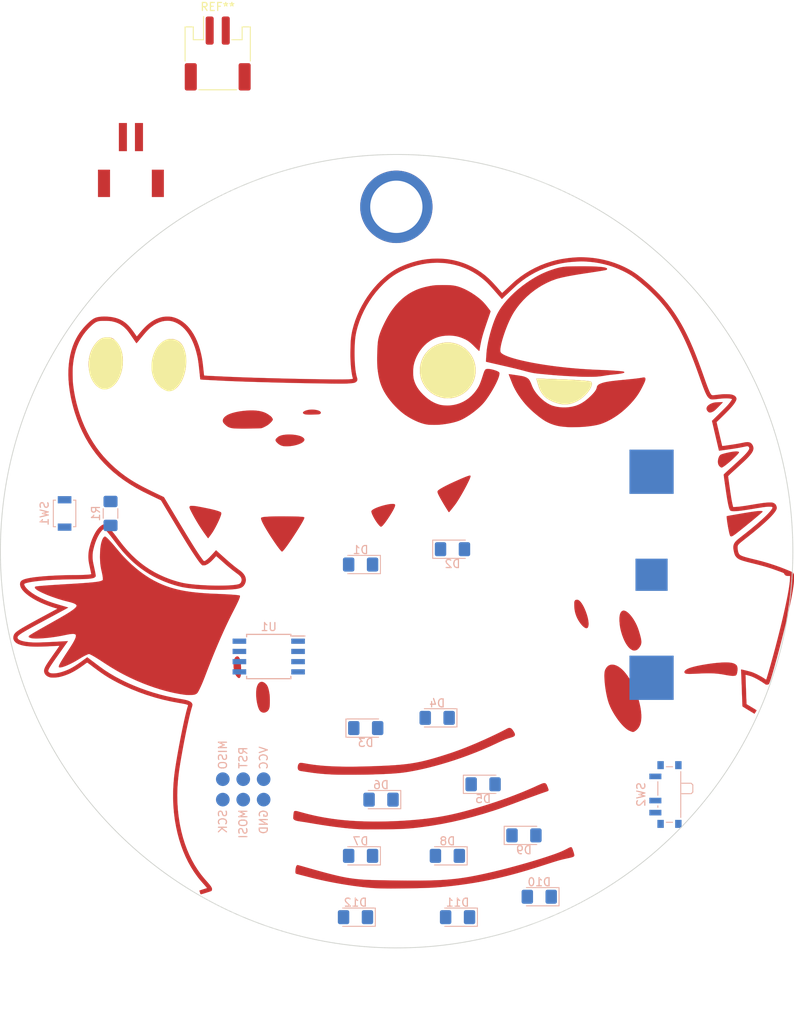
<source format=kicad_pcb>
(kicad_pcb (version 20171130) (host pcbnew 5.1.4-e60b266~84~ubuntu18.04.1)
  (layers (0 Top signal) (31 Bottom signal) (34 B.Paste user) (35 F.Paste user) (36 B.SilkS user) (37 F.SilkS user) (38 B.Mask user) (39 F.Mask user hide) (44 Edge.Cuts user))
  (net 0 "")
  (net 1 +3V0)
  (net 2 GND)
  (net 3 /T2)
  (net 4 /T3)
  (net 5 /T1)
  (net 6 /T0)
  (net 7 /T4)
  (net 8 /RST)
  (net 9 "Net-(R1-Pad1)")
  (net 10 "Net-(SW2-Pad3)")
  (module Connector_JST:JST_PH_S2B-PH-SM4-TB_1x02-1MP_P2.00mm_Horizontal (layer Top) (at 127 36.83)
    (fp_text reference REF** (at 0 -5.8) (layer F.SilkS))
    (fp_text value JST_PH_S2B-PH-SM4-TB_1x02-1MP_P2.00mm_Horizontal)
    (pad MP smd roundrect (at 3.35 2.9) (size 1.5 3.4) (layers Top F.Paste F.Mask) (roundrect_rratio 0.166667))
    (pad MP smd roundrect (at -3.35 2.9) (size 1.5 3.4) (layers Top F.Paste F.Mask) (roundrect_rratio 0.166667))
    (pad 2 smd roundrect (at 1 -2.85) (size 1 3.5) (layers Top F.Paste F.Mask))
    (pad 1 smd roundrect (at -1 -2.85) (size 1 3.5) (layers Top F.Paste F.Mask))
  )
  (module Cody_Coin:JST-S2B-PH-SM4-TB (layer Top) (at 116.205 50.165)
    (fp_text reference J2)
    (fp_text value S2B-PH-SM4-TB)
    (pad 2 smd roundrect (at 1 -2.95) (size 1 3.5) (layers Top F.Paste F.Mask) (roundrect_rratio 0.015))
    (pad 1 smd rect (at -1 -2.95) (size 1 3.5) (layers Top F.Paste F.Mask))
    (pad 3 smd roundrect (at 3.35 2.8) (size 1.5 3.4) (layers Top F.Paste F.Mask) (roundrect_rratio 0.015))
    (pad 4 smd roundrect (at -3.35 2.8) (size 1.5 3.4) (layers Top F.Paste F.Mask) (roundrect_rratio 0.015))
  )
  (module Tiny:S8211R (layer Bottom) (at 180.975 101.6 90)
    (fp_text reference BT1)
    (fp_text value Battery_3V_Coin)
    (pad 2 smd rect (at 0 0 90) (size 4 4) (layers Bottom B.Paste B.Mask) (net 2 GND))
    (pad 1 smd rect (at -12.8 0 90) (size 5.5 5.5) (layers Bottom B.Paste B.Mask) (net 1 +3V0))
    (pad 1 smd rect (at 12.8 0 90) (size 5.5 5.5) (layers Bottom B.Paste B.Mask) (net 1 +3V0))
  )
  (module LED_SMD:LED_1206_3216Metric_Pad1.42x1.75mm_HandSolder (layer Bottom) (at 144.78 100.33 180)
    (fp_text reference D1 (at 0 1.82) (layer B.SilkS) (effects (justify mirror)))
    (fp_text value LED_Small_ALT)
    (pad 2 smd roundrect (at 1.4875 0 180) (size 1.425 1.75) (layers Bottom B.Paste B.Mask) (roundrect_rratio 0.175439) (net 3 /T2))
    (pad 1 smd roundrect (at -1.4875 0 180) (size 1.425 1.75) (layers Bottom B.Paste B.Mask) (roundrect_rratio 0.175439) (net 4 /T3))
  )
  (module LED_SMD:LED_1206_3216Metric_Pad1.42x1.75mm_HandSolder (layer Bottom) (at 156.21 98.425)
    (fp_text reference D2 (at 0 1.82) (layer B.SilkS) (effects (justify mirror)))
    (fp_text value LED_Small_ALT)
    (pad 1 smd roundrect (at -1.4875 0) (size 1.425 1.75) (layers Bottom B.Paste B.Mask) (roundrect_rratio 0.175439) (net 3 /T2))
    (pad 2 smd roundrect (at 1.4875 0) (size 1.425 1.75) (layers Bottom B.Paste B.Mask) (roundrect_rratio 0.175439) (net 4 /T3))
  )
  (module LED_SMD:LED_1206_3216Metric_Pad1.42x1.75mm_HandSolder (layer Bottom) (at 145.415 120.65)
    (fp_text reference D3 (at 0 1.82) (layer B.SilkS) (effects (justify mirror)))
    (fp_text value LED_Small_ALT)
    (pad 2 smd roundrect (at 1.4875 0) (size 1.425 1.75) (layers Bottom B.Paste B.Mask) (roundrect_rratio 0.175439) (net 5 /T1))
    (pad 1 smd roundrect (at -1.4875 0) (size 1.425 1.75) (layers Bottom B.Paste B.Mask) (roundrect_rratio 0.175439) (net 4 /T3))
  )
  (module LED_SMD:LED_1206_3216Metric_Pad1.42x1.75mm_HandSolder (layer Bottom) (at 154.305 119.38 180)
    (fp_text reference D4 (at 0 1.82) (layer B.SilkS) (effects (justify mirror)))
    (fp_text value LED_Small_ALT)
    (pad 1 smd roundrect (at -1.4875 0 180) (size 1.425 1.75) (layers Bottom B.Paste B.Mask) (roundrect_rratio 0.175439) (net 5 /T1))
    (pad 2 smd roundrect (at 1.4875 0 180) (size 1.425 1.75) (layers Bottom B.Paste B.Mask) (roundrect_rratio 0.175439) (net 4 /T3))
  )
  (module LED_SMD:LED_1206_3216Metric_Pad1.42x1.75mm_HandSolder (layer Bottom) (at 160.02 127.635)
    (fp_text reference D5 (at 0 1.82) (layer B.SilkS) (effects (justify mirror)))
    (fp_text value LED_Small_ALT)
    (pad 1 smd roundrect (at -1.4875 0) (size 1.425 1.75) (layers Bottom B.Paste B.Mask) (roundrect_rratio 0.175439) (net 4 /T3))
    (pad 2 smd roundrect (at 1.4875 0) (size 1.425 1.75) (layers Bottom B.Paste B.Mask) (roundrect_rratio 0.175439) (net 6 /T0))
  )
  (module LED_SMD:LED_1206_3216Metric_Pad1.42x1.75mm_HandSolder (layer Bottom) (at 147.32 129.54 180)
    (fp_text reference D6 (at 0 1.82) (layer B.SilkS) (effects (justify mirror)))
    (fp_text value LED_Small_ALT)
    (pad 1 smd roundrect (at -1.4875 0 180) (size 1.425 1.75) (layers Bottom B.Paste B.Mask) (roundrect_rratio 0.175439) (net 6 /T0))
    (pad 2 smd roundrect (at 1.4875 0 180) (size 1.425 1.75) (layers Bottom B.Paste B.Mask) (roundrect_rratio 0.175439) (net 4 /T3))
  )
  (module LED_SMD:LED_1206_3216Metric_Pad1.42x1.75mm_HandSolder (layer Bottom) (at 144.78 136.525 180)
    (fp_text reference D7 (at 0 1.82) (layer B.SilkS) (effects (justify mirror)))
    (fp_text value LED_Small_ALT)
    (pad 2 smd roundrect (at 1.4875 0 180) (size 1.425 1.75) (layers Bottom B.Paste B.Mask) (roundrect_rratio 0.175439) (net 3 /T2))
    (pad 1 smd roundrect (at -1.4875 0 180) (size 1.425 1.75) (layers Bottom B.Paste B.Mask) (roundrect_rratio 0.175439) (net 7 /T4))
  )
  (module LED_SMD:LED_1206_3216Metric_Pad1.42x1.75mm_HandSolder (layer Bottom) (at 155.575 136.525 180)
    (fp_text reference D8 (at 0 1.82) (layer B.SilkS) (effects (justify mirror)))
    (fp_text value LED_Small_ALT)
    (pad 2 smd roundrect (at 1.4875 0 180) (size 1.425 1.75) (layers Bottom B.Paste B.Mask) (roundrect_rratio 0.175439) (net 7 /T4))
    (pad 1 smd roundrect (at -1.4875 0 180) (size 1.425 1.75) (layers Bottom B.Paste B.Mask) (roundrect_rratio 0.175439) (net 3 /T2))
  )
  (module LED_SMD:LED_1206_3216Metric_Pad1.42x1.75mm_HandSolder (layer Bottom) (at 165.1 133.985)
    (fp_text reference D9 (at 0 1.82) (layer B.SilkS) (effects (justify mirror)))
    (fp_text value LED_Small_ALT)
    (pad 1 smd roundrect (at -1.4875 0) (size 1.425 1.75) (layers Bottom B.Paste B.Mask) (roundrect_rratio 0.175439) (net 7 /T4))
    (pad 2 smd roundrect (at 1.4875 0) (size 1.425 1.75) (layers Bottom B.Paste B.Mask) (roundrect_rratio 0.175439) (net 5 /T1))
  )
  (module LED_SMD:LED_1206_3216Metric_Pad1.42x1.75mm_HandSolder (layer Bottom) (at 167.005 141.605 180)
    (fp_text reference D10 (at 0 1.82) (layer B.SilkS) (effects (justify mirror)))
    (fp_text value LED_Small_ALT)
    (pad 1 smd roundrect (at -1.4875 0 180) (size 1.425 1.75) (layers Bottom B.Paste B.Mask) (roundrect_rratio 0.175439) (net 5 /T1))
    (pad 2 smd roundrect (at 1.4875 0 180) (size 1.425 1.75) (layers Bottom B.Paste B.Mask) (roundrect_rratio 0.175439) (net 7 /T4))
  )
  (module LED_SMD:LED_1206_3216Metric_Pad1.42x1.75mm_HandSolder (layer Bottom) (at 156.845 144.145 180)
    (fp_text reference D11 (at 0 1.82) (layer B.SilkS) (effects (justify mirror)))
    (fp_text value LED_Small_ALT)
    (pad 2 smd roundrect (at 1.4875 0 180) (size 1.425 1.75) (layers Bottom B.Paste B.Mask) (roundrect_rratio 0.175439) (net 6 /T0))
    (pad 1 smd roundrect (at -1.4875 0 180) (size 1.425 1.75) (layers Bottom B.Paste B.Mask) (roundrect_rratio 0.175439) (net 7 /T4))
  )
  (module LED_SMD:LED_1206_3216Metric_Pad1.42x1.75mm_HandSolder (layer Bottom) (at 144.145 144.145 180)
    (fp_text reference D12 (at 0 1.82) (layer B.SilkS) (effects (justify mirror)))
    (fp_text value LED_Small_ALT)
    (pad 2 smd roundrect (at 1.4875 0 180) (size 1.425 1.75) (layers Bottom B.Paste B.Mask) (roundrect_rratio 0.175439) (net 7 /T4))
    (pad 1 smd roundrect (at -1.4875 0 180) (size 1.425 1.75) (layers Bottom B.Paste B.Mask) (roundrect_rratio 0.175439) (net 6 /T0))
  )
  (module Tiny:PogoPinSocket_2x03_P2.54mm (layer Bottom) (at 132.715 127 90)
    (fp_text reference JP5 hide)
    (fp_text value PINHD-1X6)
    (pad 6 smd oval (at -2.54 -5.08 90) (size 1.7 1.7) (layers Bottom B.Paste B.Mask) (net 3 /T2))
    (pad 5 smd oval (at 0 -5.08 90) (size 1.7 1.7) (layers Bottom B.Paste B.Mask) (net 5 /T1))
    (pad 4 smd oval (at -2.54 -2.54 90) (size 1.7 1.7) (layers Bottom B.Paste B.Mask) (net 6 /T0))
    (pad 3 smd circle (at 0 -2.54 90) (size 1.7 1.7) (layers Bottom B.Paste B.Mask) (net 8 /RST))
    (pad 2 smd oval (at -2.54 0 90) (size 1.7 1.7) (layers Bottom B.Paste B.Mask) (net 2 GND))
    (pad 1 smd circle (at 0 0 90) (size 1.7 1.7) (layers Bottom B.Paste B.Mask) (net 1 +3V0))
  )
  (module Resistor_SMD:R_1206_3216Metric_Pad1.42x1.75mm_HandSolder (layer Bottom) (at 113.665 93.98 270)
    (fp_text reference R1 (at 0 1.82 90) (layer B.SilkS) (effects (justify mirror)))
    (fp_text value R)
    (pad 1 smd roundrect (at -1.4875 0 270) (size 1.425 1.75) (layers Bottom B.Paste B.Mask) (roundrect_rratio 0.175439) (net 9 "Net-(R1-Pad1)"))
    (pad 2 smd roundrect (at 1.4875 0 270) (size 1.425 1.75) (layers Bottom B.Paste B.Mask) (roundrect_rratio 0.175439) (net 2 GND))
  )
  (module Button_Switch_SMD:SW_SPDT_PCM12 (layer Bottom) (at 182.88 128.905 270)
    (fp_text reference SW2 (at 0 3.2 90) (layer B.SilkS) (effects (justify mirror)))
    (fp_text value SW_Push_SPDT)
    (pad "" np_thru_hole circle (at -1.5 -0.33 270) (size 0.9 0.9) (drill 0.9) (layers *.Cu *.Mask))
    (pad "" np_thru_hole circle (at 1.5 -0.33 270) (size 0.9 0.9) (drill 0.9) (layers *.Cu *.Mask))
    (pad 1 smd rect (at -2.25 1.43 270) (size 0.7 1.5) (layers Bottom B.Paste B.Mask) (net 2 GND))
    (pad 2 smd rect (at 0.75 1.43 270) (size 0.7 1.5) (layers Bottom B.Paste B.Mask) (net 2 GND))
    (pad 3 smd rect (at 2.25 1.43 270) (size 0.7 1.5) (layers Bottom B.Paste B.Mask) (net 10 "Net-(SW2-Pad3)"))
    (pad "" smd rect (at -3.65 -1.43 270) (size 1 0.8) (layers Bottom B.Paste B.Mask))
    (pad "" smd rect (at 3.65 -1.43 270) (size 1 0.8) (layers Bottom B.Paste B.Mask))
    (pad "" smd rect (at 3.65 0.78 270) (size 1 0.8) (layers Bottom B.Paste B.Mask))
    (pad "" smd rect (at -3.65 0.78 270) (size 1 0.8) (layers Bottom B.Paste B.Mask))
  )
  (module Package_SO:SOIJ-8_5.3x5.3mm_P1.27mm (layer Bottom) (at 133.35 111.76 180)
    (fp_text reference U1 (at 0 3.68) (layer B.SilkS) (effects (justify mirror)))
    (fp_text value ATtiny85-20SU)
    (pad 1 smd rect (at -3.65 1.905 180) (size 1.7 0.65) (layers Bottom B.Paste B.Mask) (net 8 /RST))
    (pad 2 smd rect (at -3.65 0.635 180) (size 1.7 0.65) (layers Bottom B.Paste B.Mask) (net 4 /T3))
    (pad 3 smd rect (at -3.65 -0.635 180) (size 1.7 0.65) (layers Bottom B.Paste B.Mask) (net 7 /T4))
    (pad 4 smd rect (at -3.65 -1.905 180) (size 1.7 0.65) (layers Bottom B.Paste B.Mask) (net 2 GND))
    (pad 5 smd rect (at 3.65 -1.905 180) (size 1.7 0.65) (layers Bottom B.Paste B.Mask) (net 6 /T0))
    (pad 6 smd rect (at 3.65 -0.635 180) (size 1.7 0.65) (layers Bottom B.Paste B.Mask) (net 5 /T1))
    (pad 7 smd rect (at 3.65 0.635 180) (size 1.7 0.65) (layers Bottom B.Paste B.Mask) (net 3 /T2))
    (pad 8 smd rect (at 3.65 1.905 180) (size 1.7 0.65) (layers Bottom B.Paste B.Mask) (net 1 +3V0))
  )
  (module Button_Switch_SMD:SW_SPST_B3U-1000P (layer Bottom) (at 107.95 93.98 270)
    (fp_text reference SW1 (at 0 2.5 90) (layer B.SilkS) (effects (justify mirror)))
    (fp_text value SW_Push)
    (pad 1 smd rect (at -1.7 0 270) (size 0.9 1.7) (layers Bottom B.Paste B.Mask) (net 9 "Net-(R1-Pad1)"))
    (pad 2 smd rect (at 1.7 0 270) (size 0.9 1.7) (layers Bottom B.Paste B.Mask) (net 3 /T2))
  )
  (module Tiny:MountingHole_Codi_Coin (layer Top) (at 149.225 55.88)
    (fp_text reference H1)
    (fp_text value MountingHole)
    (pad 1 thru_hole circle (at 0 0) (size 9 9) (drill 6.5) (layers *.Cu *.Mask))
  )
  (module Cody_Coin:Cody_Coin (layer Top) (at 149.225 98.425)
    (fp_text reference U2 hide)
    (fp_text value Codi_Coin hide)
    (fp_poly (pts (xy 23.683788 -36.258567) (xy 24.3958 -36.197965) (xy 25.100913 -36.098189) (xy 25.796626 -35.959873) (xy 26.480436 -35.783653) (xy 27.149843 -35.570164) (xy 27.802342 -35.320041) (xy 28.435433 -35.033919) (xy 28.969221 -34.755797) (xy 29.230655 -34.605049) (xy 29.489974 -34.443721) (xy 29.751739 -34.268493) (xy 30.020512 -34.076049) (xy 30.300854 -33.863071) (xy 30.597327 -33.626241) (xy 30.914492 -33.362243) (xy 31.082761 -33.218586) (xy 31.682675 -32.686272) (xy 32.243697 -32.15423) (xy 32.769087 -31.618823) (xy 33.262105 -31.076412) (xy 33.726012 -30.52336) (xy 34.164068 -29.956029) (xy 34.579534 -29.370782) (xy 34.722827 -29.157083) (xy 34.978782 -28.760211) (xy 35.22798 -28.35423) (xy 35.471521 -27.936741) (xy 35.710507 -27.505346) (xy 35.946037 -27.057646) (xy 36.179211 -26.591242) (xy 36.41113 -26.103735) (xy 36.642894 -25.592726) (xy 36.875603 -25.055816) (xy 37.110358 -24.490608) (xy 37.348257 -23.894701) (xy 37.590403 -23.265696) (xy 37.837895 -22.601196) (xy 38.091833 -21.898802) (xy 38.227451 -21.515916) (xy 38.355657 -21.15353) (xy 38.4719 -20.829343) (xy 38.577071 -20.541219) (xy 38.672056 -20.287023) (xy 38.757745 -20.064617) (xy 38.835027 -19.871867) (xy 38.904789 -19.706635) (xy 38.967922 -19.566786) (xy 39.025312 -19.450183) (xy 39.077849 -19.354691) (xy 39.126422 -19.278173) (xy 39.171919 -19.218493) (xy 39.192776 -19.195356) (xy 39.226083 -19.166161) (xy 39.265434 -19.145651) (xy 39.316638 -19.133546) (xy 39.385503 -19.129567) (xy 39.477837 -19.133434) (xy 39.599449 -19.144868) (xy 39.756147 -19.16359) (xy 39.78275 -19.166973) (xy 40.025487 -19.197017) (xy 40.234951 -19.220468) (xy 40.419598 -19.237872) (xy 40.587883 -19.249773) (xy 40.748261 -19.256718) (xy 40.909186 -19.259251) (xy 41.079115 -19.257918) (xy 41.16458 -19.25611) (xy 41.32722 -19.251342) (xy 41.455199 -19.245551) (xy 41.55619 -19.238038) (xy 41.637864 -19.2281) (xy 41.707894 -19.215038) (xy 41.761834 -19.201552) (xy 41.932997 -19.144186) (xy 42.068102 -19.075221) (xy 42.1726 -18.99137) (xy 42.234218 -18.916663) (xy 42.290286 -18.816063) (xy 42.314728 -18.717374) (xy 42.307514 -18.612207) (xy 42.268615 -18.49217) (xy 42.23244 -18.414249) (xy 42.171734 -18.301667) (xy 42.099848 -18.184396) (xy 42.014966 -18.060404) (xy 41.915275 -17.92766) (xy 41.798958 -17.784132) (xy 41.664202 -17.627789) (xy 41.509192 -17.4566) (xy 41.332112 -17.268532) (xy 41.131149 -17.061555) (xy 40.904487 -16.833638) (xy 40.650311 -16.582747) (xy 40.366807 -16.306853) (xy 40.243446 -16.187747) (xy 39.836309 -15.795434) (xy 40.184137 -14.30879) (xy 40.241215 -14.065126) (xy 40.295548 -13.833732) (xy 40.346363 -13.617874) (xy 40.392884 -13.420821) (xy 40.434335 -13.245839) (xy 40.469942 -13.096196) (xy 40.498929 -12.975159) (xy 40.52052 -12.885996) (xy 40.53394 -12.831973) (xy 40.538358 -12.816107) (xy 40.560014 -12.817649) (xy 40.61896 -12.824649) (xy 40.71059 -12.836489) (xy 40.830301 -12.85255) (xy 40.973487 -12.872212) (xy 41.135543 -12.894857) (xy 41.311864 -12.919865) (xy 41.3385 -12.923674) (xy 41.821342 -12.995546) (xy 42.268701 -13.06801) (xy 42.687422 -13.142255) (xy 43.084352 -13.219468) (xy 43.285834 -13.261488) (xy 43.511265 -13.299093) (xy 43.707146 -13.308323) (xy 43.876175 -13.288224) (xy 44.021053 -13.237844) (xy 44.14448 -13.156228) (xy 44.249157 -13.042425) (xy 44.337783 -12.895479) (xy 44.341023 -12.888918) (xy 44.396248 -12.749383) (xy 44.423788 -12.609439) (xy 44.422579 -12.466527) (xy 44.391553 -12.318089) (xy 44.329645 -12.161567) (xy 44.235788 -11.994402) (xy 44.108917 -11.814038) (xy 43.947964 -11.617914) (xy 43.751865 -11.403474) (xy 43.699058 -11.348592) (xy 43.617312 -11.265194) (xy 43.530909 -11.178821) (xy 43.43727 -11.087069) (xy 43.333818 -10.987532) (xy 43.217974 -10.877808) (xy 43.087162 -10.755491) (xy 42.938803 -10.618179) (xy 42.77032 -10.463467) (xy 42.579134 -10.28895) (xy 42.362669 -10.092225) (xy 42.118345 -9.870887) (xy 41.994667 -9.759037) (xy 41.813858 -9.594705) (xy 41.657009 -9.450303) (xy 41.525472 -9.327125) (xy 41.420595 -9.226467) (xy 41.343731 -9.149625) (xy 41.296228 -9.097894) (xy 41.279465 -9.072823) (xy 41.281005 -9.041018) (xy 41.288352 -8.971533) (xy 41.300904 -8.868531) (xy 41.318058 -8.736179) (xy 41.339211 -8.578641) (xy 41.36376 -8.400081) (xy 41.3911 -8.204664) (xy 41.420631 -7.996555) (xy 41.451747 -7.779918) (xy 41.483847 -7.558919) (xy 41.516326 -7.337722) (xy 41.548582 -7.120491) (xy 41.580013 -6.911392) (xy 41.610014 -6.714589) (xy 41.637982 -6.534247) (xy 41.663315 -6.37453) (xy 41.685409 -6.239603) (xy 41.703662 -6.133631) (xy 41.710555 -6.096) (xy 41.738771 -5.950115) (xy 41.768928 -5.800933) (xy 41.798577 -5.660126) (xy 41.825268 -5.539363) (xy 41.843848 -5.461) (xy 41.899417 -5.23875) (xy 42.1005 -5.245145) (xy 42.307794 -5.256033) (xy 42.547877 -5.276645) (xy 42.822165 -5.307165) (xy 43.13207 -5.347774) (xy 43.479008 -5.398656) (xy 43.86439 -5.459991) (xy 44.185417 -5.513976) (xy 44.531159 -5.572713) (xy 44.838876 -5.623651) (xy 45.112067 -5.667242) (xy 45.354228 -5.703935) (xy 45.568858 -5.734181) (xy 45.759453 -5.75843) (xy 45.929512 -5.777132) (xy 46.082533 -5.790738) (xy 46.222012 -5.799698) (xy 46.351447 -5.804461) (xy 46.45025 -5.805554) (xy 46.580247 -5.804706) (xy 46.676998 -5.80164) (xy 46.749572 -5.795425) (xy 46.807038 -5.785129) (xy 46.858464 -5.769819) (xy 46.881575 -5.761232) (xy 47.024459 -5.694008) (xy 47.132732 -5.61358) (xy 47.213753 -5.512276) (xy 47.274883 -5.38242) (xy 47.291313 -5.334) (xy 47.319208 -5.223725) (xy 47.32704 -5.12354) (xy 47.312817 -5.025104) (xy 47.274544 -4.920075) (xy 47.210228 -4.800114) (xy 47.135862 -4.68356) (xy 47.008764 -4.509327) (xy 46.846391 -4.313616) (xy 46.649523 -4.097134) (xy 46.418938 -3.860589) (xy 46.155417 -3.604687) (xy 45.859739 -3.330136) (xy 45.532683 -3.037644) (xy 45.175029 -2.727917) (xy 44.787556 -2.401663) (xy 44.371044 -2.059588) (xy 43.926271 -1.702402) (xy 43.454019 -1.33081) (xy 43.36258 -1.259671) (xy 43.161728 -1.102483) (xy 42.992704 -0.96739) (xy 42.852821 -0.851972) (xy 42.739395 -0.753809) (xy 42.649742 -0.670481) (xy 42.581175 -0.599565) (xy 42.531011 -0.538643) (xy 42.496565 -0.485293) (xy 42.49032 -0.47331) (xy 42.464146 -0.387308) (xy 42.452252 -0.270654) (xy 42.453719 -0.132209) (xy 42.467634 0.019168) (xy 42.49308 0.174614) (xy 42.529143 0.325271) (xy 42.574906 0.462277) (xy 42.590962 0.50069) (xy 42.62089 0.559519) (xy 42.658141 0.614071) (xy 42.705254 0.665308) (xy 42.764763 0.714194) (xy 42.839208 0.761693) (xy 42.931123 0.808768) (xy 43.043045 0.856382) (xy 43.177513 0.905499) (xy 43.337061 0.957083) (xy 43.524227 1.012096) (xy 43.741548 1.071503) (xy 43.991561 1.136267) (xy 44.276801 1.207351) (xy 44.599807 1.285718) (xy 44.756917 1.323321) (xy 45.499979 1.512835) (xy 46.24445 1.727581) (xy 46.998416 1.97004) (xy 47.769962 2.242695) (xy 47.857834 2.275224) (xy 48.000608 2.329253) (xy 48.1563 2.389804) (xy 48.319863 2.454764) (xy 48.48625 2.522018) (xy 48.650415 2.589454) (xy 48.80731 2.654958) (xy 48.95189 2.716416) (xy 49.079107 2.771714) (xy 49.183915 2.818738) (xy 49.261267 2.855376) (xy 49.306117 2.879513) (xy 49.313502 2.884888) (xy 49.349146 2.928251) (xy 49.390912 2.993844) (xy 49.419335 3.04683) (xy 49.441227 3.093817) (xy 49.456996 3.137168) (xy 49.467848 3.185357) (xy 49.47499 3.246858) (xy 49.479627 3.330147) (xy 49.482966 3.443697) (xy 49.484285 3.503084) (xy 49.48283 3.708656) (xy 49.470254 3.94434) (xy 49.446405 4.210985) (xy 49.411134 4.509441) (xy 49.36429 4.840561) (xy 49.305724 5.205194) (xy 49.235284 5.604191) (xy 49.152822 6.038402) (xy 49.058186 6.508679) (xy 48.951227 7.015872) (xy 48.831795 7.560831) (xy 48.699739 8.144407) (xy 48.555956 8.763) (xy 48.453521 9.1938) (xy 48.344863 9.641918) (xy 48.230932 10.103804) (xy 48.112681 10.57591) (xy 47.99106 11.054688) (xy 47.867021 11.536588) (xy 47.741514 12.018061) (xy 47.615492 12.49556) (xy 47.489906 12.965536) (xy 47.365707 13.424439) (xy 47.243845 13.868721) (xy 47.125274 14.294834) (xy 47.010943 14.699228) (xy 46.901804 15.078355) (xy 46.798808 15.428667) (xy 46.702908 15.746614) (xy 46.615053 16.028648) (xy 46.573944 16.156615) (xy 46.513884 16.33927) (xy 46.463404 16.48546) (xy 46.419778 16.599227) (xy 46.380283 16.684612) (xy 46.342194 16.745655) (xy 46.302786 16.7864) (xy 46.259335 16.810885) (xy 46.209117 16.823154) (xy 46.149406 16.827247) (xy 46.121649 16.8275) (xy 45.980946 16.8275) (xy 45.675848 16.619795) (xy 45.419898 16.451932) (xy 45.158731 16.292631) (xy 44.898833 16.145331) (xy 44.646692 16.013471) (xy 44.408796 15.90049) (xy 44.191632 15.809826) (xy 44.058417 15.762451) (xy 43.963835 15.733184) (xy 43.858392 15.702915) (xy 43.750053 15.673642) (xy 43.646782 15.647359) (xy 43.556543 15.626064) (xy 43.487302 15.611752) (xy 43.447023 15.60642) (xy 43.44039 15.607554) (xy 43.440074 15.629163) (xy 43.441212 15.689326) (xy 43.443674 15.784311) (xy 43.447328 15.910388) (xy 43.452044 16.063826) (xy 43.45769 16.240895) (xy 43.464135 16.437862) (xy 43.471248 16.650998) (xy 43.478897 16.87657) (xy 43.486952 17.110849) (xy 43.495282 17.350103) (xy 43.503754 17.590601) (xy 43.512238 17.828613) (xy 43.520603 18.060407) (xy 43.528718 18.282252) (xy 43.536451 18.490418) (xy 43.543671 18.681173) (xy 43.550247 18.850786) (xy 43.556048 18.995528) (xy 43.560942 19.111665) (xy 43.564799 19.195468) (xy 43.567487 19.243206) (xy 43.568574 19.25316) (xy 43.586774 19.264109) (xy 43.637147 19.294297) (xy 43.715536 19.341232) (xy 43.817782 19.402427) (xy 43.939724 19.475391) (xy 44.077206 19.557637) (xy 44.200855 19.631596) (xy 44.347747 19.719944) (xy 44.482035 19.801664) (xy 44.59964 19.874199) (xy 44.696479 19.934991) (xy 44.768472 19.981483) (xy 44.811536 20.011115) (xy 44.822372 20.021103) (xy 44.795197 20.066694) (xy 44.756267 20.131426) (xy 44.710834 20.206635) (xy 44.664153 20.283658) (xy 44.621477 20.353832) (xy 44.588059 20.408495) (xy 44.569155 20.438982) (xy 44.566841 20.442459) (xy 44.547505 20.43411) (xy 44.496787 20.406243) (xy 44.419281 20.361646) (xy 44.319582 20.303111) (xy 44.202286 20.233428) (xy 44.071988 20.155387) (xy 43.933283 20.071779) (xy 43.790765 19.985393) (xy 43.649031 19.899021) (xy 43.512674 19.815451) (xy 43.386291 19.737476) (xy 43.274476 19.667884) (xy 43.181824 19.609467) (xy 43.11293 19.565015) (xy 43.07239 19.537318) (xy 43.063367 19.529489) (xy 43.061523 19.505338) (xy 43.058317 19.441761) (xy 43.05386 19.341642) (xy 43.048265 19.207861) (xy 43.041644 19.043303) (xy 43.034109 18.850849) (xy 43.025773 18.633381) (xy 43.016746 18.393782) (xy 43.007142 18.134934) (xy 42.997072 17.85972) (xy 42.986648 17.571022) (xy 42.980501 17.399) (xy 42.969799 17.099986) (xy 42.959313 16.810138) (xy 42.949161 16.532614) (xy 42.939467 16.270577) (xy 42.930349 16.027187) (xy 42.921928 15.805605) (xy 42.914326 15.60899) (xy 42.907662 15.440504) (xy 42.902058 15.303307) (xy 42.897633 15.20056) (xy 42.894508 15.135424) (xy 42.893495 15.118292) (xy 42.888305 15.032599) (xy 42.88819 14.980692) (xy 42.894542 14.954185) (xy 42.908755 14.944689) (xy 42.922486 14.943667) (xy 42.957303 14.948877) (xy 43.026673 14.963442) (xy 43.124254 14.985764) (xy 43.243706 15.014244) (xy 43.378689 15.047285) (xy 43.522863 15.083289) (xy 43.669887 15.120657) (xy 43.813422 15.157792) (xy 43.947127 15.193095) (xy 44.064662 15.224969) (xy 44.159686 15.251814) (xy 44.225861 15.272034) (xy 44.22775 15.27266) (xy 44.387059 15.331784) (xy 44.572796 15.410955) (xy 44.776727 15.505911) (xy 44.990622 15.61239) (xy 45.206249 15.726131) (xy 45.415375 15.842873) (xy 45.60977 15.958355) (xy 45.781201 16.068313) (xy 45.832163 16.103243) (xy 45.904384 16.15164) (xy 45.963379 16.187265) (xy 46.001007 16.205405) (xy 46.009822 16.206067) (xy 46.024844 16.17638) (xy 46.050006 16.108522) (xy 46.084531 16.005224) (xy 46.12764 15.869217) (xy 46.178556 15.70323) (xy 46.236501 15.509994) (xy 46.300697 15.29224) (xy 46.370365 15.052697) (xy 46.444727 14.794097) (xy 46.523006 14.519169) (xy 46.604424 14.230644) (xy 46.688201 13.931253) (xy 46.773561 13.623726) (xy 46.859726 13.310793) (xy 46.945916 12.995185) (xy 47.031355 12.679631) (xy 47.115264 12.366864) (xy 47.196865 12.059612) (xy 47.262216 11.811) (xy 47.448926 11.090485) (xy 47.626036 10.393643) (xy 47.793318 9.721555) (xy 47.950544 9.075305) (xy 48.097489 8.455975) (xy 48.233923 7.864648) (xy 48.359621 7.302406) (xy 48.474355 6.770331) (xy 48.577897 6.269506) (xy 48.670022 5.801013) (xy 48.7505 5.365936) (xy 48.819106 4.965357) (xy 48.875612 4.600357) (xy 48.919791 4.27202) (xy 48.951416 3.981429) (xy 48.970259 3.729664) (xy 48.973588 3.656542) (xy 48.985989 3.323167) (xy 48.79762 3.323049) (xy 48.701898 3.320574) (xy 48.612995 3.314095) (xy 48.546301 3.304854) (xy 48.532677 3.301661) (xy 48.413163 3.250319) (xy 48.322404 3.172689) (xy 48.26471 3.072985) (xy 48.251639 3.026828) (xy 48.245596 3.010502) (xy 48.232144 2.99385) (xy 48.207973 2.975474) (xy 48.169769 2.953973) (xy 48.114222 2.927948) (xy 48.038018 2.895998) (xy 47.937846 2.856725) (xy 47.810394 2.808728) (xy 47.652349 2.750609) (xy 47.4604 2.680966) (xy 47.27575 2.614413) (xy 47.003752 2.517762) (xy 46.74575 2.428829) (xy 46.495789 2.345868) (xy 46.247914 2.267131) (xy 45.996169 2.190868) (xy 45.734599 2.115333) (xy 45.45725 2.038778) (xy 45.158165 1.959453) (xy 44.831391 1.875612) (xy 44.470971 1.785507) (xy 44.35064 1.755822) (xy 44.047796 1.680757) (xy 43.782881 1.613713) (xy 43.552489 1.553578) (xy 43.353215 1.499237) (xy 43.18165 1.449576) (xy 43.03439 1.403482) (xy 42.908027 1.35984) (xy 42.799156 1.317536) (xy 42.70437 1.275457) (xy 42.620262 1.232488) (xy 42.543428 1.187516) (xy 42.474635 1.142312) (xy 42.344596 1.032785) (xy 42.228076 0.897049) (xy 42.136299 0.74919) (xy 42.104054 0.677334) (xy 42.079423 0.605612) (xy 42.050166 0.508036) (xy 42.020791 0.400085) (xy 42.005439 0.338667) (xy 41.955041 0.097866) (xy 41.928022 -0.112696) (xy 41.924787 -0.298336) (xy 41.945741 -0.464373) (xy 41.991289 -0.616124) (xy 42.061837 -0.758907) (xy 42.092753 -0.808114) (xy 42.137856 -0.871794) (xy 42.190227 -0.936297) (xy 42.253175 -1.004595) (xy 42.330012 -1.079661) (xy 42.424046 -1.164467) (xy 42.53859 -1.261986) (xy 42.676953 -1.375191) (xy 42.842445 -1.507054) (xy 43.038376 -1.660548) (xy 43.065855 -1.681934) (xy 43.541811 -2.055444) (xy 43.988371 -2.412662) (xy 44.404934 -2.753045) (xy 44.790895 -3.076048) (xy 45.145651 -3.381126) (xy 45.4686 -3.667735) (xy 45.759139 -3.935329) (xy 46.016663 -4.183366) (xy 46.240569 -4.411299) (xy 46.430256 -4.618585) (xy 46.585118 -4.804679) (xy 46.700779 -4.963357) (xy 46.758016 -5.055172) (xy 46.789194 -5.123414) (xy 46.79633 -5.176198) (xy 46.781437 -5.221638) (xy 46.769478 -5.239967) (xy 46.751909 -5.257634) (xy 46.724423 -5.269955) (xy 46.679281 -5.278239) (xy 46.608741 -5.283793) (xy 46.505062 -5.287925) (xy 46.481256 -5.288648) (xy 46.393731 -5.290046) (xy 46.30288 -5.288818) (xy 46.205333 -5.284535) (xy 46.097719 -5.276769) (xy 45.976667 -5.26509) (xy 45.838806 -5.24907) (xy 45.680766 -5.228281) (xy 45.499175 -5.202293) (xy 45.290662 -5.170678) (xy 45.051857 -5.133008) (xy 44.779389 -5.088853) (xy 44.469887 -5.037785) (xy 44.344167 -5.016861) (xy 43.941393 -4.950752) (xy 43.577952 -4.893403) (xy 43.251805 -4.84462) (xy 42.960908 -4.804205) (xy 42.703222 -4.771963) (xy 42.476704 -4.747699) (xy 42.279314 -4.731217) (xy 42.10901 -4.722321) (xy 41.963751 -4.720816) (xy 41.841495 -4.726505) (xy 41.740202 -4.739193) (xy 41.65783 -4.758685) (xy 41.656303 -4.759161) (xy 41.582772 -4.786743) (xy 41.535519 -4.819535) (xy 41.498956 -4.869022) (xy 41.492876 -4.879577) (xy 41.451037 -4.968934) (xy 41.407833 -5.091427) (xy 41.362909 -5.248524) (xy 41.315913 -5.441691) (xy 41.266491 -5.672396) (xy 41.214291 -5.942108) (xy 41.15896 -6.252294) (xy 41.149471 -6.307666) (xy 41.133887 -6.402382) (xy 41.114125 -6.527764) (xy 41.090792 -6.679592) (xy 41.064493 -6.853644) (xy 41.035837 -7.045698) (xy 41.005428 -7.251534) (xy 40.973875 -7.46693) (xy 40.941785 -7.687664) (xy 40.909762 -7.909516) (xy 40.878416 -8.128262) (xy 40.848351 -8.339683) (xy 40.820176 -8.539556) (xy 40.794496 -8.72366) (xy 40.771919 -8.887774) (xy 40.753051 -9.027677) (xy 40.7385 -9.139146) (xy 40.72887 -9.21796) (xy 40.724771 -9.259898) (xy 40.724667 -9.263248) (xy 40.740313 -9.28811) (xy 40.787336 -9.33974) (xy 40.865862 -9.418257) (xy 40.976018 -9.523783) (xy 41.117929 -9.656437) (xy 41.291722 -9.816341) (xy 41.497524 -10.003616) (xy 41.554516 -10.055199) (xy 41.856249 -10.328469) (xy 42.128034 -10.575611) (xy 42.371721 -10.798443) (xy 42.589164 -10.998781) (xy 42.782212 -11.178441) (xy 42.952718 -11.339239) (xy 43.102533 -11.482993) (xy 43.23351 -11.611519) (xy 43.347499 -11.726633) (xy 43.446352 -11.830152) (xy 43.531922 -11.923892) (xy 43.606059 -12.009669) (xy 43.670615 -12.089301) (xy 43.727443 -12.164603) (xy 43.777308 -12.235786) (xy 43.827719 -12.31673) (xy 43.870448 -12.396646) (xy 43.897566 -12.460457) (xy 43.900345 -12.469685) (xy 43.91191 -12.527564) (xy 43.907389 -12.575938) (xy 43.883971 -12.634919) (xy 43.874537 -12.654278) (xy 43.845894 -12.707474) (xy 43.815895 -12.747828) (xy 43.779469 -12.775744) (xy 43.731548 -12.791626) (xy 43.667061 -12.79588) (xy 43.580939 -12.788908) (xy 43.468112 -12.771117) (xy 43.32351 -12.742909) (xy 43.169417 -12.710531) (xy 42.938124 -12.663054) (xy 42.691456 -12.616136) (xy 42.425002 -12.56905) (xy 42.134353 -12.52107) (xy 41.8151 -12.47147) (xy 41.462831 -12.419524) (xy 41.073137 -12.364505) (xy 41.043037 -12.360339) (xy 40.853292 -12.334226) (xy 40.676987 -12.310179) (xy 40.518436 -12.288772) (xy 40.381953 -12.270577) (xy 40.271853 -12.256166) (xy 40.192448 -12.246111) (xy 40.148054 -12.240986) (xy 40.140013 -12.240519) (xy 40.134661 -12.261301) (xy 40.120357 -12.320385) (xy 40.09779 -12.414849) (xy 40.067649 -12.541773) (xy 40.030624 -12.698239) (xy 39.987405 -12.881324) (xy 39.938679 -13.088111) (xy 39.885137 -13.315677) (xy 39.827468 -13.561104) (xy 39.766361 -13.821471) (xy 39.702506 -14.093858) (xy 39.70177 -14.097) (xy 39.267838 -15.949083) (xy 39.599377 -16.27763) (xy 39.697224 -16.37435) (xy 39.818721 -16.494061) (xy 39.957197 -16.630212) (xy 40.105981 -16.776252) (xy 40.258402 -16.92563) (xy 40.407787 -17.071796) (xy 40.483185 -17.145463) (xy 40.687647 -17.346425) (xy 40.864362 -17.52316) (xy 41.017088 -17.679719) (xy 41.149581 -17.820153) (xy 41.265597 -17.948515) (xy 41.368895 -18.068854) (xy 41.463231 -18.185223) (xy 41.539752 -18.284807) (xy 41.61717 -18.39168) (xy 41.68121 -18.487425) (xy 41.728717 -18.566724) (xy 41.756534 -18.624261) (xy 41.761506 -18.654719) (xy 41.760313 -18.656409) (xy 41.72158 -18.675853) (xy 41.648612 -18.695444) (xy 41.549482 -18.713846) (xy 41.432264 -18.729723) (xy 41.30503 -18.741737) (xy 41.211409 -18.747262) (xy 41.001726 -18.750571) (xy 40.766961 -18.743274) (xy 40.503197 -18.725104) (xy 40.206518 -18.695791) (xy 39.878 -18.655723) (xy 39.652274 -18.629448) (xy 39.464362 -18.615168) (xy 39.311485 -18.612868) (xy 39.190866 -18.622532) (xy 39.099724 -18.644142) (xy 39.081908 -18.651113) (xy 39.008641 -18.686875) (xy 38.938742 -18.731021) (xy 38.87112 -18.785736) (xy 38.804681 -18.853205) (xy 38.738336 -18.935611) (xy 38.670992 -19.035138) (xy 38.601558 -19.153972) (xy 38.528941 -19.294297) (xy 38.452052 -19.458296) (xy 38.369797 -19.648154) (xy 38.281086 -19.866056) (xy 38.184827 -20.114185) (xy 38.079927 -20.394726) (xy 37.965297 -20.709863) (xy 37.839843 -21.061781) (xy 37.750733 -21.314833) (xy 37.478369 -22.079933) (xy 37.211763 -22.805307) (xy 36.949922 -23.493025) (xy 36.691854 -24.145152) (xy 36.436564 -24.763755) (xy 36.18306 -25.350902) (xy 35.930348 -25.908659) (xy 35.677436 -26.439094) (xy 35.42333 -26.944273) (xy 35.167037 -27.426263) (xy 34.907563 -27.887132) (xy 34.643916 -28.328946) (xy 34.375102 -28.753773) (xy 34.100128 -29.163678) (xy 33.818001 -29.56073) (xy 33.733293 -29.675666) (xy 33.273239 -30.266296) (xy 32.776969 -30.848429) (xy 32.243273 -31.423321) (xy 31.670936 -31.992223) (xy 31.058749 -32.55639) (xy 30.405917 -33.116728) (xy 30.099903 -33.365849) (xy 29.814566 -33.587453) (xy 29.542969 -33.786106) (xy 29.278172 -33.966377) (xy 29.013239 -34.132832) (xy 28.74123 -34.290039) (xy 28.455208 -34.442567) (xy 28.194 -34.572864) (xy 27.588138 -34.847576) (xy 26.982551 -35.082757) (xy 26.370524 -35.28063) (xy 25.745339 -35.443416) (xy 25.251834 -35.546048) (xy 24.930433 -35.601015) (xy 24.595529 -35.649155) (xy 24.255184 -35.689764) (xy 23.917461 -35.722139) (xy 23.590421 -35.745577) (xy 23.282127 -35.759373) (xy 23.000642 -35.762825) (xy 22.817667 -35.758448) (xy 22.391262 -35.737416) (xy 22.000594 -35.711883) (xy 21.639225 -35.681002) (xy 21.300718 -35.643926) (xy 20.978633 -35.599806) (xy 20.666534 -35.547796) (xy 20.357981 -35.487047) (xy 20.046537 -35.416713) (xy 19.846978 -35.367362) (xy 19.182025 -35.177239) (xy 18.530363 -34.949733) (xy 17.894622 -34.686228) (xy 17.277433 -34.388112) (xy 16.681426 -34.056771) (xy 16.109232 -33.693593) (xy 15.56348 -33.299964) (xy 15.046803 -32.87727) (xy 14.933836 -32.777412) (xy 14.880765 -32.729073) (xy 14.800775 -32.655202) (xy 14.697691 -32.559372) (xy 14.575332 -32.445159) (xy 14.437522 -32.316136) (xy 14.288083 -32.175878) (xy 14.130837 -32.027958) (xy 13.969605 -31.875951) (xy 13.942689 -31.850542) (xy 13.788407 -31.705141) (xy 13.643294 -31.568919) (xy 13.510274 -31.444582) (xy 13.392267 -31.334835) (xy 13.292194 -31.242383) (xy 13.212979 -31.169932) (xy 13.157542 -31.120187) (xy 13.128805 -31.095854) (xy 13.12551 -31.093833) (xy 13.108772 -31.10928) (xy 13.067107 -31.153502) (xy 13.003361 -31.223325) (xy 12.920377 -31.315574) (xy 12.820999 -31.427072) (xy 12.708073 -31.554645) (xy 12.584442 -31.695118) (xy 12.476241 -31.818654) (xy 12.264347 -32.060468) (xy 12.07674 -32.273075) (xy 11.910436 -32.459644) (xy 11.762448 -32.623346) (xy 11.629793 -32.76735) (xy 11.509484 -32.894828) (xy 11.398536 -33.00895) (xy 11.293965 -33.112885) (xy 11.192785 -33.209804) (xy 11.092012 -33.302877) (xy 11.006667 -33.379365) (xy 10.534154 -33.769989) (xy 10.040403 -34.124196) (xy 9.526511 -34.441533) (xy 8.993573 -34.721548) (xy 8.442684 -34.963788) (xy 7.87494 -35.167798) (xy 7.291437 -35.333127) (xy 6.69327 -35.45932) (xy 6.081534 -35.545926) (xy 5.685257 -35.580247) (xy 5.067881 -35.599732) (xy 4.444817 -35.577829) (xy 3.817752 -35.514836) (xy 3.188372 -35.411049) (xy 2.558363 -35.266766) (xy 1.929414 -35.082285) (xy 1.30321 -34.857904) (xy 1.0795 -34.767719) (xy 0.624208 -34.563411) (xy 0.19087 -34.336676) (xy -0.225794 -34.083967) (xy -0.631063 -33.80174) (xy -1.030219 -33.486449) (xy -1.428539 -33.134548) (xy -1.611636 -32.96067) (xy -2.087392 -32.470709) (xy -2.536975 -31.949918) (xy -2.958566 -31.40146) (xy -3.350344 -30.828496) (xy -3.710491 -30.234187) (xy -4.037186 -29.621697) (xy -4.328611 -28.994187) (xy -4.582944 -28.354818) (xy -4.798367 -27.706753) (xy -4.945596 -27.16744) (xy -5.005784 -26.901644) (xy -5.05685 -26.628558) (xy -5.099358 -26.34285) (xy -5.133867 -26.039192) (xy -5.16094 -25.712255) (xy -5.181138 -25.356708) (xy -5.195023 -24.967221) (xy -5.199843 -24.754416) (xy -5.203392 -24.359212) (xy -5.199382 -23.96814) (xy -5.188158 -23.585114) (xy -5.170066 -23.214045) (xy -5.145452 -22.858845) (xy -5.114662 -22.523426) (xy -5.078041 -22.211701) (xy -5.035936 -21.92758) (xy -4.988691 -21.674976) (xy -4.936653 -21.457802) (xy -4.896898 -21.327001) (xy -4.861503 -21.203278) (xy -4.849339 -21.101692) (xy -4.859876 -21.009344) (xy -4.880991 -20.941931) (xy -4.932878 -20.858106) (xy -5.018771 -20.779714) (xy -5.130381 -20.714045) (xy -5.15002 -20.705229) (xy -5.232 -20.679462) (xy -5.353463 -20.655236) (xy -5.51157 -20.632945) (xy -5.703488 -20.612978) (xy -5.926379 -20.595728) (xy -5.958416 -20.593646) (xy -6.083461 -20.587714) (xy -6.248796 -20.583148) (xy -6.452404 -20.579906) (xy -6.692265 -20.577944) (xy -6.966361 -20.577218) (xy -7.272672 -20.577685) (xy -7.60918 -20.579302) (xy -7.973866 -20.582024) (xy -8.364711 -20.585808) (xy -8.779697 -20.59061) (xy -9.216804 -20.596388) (xy -9.674014 -20.603098) (xy -10.149308 -20.610695) (xy -10.640666 -20.619137) (xy -11.146071 -20.62838) (xy -11.663504 -20.63838) (xy -12.190945 -20.649095) (xy -12.726376 -20.660479) (xy -13.267777 -20.672491) (xy -13.813131 -20.685085) (xy -14.360418 -20.69822) (xy -14.907619 -20.711851) (xy -15.452716 -20.725934) (xy -15.99369 -20.740427) (xy -16.528521 -20.755285) (xy -17.055192 -20.770465) (xy -17.571683 -20.785924) (xy -18.075976 -20.801618) (xy -18.566051 -20.817503) (xy -19.03989 -20.833537) (xy -19.495473 -20.849674) (xy -19.930783 -20.865873) (xy -20.3438 -20.882089) (xy -20.732506 -20.898279) (xy -21.094881 -20.914399) (xy -21.314833 -20.924794) (xy -21.756839 -20.946311) (xy -22.158121 -20.966033) (xy -22.520246 -20.98405) (xy -22.84478 -21.00045) (xy -23.13329 -21.015325) (xy -23.387344 -21.028763) (xy -23.608508 -21.040854) (xy -23.798349 -21.051687) (xy -23.958435 -21.061354) (xy -24.090332 -21.069942) (xy -24.195607 -21.077543) (xy -24.275827 -21.084245) (xy -24.332559 -21.090138) (xy -24.36737 -21.095312) (xy -24.381827 -21.099857) (xy -24.382263 -21.100357) (xy -24.388057 -21.1267) (xy -24.397285 -21.1895) (xy -24.409253 -21.283082) (xy -24.423268 -21.40177) (xy -24.438637 -21.539891) (xy -24.454667 -21.691767) (xy -24.455569 -21.700557) (xy -24.490541 -22.038464) (xy -24.522332 -22.3381) (xy -24.551462 -22.603363) (xy -24.578452 -22.838154) (xy -24.603823 -23.046371) (xy -24.628095 -23.231915) (xy -24.651789 -23.398685) (xy -24.675425 -23.55058) (xy -24.699525 -23.6915) (xy -24.724609 -23.825344) (xy -24.751198 -23.956012) (xy -24.765828 -24.024166) (xy -24.892213 -24.54108) (xy -25.039692 -25.031516) (xy -25.207427 -25.494115) (xy -25.39458 -25.927516) (xy -25.600313 -26.330361) (xy -25.823787 -26.701288) (xy -26.064165 -27.038937) (xy -26.320607 -27.341949) (xy -26.592276 -27.608963) (xy -26.878333 -27.83862) (xy -27.177941 -28.029559) (xy -27.262501 -28.075049) (xy -27.523059 -28.197872) (xy -27.769975 -28.28808) (xy -28.013216 -28.348195) (xy -28.26275 -28.38074) (xy -28.500916 -28.388545) (xy -28.840211 -28.365073) (xy -29.176088 -28.299433) (xy -29.508461 -28.19166) (xy -29.837241 -28.04179) (xy -30.16234 -27.849857) (xy -30.483669 -27.615897) (xy -30.51175 -27.593308) (xy -30.613303 -27.509221) (xy -30.710216 -27.424793) (xy -30.805751 -27.336516) (xy -30.903171 -27.240884) (xy -31.00574 -27.134387) (xy -31.116721 -27.013519) (xy -31.239377 -26.874772) (xy -31.376972 -26.714637) (xy -31.532767 -26.529607) (xy -31.710027 -26.316175) (xy -31.789945 -26.219304) (xy -31.925282 -26.055308) (xy -32.036447 -25.921467) (xy -32.125937 -25.815058) (xy -32.196248 -25.733359) (xy -32.249876 -25.673647) (xy -32.289317 -25.6332) (xy -32.317067 -25.609294) (xy -32.335623 -25.599208) (xy -32.347481 -25.600218) (xy -32.352735 -25.605471) (xy -32.533913 -25.870611) (xy -32.693445 -26.103408) (xy -32.833337 -26.306627) (xy -32.955596 -26.483033) (xy -33.062231 -26.635392) (xy -33.155247 -26.766469) (xy -33.236652 -26.879029) (xy -33.308454 -26.975837) (xy -33.372659 -27.05966) (xy -33.431275 -27.133262) (xy -33.486308 -27.199408) (xy -33.539766 -27.260864) (xy -33.593656 -27.320395) (xy -33.611421 -27.339599) (xy -33.867362 -27.59083) (xy -34.134323 -27.803972) (xy -34.416561 -27.981298) (xy -34.718332 -28.125077) (xy -35.043894 -28.237583) (xy -35.397502 -28.321085) (xy -35.477528 -28.335457) (xy -35.578427 -28.348351) (xy -35.710496 -28.358818) (xy -35.865955 -28.366814) (xy -36.03702 -28.372292) (xy -36.215908 -28.375208) (xy -36.394837 -28.375515) (xy -36.566025 -28.373168) (xy -36.721688 -28.368121) (xy -36.854044 -28.36033) (xy -36.955311 -28.349747) (xy -36.987512 -28.344296) (xy -37.133774 -28.308498) (xy -37.269607 -28.260469) (xy -37.401664 -28.196303) (xy -37.536598 -28.112096) (xy -37.681063 -28.003945) (xy -37.841712 -27.867944) (xy -37.921621 -27.796103) (xy -38.303731 -27.421725) (xy -38.650954 -27.027208) (xy -38.963697 -26.611648) (xy -39.242368 -26.174142) (xy -39.487376 -25.713786) (xy -39.699127 -25.229677) (xy -39.87803 -24.720909) (xy -40.024492 -24.18658) (xy -40.138922 -23.625787) (xy -40.221727 -23.037624) (xy -40.260837 -22.612625) (xy -40.268585 -22.468152) (xy -40.27365 -22.289591) (xy -40.276161 -22.085094) (xy -40.276247 -21.862813) (xy -40.274038 -21.630901) (xy -40.269662 -21.397509) (xy -40.26325 -21.17079) (xy -40.254929 -20.958894) (xy -40.24483 -20.769976) (xy -40.233082 -20.612185) (xy -40.228352 -20.563416) (xy -40.12294 -19.754129) (xy -39.976432 -18.941469) (xy -39.788635 -18.124562) (xy -39.559353 -17.302536) (xy -39.373417 -16.721666) (xy -39.106063 -15.987055) (xy -38.804882 -15.268614) (xy -38.471574 -14.569511) (xy -38.107841 -13.892914) (xy -37.715383 -13.241992) (xy -37.295901 -12.619912) (xy -36.862236 -12.043833) (xy -36.443538 -11.542556) (xy -35.990608 -11.047375) (xy -35.5115 -10.566336) (xy -35.014269 -10.107483) (xy -34.506972 -9.67886) (xy -34.44143 -9.626357) (xy -34.187999 -9.427618) (xy -33.93839 -9.238349) (xy -33.689501 -9.056732) (xy -33.438232 -8.88095) (xy -33.181482 -8.709187) (xy -32.916151 -8.539627) (xy -32.639138 -8.370452) (xy -32.347343 -8.199846) (xy -32.037664 -8.025992) (xy -31.707001 -7.847074) (xy -31.352253 -7.661274) (xy -30.97032 -7.466777) (xy -30.558101 -7.261764) (xy -30.112495 -7.044421) (xy -29.67994 -6.836575) (xy -28.91163 -6.469614) (xy -27.432748 -4.002099) (xy -27.129118 -3.495964) (xy -26.845793 -3.024712) (xy -26.581726 -2.586677) (xy -26.335864 -2.18019) (xy -26.107159 -1.803584) (xy -25.89456 -1.455191) (xy -25.697018 -1.133343) (xy -25.513481 -0.836374) (xy -25.3429 -0.562614) (xy -25.184225 -0.310398) (xy -25.036406 -0.078056) (xy -24.898392 0.136079) (xy -24.769134 0.333674) (xy -24.647581 0.516396) (xy -24.532683 0.685915) (xy -24.423391 0.843896) (xy -24.318654 0.992009) (xy -24.217422 1.13192) (xy -24.118645 1.265298) (xy -24.10178 1.287763) (xy -24.037587 1.372171) (xy -23.992202 1.427789) (xy -23.959424 1.459982) (xy -23.933052 1.474117) (xy -23.906885 1.47556) (xy -23.888317 1.472489) (xy -23.813283 1.448608) (xy -23.727395 1.403886) (xy -23.628557 1.336518) (xy -23.514673 1.244699) (xy -23.38365 1.126625) (xy -23.233392 0.980492) (xy -23.061803 0.804495) (xy -22.866788 0.596829) (xy -22.848191 0.576714) (xy -22.432757 0.126844) (xy -22.343144 0.206297) (xy -22.308003 0.237707) (xy -22.245344 0.293986) (xy -22.159061 0.371626) (xy -22.053049 0.467117) (xy -21.931203 0.576951) (xy -21.797416 0.697619) (xy -21.655585 0.825613) (xy -21.60292 0.873158) (xy -21.264214 1.176564) (xy -20.95138 1.45166) (xy -20.661321 1.701007) (xy -20.39094 1.927165) (xy -20.137141 2.132693) (xy -19.896827 2.320151) (xy -19.6669 2.492099) (xy -19.495667 2.615062) (xy -19.268956 2.792439) (xy -19.080526 2.97727) (xy -18.930893 3.168225) (xy -18.820575 3.363972) (xy -18.750091 3.563181) (xy -18.719958 3.764523) (xy -18.730693 3.966667) (xy -18.782816 4.168282) (xy -18.839895 4.299927) (xy -18.898655 4.406751) (xy -18.962893 4.502332) (xy -19.035177 4.587359) (xy -19.118076 4.662518) (xy -19.214157 4.728494) (xy -19.325988 4.785976) (xy -19.456139 4.835649) (xy -19.607176 4.8782) (xy -19.781669 4.914315) (xy -19.982185 4.944682) (xy -20.211293 4.969986) (xy -20.47156 4.990915) (xy -20.765555 5.008155) (xy -21.095846 5.022392) (xy -21.465001 5.034313) (xy -21.600583 5.03798) (xy -22.02157 5.045033) (xy -22.456403 5.045007) (xy -22.900321 5.03823) (xy -23.348563 5.025031) (xy -23.796367 5.005737) (xy -24.238972 4.980677) (xy -24.671616 4.950178) (xy -25.089539 4.914568) (xy -25.48798 4.874176) (xy -25.862176 4.829329) (xy -26.207366 4.780355) (xy -26.51879 4.727583) (xy -26.7335 4.684366) (xy -27.234088 4.561765) (xy -27.752717 4.409652) (xy -28.280811 4.231437) (xy -28.809793 4.030528) (xy -29.331088 3.810332) (xy -29.83612 3.574259) (xy -30.316312 3.325715) (xy -30.691666 3.111317) (xy -31.218254 2.780061) (xy -31.722783 2.429704) (xy -32.208476 2.057279) (xy -32.678552 1.65982) (xy -33.136232 1.234363) (xy -33.584738 0.77794) (xy -34.027289 0.287588) (xy -34.467106 -0.23966) (xy -34.817558 -0.687916) (xy -34.988333 -0.912214) (xy -35.136115 -1.106071) (xy -35.263466 -1.272794) (xy -35.372948 -1.415692) (xy -35.467123 -1.538073) (xy -35.548554 -1.643245) (xy -35.619802 -1.734516) (xy -35.683431 -1.815195) (xy -35.742002 -1.888589) (xy -35.798078 -1.958006) (xy -35.854221 -2.026755) (xy -35.859939 -2.033723) (xy -35.945424 -2.13706) (xy -36.032584 -2.241066) (xy -36.113095 -2.335898) (xy -36.178631 -2.411709) (xy -36.199077 -2.434824) (xy -36.257887 -2.499718) (xy -36.296895 -2.537729) (xy -36.324351 -2.553681) (xy -36.348506 -2.552397) (xy -36.377168 -2.538935) (xy -36.471057 -2.474427) (xy -36.577317 -2.37619) (xy -36.691504 -2.249347) (xy -36.809178 -2.099018) (xy -36.925895 -1.930328) (xy -36.982015 -1.8415) (xy -37.149482 -1.540421) (xy -37.305065 -1.205071) (xy -37.445961 -0.84253) (xy -37.569366 -0.459874) (xy -37.652608 -0.148166) (xy -37.697209 0.040339) (xy -37.731263 0.198606) (xy -37.756127 0.337025) (xy -37.773157 0.465982) (xy -37.783711 0.595865) (xy -37.789145 0.737064) (xy -37.790816 0.899964) (xy -37.790826 0.910167) (xy -37.790441 1.032935) (xy -37.788521 1.139346) (xy -37.784161 1.236011) (xy -37.776451 1.329544) (xy -37.764485 1.426555) (xy -37.747354 1.533659) (xy -37.724152 1.657467) (xy -37.69397 1.804592) (xy -37.6559 1.981646) (xy -37.623364 2.130154) (xy -37.566972 2.389003) (xy -37.520096 2.609727) (xy -37.482159 2.795311) (xy -37.452582 2.948741) (xy -37.430787 3.073004) (xy -37.416197 3.171085) (xy -37.408826 3.2385) (xy -37.397388 3.376084) (xy -37.489402 3.464501) (xy -37.563681 3.525462) (xy -37.644002 3.565481) (xy -37.716801 3.58759) (xy -37.82892 3.612735) (xy -37.959452 3.635128) (xy -38.110953 3.654926) (xy -38.285981 3.672288) (xy -38.487094 3.687374) (xy -38.716849 3.70034) (xy -38.977804 3.711347) (xy -39.272517 3.720552) (xy -39.603544 3.728114) (xy -39.973444 3.734192) (xy -40.110833 3.735976) (xy -40.676391 3.744225) (xy -41.202333 3.754713) (xy -41.69132 3.767519) (xy -42.146014 3.782724) (xy -42.569077 3.800406) (xy -42.96317 3.820645) (xy -42.978916 3.82154) (xy -43.404088 3.848255) (xy -43.810328 3.878667) (xy -44.195256 3.912454) (xy -44.556489 3.949294) (xy -44.891643 3.988865) (xy -45.198337 4.030846) (xy -45.474187 4.074915) (xy -45.716811 4.12075) (xy -45.923827 4.168029) (xy -46.092851 4.21643) (xy -46.201542 4.256779) (xy -46.257441 4.284298) (xy -46.283783 4.311966) (xy -46.291303 4.352911) (xy -46.2915 4.366784) (xy -46.273299 4.464205) (xy -46.219782 4.579628) (xy -46.132575 4.710385) (xy -46.013305 4.853807) (xy -45.958945 4.912084) (xy -45.744063 5.115654) (xy -45.490625 5.319979) (xy -45.202317 5.523019) (xy -44.882825 5.722733) (xy -44.535834 5.917083) (xy -44.165031 6.104027) (xy -43.7741 6.281527) (xy -43.366728 6.447541) (xy -42.946599 6.600029) (xy -42.851916 6.63186) (xy -42.731016 6.671022) (xy -42.577401 6.719377) (xy -42.399058 6.774488) (xy -42.203977 6.833918) (xy -42.000148 6.895233) (xy -41.795559 6.955995) (xy -41.625836 7.005736) (xy -41.449289 7.057247) (xy -41.285798 7.105202) (xy -41.139752 7.148295) (xy -41.015536 7.185221) (xy -40.917538 7.214673) (xy -40.850143 7.235345) (xy -40.817739 7.245933) (xy -40.815508 7.246936) (xy -40.831691 7.258317) (xy -40.881096 7.287316) (xy -40.959585 7.331641) (xy -41.063022 7.388995) (xy -41.187273 7.457085) (xy -41.328199 7.533616) (xy -41.470088 7.610078) (xy -41.99223 7.890519) (xy -42.478416 8.151813) (xy -42.930038 8.394742) (xy -43.34849 8.620088) (xy -43.735163 8.828636) (xy -44.091451 9.021168) (xy -44.418744 9.198467) (xy -44.718437 9.361316) (xy -44.99192 9.510497) (xy -45.240587 9.646795) (xy -45.465829 9.770992) (xy -45.66904 9.883871) (xy -45.851612 9.986215) (xy -46.014936 10.078807) (xy -46.160405 10.162429) (xy -46.289413 10.237866) (xy -46.40335 10.3059) (xy -46.50361 10.367314) (xy -46.591584 10.42289) (xy -46.668666 10.473413) (xy -46.736247 10.519665) (xy -46.79572 10.562428) (xy -46.848478 10.602487) (xy -46.895912 10.640623) (xy -46.939415 10.67762) (xy -46.964421 10.699788) (xy -47.052282 10.786925) (xy -47.106594 10.862901) (xy -47.131595 10.935643) (xy -47.131605 11.012473) (xy -47.097851 11.105649) (xy -47.022895 11.191716) (xy -46.907297 11.270484) (xy -46.751622 11.341758) (xy -46.556431 11.405346) (xy -46.322287 11.461054) (xy -46.049751 11.508689) (xy -45.739387 11.548059) (xy -45.508333 11.569901) (xy -45.365251 11.580017) (xy -45.209741 11.587446) (xy -45.039141 11.592128) (xy -44.85079 11.594001) (xy -44.642027 11.593003) (xy -44.410191 11.589073) (xy -44.15262 11.58215) (xy -43.866653 11.572172) (xy -43.549628 11.559077) (xy -43.198886 11.542805) (xy -42.811763 11.523293) (xy -42.385599 11.500481) (xy -42.301583 11.495856) (xy -42.058944 11.482526) (xy -41.828951 11.470043) (xy -41.615053 11.458587) (xy -41.420703 11.448333) (xy -41.24935 11.439459) (xy -41.104447 11.432144) (xy -40.989444 11.426564) (xy -40.907793 11.422898) (xy -40.862943 11.421322) (xy -40.855148 11.421439) (xy -40.865991 11.439046) (xy -40.899589 11.488411) (xy -40.95406 11.566866) (xy -41.027521 11.671745) (xy -41.118091 11.800379) (xy -41.223887 11.950101) (xy -41.343028 12.118243) (xy -41.47363 12.302138) (xy -41.613813 12.499118) (xy -41.761694 12.706516) (xy -41.774701 12.724741) (xy -42.0032 13.045294) (xy -42.207996 13.333658) (xy -42.390366 13.591821) (xy -42.551589 13.821771) (xy -42.692944 14.025497) (xy -42.815706 14.204986) (xy -42.921156 14.362226) (xy -43.010569 14.499206) (xy -43.085226 14.617913) (xy -43.146402 14.720335) (xy -43.195377 14.808461) (xy -43.233428 14.884279) (xy -43.261834 14.949776) (xy -43.281871 15.006941) (xy -43.294818 15.057761) (xy -43.301489 15.099934) (xy -43.305437 15.158663) (xy -43.296368 15.199964) (xy -43.2676 15.240548) (xy -43.229404 15.280243) (xy -43.153748 15.342304) (xy -43.064649 15.38726) (xy -42.955236 15.416949) (xy -42.818634 15.433211) (xy -42.64797 15.437884) (xy -42.64025 15.437856) (xy -42.359684 15.420552) (xy -42.053486 15.371444) (xy -41.723462 15.290963) (xy -41.37142 15.179543) (xy -41.042166 15.05516) (xy -40.854476 14.975795) (xy -40.669924 14.89032) (xy -40.484367 14.79623) (xy -40.293663 14.691019) (xy -40.093669 14.572181) (xy -39.880243 14.43721) (xy -39.64924 14.283602) (xy -39.396519 14.10885) (xy -39.117937 13.910448) (xy -38.958412 13.794869) (xy -38.451575 13.425813) (xy -37.519079 14.12711) (xy -37.332467 14.266962) (xy -37.14612 14.405694) (xy -36.964616 14.539959) (xy -36.792534 14.666407) (xy -36.634454 14.781689) (xy -36.494956 14.882457) (xy -36.378617 14.965362) (xy -36.290017 15.027056) (xy -36.269083 15.041227) (xy -35.621778 15.454559) (xy -34.938612 15.851491) (xy -34.22335 16.230518) (xy -33.479758 16.590136) (xy -32.711601 16.928838) (xy -31.922645 17.245119) (xy -31.116655 17.537475) (xy -30.297397 17.804399) (xy -29.468636 18.044386) (xy -28.634138 18.255932) (xy -27.797668 18.43753) (xy -27.7495 18.447048) (xy -27.614198 18.472954) (xy -27.449896 18.503333) (xy -27.269383 18.535886) (xy -27.085447 18.568312) (xy -26.910878 18.598313) (xy -26.871083 18.605016) (xy -26.626628 18.647288) (xy -26.419298 18.686162) (xy -26.244136 18.722852) (xy -26.096185 18.758573) (xy -25.970489 18.794539) (xy -25.862091 18.831964) (xy -25.766035 18.872064) (xy -25.74925 18.879859) (xy -25.598103 18.965757) (xy -25.485785 19.063291) (xy -25.409829 19.174767) (xy -25.392938 19.213403) (xy -25.378339 19.258649) (xy -25.371239 19.305243) (xy -25.372665 19.359667) (xy -25.383646 19.428398) (xy -25.405208 19.517916) (xy -25.438378 19.6347) (xy -25.482982 19.781344) (xy -25.539588 19.974599) (xy -25.602036 20.206379) (xy -25.669673 20.473378) (xy -25.741847 20.772288) (xy -25.817905 21.099803) (xy -25.897195 21.452616) (xy -25.979063 21.82742) (xy -26.062856 22.220908) (xy -26.147923 22.629774) (xy -26.233609 23.05071) (xy -26.319263 23.48041) (xy -26.404232 23.915567) (xy -26.487863 24.352873) (xy -26.569503 24.789024) (xy -26.648499 25.22071) (xy -26.724199 25.644626) (xy -26.795949 26.057465) (xy -26.863098 26.45592) (xy -26.924992 26.836684) (xy -26.980979 27.196449) (xy -27.030406 27.531911) (xy -27.070494 27.823584) (xy -27.173431 28.750481) (xy -27.236238 29.665396) (xy -27.258875 30.569943) (xy -27.241304 31.465737) (xy -27.183483 32.354393) (xy -27.085374 33.237526) (xy -26.946936 34.116752) (xy -26.910806 34.311167) (xy -26.74385 35.090443) (xy -26.54525 35.846539) (xy -26.315465 36.578474) (xy -26.054952 37.285268) (xy -25.764168 37.96594) (xy -25.443572 38.61951) (xy -25.093621 39.244997) (xy -24.714773 39.84142) (xy -24.307485 40.4078) (xy -23.872216 40.943156) (xy -23.749948 41.082263) (xy -23.5824 41.270577) (xy -23.441187 41.431394) (xy -23.32369 41.5681) (xy -23.227293 41.684084) (xy -23.149377 41.782734) (xy -23.087326 41.867436) (xy -23.038521 41.941578) (xy -23.000345 42.008548) (xy -22.970181 42.071734) (xy -22.953279 42.113297) (xy -22.932651 42.177868) (xy -22.928151 42.234008) (xy -22.938659 42.303679) (xy -22.942632 42.321928) (xy -22.961215 42.38895) (xy -22.981627 42.439016) (xy -22.993443 42.45563) (xy -23.025441 42.471243) (xy -23.091876 42.496923) (xy -23.186598 42.530712) (xy -23.303457 42.570651) (xy -23.436301 42.614781) (xy -23.57898 42.661144) (xy -23.725342 42.707781) (xy -23.869237 42.752731) (xy -24.004514 42.794038) (xy -24.125021 42.829742) (xy -24.224608 42.857884) (xy -24.297125 42.876505) (xy -24.336419 42.883646) (xy -24.337503 42.883667) (xy -24.352841 42.86467) (xy -24.376089 42.813259) (xy -24.403811 42.737804) (xy -24.42661 42.666709) (xy -24.45427 42.575366) (xy -24.477685 42.498303) (xy -24.493958 42.445042) (xy -24.499752 42.426384) (xy -24.482557 42.41304) (xy -24.42842 42.3898) (xy -24.341206 42.358049) (xy -24.224774 42.319171) (xy -24.082986 42.274551) (xy -24.038639 42.261026) (xy -23.905039 42.220298) (xy -23.785519 42.183383) (xy -23.685862 42.152106) (xy -23.611855 42.128295) (xy -23.569283 42.113775) (xy -23.561288 42.110344) (xy -23.56795 42.087632) (xy -23.602811 42.036612) (xy -23.664388 41.959159) (xy -23.751201 41.857151) (xy -23.843824 41.752432) (xy -24.018312 41.557187) (xy -24.167898 41.388245) (xy -24.296547 41.240944) (xy -24.408225 41.110623) (xy -24.506895 40.99262) (xy -24.596524 40.882273) (xy -24.681076 40.774921) (xy -24.735983 40.7035) (xy -25.146414 40.13098) (xy -25.529208 39.527225) (xy -25.883872 38.893488) (xy -26.209912 38.231021) (xy -26.506835 37.541075) (xy -26.774148 36.824903) (xy -27.011356 36.083757) (xy -27.217966 35.318889) (xy -27.393485 34.53155) (xy -27.53742 33.722993) (xy -27.56845 33.517417) (xy -27.671495 32.67601) (xy -27.738645 31.816941) (xy -27.769889 30.945001) (xy -27.765219 30.064983) (xy -27.724627 29.181678) (xy -27.648104 28.299879) (xy -27.578896 27.728334) (xy -27.5329 27.400516) (xy -27.479998 27.046975) (xy -27.420833 26.670959) (xy -27.356048 26.275717) (xy -27.286287 25.8645) (xy -27.212192 25.440557) (xy -27.134406 25.007137) (xy -27.053573 24.56749) (xy -26.970335 24.124865) (xy -26.885336 23.682512) (xy -26.799218 23.24368) (xy -26.712624 22.811619) (xy -26.626198 22.389578) (xy -26.540582 21.980806) (xy -26.456419 21.588554) (xy -26.374353 21.21607) (xy -26.295027 20.866605) (xy -26.219083 20.543407) (xy -26.147164 20.249725) (xy -26.079914 19.988811) (xy -26.017975 19.763912) (xy -25.973148 19.613605) (xy -25.945982 19.524695) (xy -25.924368 19.450585) (xy -25.911003 19.400728) (xy -25.908 19.385311) (xy -25.927646 19.363212) (xy -25.98229 19.334973) (xy -26.065492 19.303114) (xy -26.170813 19.270156) (xy -26.268597 19.244217) (xy -26.338623 19.228692) (xy -26.442609 19.207867) (xy -26.572726 19.183198) (xy -26.721144 19.156143) (xy -26.880035 19.128162) (xy -27.01925 19.10444) (xy -28.049033 18.911805) (xy -29.062925 18.681849) (xy -30.05964 18.414991) (xy -31.037896 18.111649) (xy -31.996408 17.772239) (xy -32.933893 17.397182) (xy -33.849067 16.986894) (xy -34.491083 16.671119) (xy -34.798561 16.512322) (xy -35.084468 16.360572) (xy -35.35357 16.212817) (xy -35.610633 16.066002) (xy -35.860423 15.917072) (xy -36.107706 15.762973) (xy -36.357249 15.600651) (xy -36.613817 15.427052) (xy -36.882177 15.23912) (xy -37.167095 15.033803) (xy -37.473336 14.808044) (xy -37.805668 14.558791) (xy -37.907694 14.481609) (xy -38.039615 14.382512) (xy -38.161368 14.29271) (xy -38.268737 14.215182) (xy -38.357508 14.152909) (xy -38.423465 14.108871) (xy -38.462391 14.086047) (xy -38.470725 14.083606) (xy -38.494354 14.098359) (xy -38.547004 14.13451) (xy -38.623548 14.188432) (xy -38.718864 14.2565) (xy -38.827826 14.335086) (xy -38.895864 14.384498) (xy -39.246335 14.633716) (xy -39.574116 14.853852) (xy -39.884393 15.047687) (xy -40.182353 15.217998) (xy -40.47318 15.367566) (xy -40.762061 15.499169) (xy -41.054181 15.615587) (xy -41.354726 15.719598) (xy -41.43375 15.744598) (xy -41.698925 15.821385) (xy -41.939098 15.878151) (xy -42.165482 15.916797) (xy -42.38929 15.939224) (xy -42.621735 15.947334) (xy -42.629666 15.947379) (xy -42.812715 15.9458) (xy -42.955307 15.939013) (xy -43.059009 15.926921) (xy -43.094591 15.919423) (xy -43.288171 15.852872) (xy -43.455828 15.761041) (xy -43.595135 15.647399) (xy -43.703664 15.515416) (xy -43.77899 15.368564) (xy -43.818683 15.210313) (xy -43.820318 15.044132) (xy -43.795399 14.917391) (xy -43.771086 14.84002) (xy -43.740995 14.759775) (xy -43.703516 14.674078) (xy -43.657038 14.580353) (xy -43.59995 14.476023) (xy -43.530642 14.35851) (xy -43.447504 14.225238) (xy -43.348924 14.07363) (xy -43.233293 13.901108) (xy -43.099 13.705096) (xy -42.944433 13.483016) (xy -42.767983 13.232292) (xy -42.56804 12.950347) (xy -42.551755 12.927452) (xy -42.428646 12.753833) (xy -42.313714 12.590616) (xy -42.209178 12.441035) (xy -42.117259 12.30832) (xy -42.040177 12.195704) (xy -41.980153 12.106418) (xy -41.939407 12.043693) (xy -41.920159 12.010762) (xy -41.919037 12.006574) (xy -41.942308 12.004903) (xy -42.003377 12.005542) (xy -42.097781 12.008312) (xy -42.221057 12.013034) (xy -42.368743 12.019532) (xy -42.536375 12.027626) (xy -42.719493 12.037138) (xy -42.815366 12.042365) (xy -43.309298 12.067679) (xy -43.763842 12.086589) (xy -44.181468 12.099006) (xy -44.564648 12.10484) (xy -44.915852 12.104003) (xy -45.237553 12.096404) (xy -45.532222 12.081954) (xy -45.802329 12.060563) (xy -46.050346 12.032141) (xy -46.278744 11.9966) (xy -46.489994 11.95385) (xy -46.686568 11.9038) (xy -46.693666 11.901785) (xy -46.931824 11.823752) (xy -47.131698 11.735252) (xy -47.296561 11.633892) (xy -47.429686 11.517278) (xy -47.534345 11.383018) (xy -47.61373 11.228917) (xy -47.641632 11.120707) (xy -47.649749 10.990674) (xy -47.638592 10.854145) (xy -47.608673 10.726446) (xy -47.595799 10.691371) (xy -47.570513 10.633915) (xy -47.541103 10.577778) (xy -47.505994 10.521969) (xy -47.463613 10.465494) (xy -47.412382 10.40736) (xy -47.350729 10.346572) (xy -47.277078 10.282139) (xy -47.189853 10.213066) (xy -47.087481 10.138361) (xy -46.968386 10.05703) (xy -46.830994 9.96808) (xy -46.673729 9.870517) (xy -46.495017 9.763349) (xy -46.293282 9.645581) (xy -46.066951 9.516222) (xy -45.814447 9.374276) (xy -45.534197 9.218752) (xy -45.224625 9.048656) (xy -44.884156 8.862994) (xy -44.511216 8.660774) (xy -44.10423 8.441001) (xy -43.661622 8.202683) (xy -43.582166 8.159955) (xy -43.356505 8.038586) (xy -43.14184 7.923068) (xy -42.941062 7.81496) (xy -42.757067 7.715824) (xy -42.592746 7.62722) (xy -42.450993 7.55071) (xy -42.334701 7.487853) (xy -42.246762 7.440211) (xy -42.190071 7.409344) (xy -42.167519 7.396813) (xy -42.167264 7.396639) (xy -42.182356 7.388155) (xy -42.228942 7.371492) (xy -42.297752 7.349899) (xy -42.315431 7.34467) (xy -42.837516 7.182172) (xy -43.339322 7.006514) (xy -43.818353 6.818967) (xy -44.272113 6.620805) (xy -44.698104 6.4133) (xy -45.093831 6.197723) (xy -45.456797 5.975346) (xy -45.784506 5.747444) (xy -46.074462 5.515286) (xy -46.281518 5.323417) (xy -46.470176 5.118457) (xy -46.617488 4.920863) (xy -46.723696 4.730103) (xy -46.789045 4.545646) (xy -46.813778 4.366961) (xy -46.798728 4.196359) (xy -46.767135 4.093078) (xy -46.715408 4.001984) (xy -46.640491 3.921357) (xy -46.539331 3.849476) (xy -46.408874 3.784623) (xy -46.246065 3.725077) (xy -46.047851 3.669119) (xy -45.811176 3.615027) (xy -45.740867 3.600637) (xy -45.463638 3.55044) (xy -45.147473 3.502892) (xy -44.7957 3.458212) (xy -44.411648 3.41662) (xy -43.998644 3.378336) (xy -43.560016 3.343578) (xy -43.099094 3.312568) (xy -42.619203 3.285523) (xy -42.123674 3.262665) (xy -41.615833 3.244212) (xy -41.099008 3.230383) (xy -40.576528 3.2214) (xy -40.051721 3.21748) (xy -39.930916 3.217318) (xy -39.723794 3.216069) (xy -39.5099 3.212558) (xy -39.293619 3.207036) (xy -39.079334 3.19975) (xy -38.871432 3.190949) (xy -38.674296 3.180883) (xy -38.49231 3.1698) (xy -38.329861 3.15795) (xy -38.191332 3.14558) (xy -38.081107 3.132941) (xy -38.003573 3.12028) (xy -37.963112 3.107847) (xy -37.959869 3.105425) (xy -37.956616 3.098816) (xy -37.955808 3.084905) (xy -37.958191 3.059883) (xy -37.964512 3.019941) (xy -37.975514 2.961268) (xy -37.991943 2.880055) (xy -38.014545 2.772493) (xy -38.044065 2.634771) (xy -38.081248 2.463081) (xy -38.123631 2.268336) (xy -38.17294 2.038917) (xy -38.213008 1.8441) (xy -38.244746 1.677387) (xy -38.269064 1.532282) (xy -38.286875 1.402288) (xy -38.29909 1.280909) (xy -38.30662 1.161649) (xy -38.310377 1.03801) (xy -38.311279 0.930778) (xy -38.308991 0.738132) (xy -38.300729 0.563179) (xy -38.285115 0.395818) (xy -38.260775 0.225947) (xy -38.226333 0.043467) (xy -38.180413 -0.161725) (xy -38.139931 -0.327363) (xy -38.022352 -0.748965) (xy -37.887688 -1.140647) (xy -37.732198 -1.512664) (xy -37.630184 -1.725083) (xy -37.505876 -1.962263) (xy -37.387532 -2.16631) (xy -37.269963 -2.344929) (xy -37.147982 -2.505823) (xy -37.0164 -2.656699) (xy -36.969708 -2.705891) (xy -36.822106 -2.847371) (xy -36.684937 -2.954039) (xy -36.551583 -3.029829) (xy -36.415427 -3.078678) (xy -36.306872 -3.100086) (xy -36.237072 -3.106598) (xy -36.186999 -3.098826) (xy -36.135141 -3.071635) (xy -36.106216 -3.052197) (xy -36.03842 -2.999471) (xy -35.958207 -2.925964) (xy -35.864346 -2.830204) (xy -35.755604 -2.710722) (xy -35.63075 -2.566045) (xy -35.488555 -2.394703) (xy -35.327786 -2.195225) (xy -35.147213 -1.966139) (xy -34.945604 -1.705975) (xy -34.721728 -1.413261) (xy -34.596963 -1.248833) (xy -34.480945 -1.096279) (xy -34.361933 -0.941069) (xy -34.24514 -0.78991) (xy -34.135776 -0.649509) (xy -34.039056 -0.526573) (xy -33.960189 -0.427809) (xy -33.932126 -0.393298) (xy -33.434388 0.184767) (xy -32.920469 0.724145) (xy -32.389032 1.22579) (xy -31.838741 1.69066) (xy -31.26826 2.11971) (xy -30.676252 2.513897) (xy -30.061383 2.874177) (xy -29.422316 3.201506) (xy -28.757714 3.496842) (xy -28.190324 3.716695) (xy -27.867424 3.828961) (xy -27.536284 3.934684) (xy -27.206625 4.031112) (xy -26.888167 4.115495) (xy -26.590632 4.185084) (xy -26.396719 4.224131) (xy -26.099699 4.274003) (xy -25.771472 4.319822) (xy -25.416424 4.361461) (xy -25.038942 4.398793) (xy -24.643412 4.431691) (xy -24.234221 4.460029) (xy -23.815756 4.48368) (xy -23.392402 4.502517) (xy -22.968546 4.516413) (xy -22.548575 4.525242) (xy -22.136875 4.528876) (xy -21.737833 4.527188) (xy -21.355836 4.520052) (xy -20.995269 4.507342) (xy -20.660519 4.488929) (xy -20.355974 4.464688) (xy -20.086018 4.434491) (xy -19.928416 4.411153) (xy -19.765536 4.381581) (xy -19.638202 4.351192) (xy -19.539723 4.316355) (xy -19.463406 4.273438) (xy -19.402558 4.21881) (xy -19.350488 4.14884) (xy -19.308127 4.074584) (xy -19.265542 3.955801) (xy -19.248732 3.820919) (xy -19.25799 3.68575) (xy -19.293614 3.566108) (xy -19.298441 3.556) (xy -19.371619 3.433903) (xy -19.470077 3.314147) (xy -19.59849 3.19186) (xy -19.761534 3.062169) (xy -19.797648 3.035683) (xy -20.036522 2.860118) (xy -20.267256 2.685352) (xy -20.495133 2.507036) (xy -20.725437 2.320821) (xy -20.963451 2.122357) (xy -21.21446 1.907295) (xy -21.483745 1.671285) (xy -21.776591 1.409978) (xy -21.820597 1.370385) (xy -21.952717 1.252133) (xy -22.075034 1.144064) (xy -22.184007 1.049198) (xy -22.276095 0.970557) (xy -22.347758 0.911162) (xy -22.395454 0.874034) (xy -22.415643 0.862196) (xy -22.415928 0.862385) (xy -22.433844 0.882043) (xy -22.476193 0.927776) (xy -22.538477 0.99475) (xy -22.616201 1.078131) (xy -22.704867 1.173086) (xy -22.730969 1.201012) (xy -22.900668 1.377831) (xy -23.05186 1.524553) (xy -23.190189 1.645844) (xy -23.321301 1.746374) (xy -23.450841 1.830811) (xy -23.57525 1.899189) (xy -23.666429 1.944511) (xy -23.733549 1.973752) (xy -23.790072 1.990429) (xy -23.849463 1.998061) (xy -23.925184 2.000167) (xy -23.961976 2.00025) (xy -24.149127 2.00025) (xy -24.236905 1.915584) (xy -24.304892 1.846604) (xy -24.376911 1.766328) (xy -24.455295 1.671605) (xy -24.542374 1.559283) (xy -24.64048 1.426211) (xy -24.751945 1.269239) (xy -24.8791 1.085215) (xy -25.024277 0.870989) (xy -25.160954 0.66675) (xy -25.26058 0.516767) (xy -25.357917 0.369218) (xy -25.454284 0.221961) (xy -25.551003 0.072856) (xy -25.649392 -0.080238) (xy -25.750771 -0.23946) (xy -25.85646 -0.406951) (xy -25.967779 -0.584851) (xy -26.086047 -0.775302) (xy -26.212584 -0.980442) (xy -26.34871 -1.202414) (xy -26.495744 -1.443357) (xy -26.655007 -1.705411) (xy -26.827817 -1.990717) (xy -27.015495 -2.301416) (xy -27.21936 -2.639647) (xy -27.440733 -3.007552) (xy -27.680932 -3.40727) (xy -27.941277 -3.840942) (xy -27.977887 -3.901951) (xy -29.284083 -6.078819) (xy -30.2895 -6.559094) (xy -30.496671 -6.658356) (xy -30.70405 -6.758274) (xy -30.906206 -6.856196) (xy -31.097709 -6.949468) (xy -31.273128 -7.035437) (xy -31.427033 -7.111449) (xy -31.553994 -7.17485) (xy -31.648579 -7.222988) (xy -31.65475 -7.226186) (xy -32.432365 -7.650352) (xy -33.174178 -8.096975) (xy -33.880515 -8.566451) (xy -34.551706 -9.059177) (xy -35.188079 -9.575548) (xy -35.78996 -10.115961) (xy -36.35768 -10.680813) (xy -36.891565 -11.270499) (xy -37.391944 -11.885416) (xy -37.859145 -12.525961) (xy -38.293496 -13.192529) (xy -38.695325 -13.885518) (xy -39.064961 -14.605322) (xy -39.402731 -15.35234) (xy -39.708963 -16.126967) (xy -39.983986 -16.929599) (xy -40.153522 -17.492218) (xy -40.344189 -18.213867) (xy -40.501757 -18.925311) (xy -40.626273 -19.62524) (xy -40.71778 -20.312339) (xy -40.776323 -20.985298) (xy -40.801949 -21.642803) (xy -40.7947 -22.283542) (xy -40.754622 -22.906203) (xy -40.681761 -23.509474) (xy -40.57616 -24.092041) (xy -40.437865 -24.652593) (xy -40.266921 -25.189818) (xy -40.063372 -25.702402) (xy -39.858254 -26.13025) (xy -39.650177 -26.503662) (xy -39.424888 -26.856231) (xy -39.177136 -27.194889) (xy -38.90167 -27.526569) (xy -38.59324 -27.858203) (xy -38.414727 -28.036209) (xy -38.211502 -28.228517) (xy -38.027091 -28.389462) (xy -37.855574 -28.522039) (xy -37.691032 -28.629243) (xy -37.527548 -28.714068) (xy -37.359202 -28.77951) (xy -37.180077 -28.828563) (xy -36.984253 -28.864223) (xy -36.765811 -28.889484) (xy -36.720713 -28.893401) (xy -36.372287 -28.909957) (xy -36.018207 -28.903403) (xy -35.665952 -28.874809) (xy -35.323 -28.825244) (xy -34.996829 -28.755778) (xy -34.69492 -28.667482) (xy -34.436023 -28.566521) (xy -34.208144 -28.455612) (xy -33.993795 -28.332435) (xy -33.789531 -28.19373) (xy -33.591904 -28.036236) (xy -33.397468 -27.856693) (xy -33.202777 -27.651842) (xy -33.004383 -27.41842) (xy -32.798841 -27.153169) (xy -32.582704 -26.852828) (xy -32.503899 -26.738791) (xy -32.436089 -26.640408) (xy -32.376675 -26.555459) (xy -32.32968 -26.489596) (xy -32.299127 -26.448469) (xy -32.28916 -26.437166) (xy -32.274028 -26.452789) (xy -32.235525 -26.496849) (xy -32.177224 -26.565131) (xy -32.1027 -26.653422) (xy -32.015526 -26.757508) (xy -31.919277 -26.873176) (xy -31.916624 -26.876375) (xy -31.617423 -27.224246) (xy -31.327943 -27.533727) (xy -31.045299 -27.806839) (xy -30.766608 -28.045604) (xy -30.488985 -28.252046) (xy -30.209547 -28.428185) (xy -29.925408 -28.576045) (xy -29.633685 -28.697647) (xy -29.331495 -28.795015) (xy -29.09749 -28.853081) (xy -28.951348 -28.877165) (xy -28.776065 -28.893513) (xy -28.584069 -28.90201) (xy -28.387791 -28.902542) (xy -28.199658 -28.894996) (xy -28.0321 -28.879257) (xy -27.935851 -28.863735) (xy -27.576633 -28.770265) (xy -27.228114 -28.636115) (xy -26.891022 -28.461745) (xy -26.566089 -28.247619) (xy -26.254044 -27.994199) (xy -25.955616 -27.701946) (xy -25.770577 -27.492915) (xy -25.492421 -27.130619) (xy -25.235462 -26.732747) (xy -25.000321 -26.300718) (xy -24.787617 -25.835953) (xy -24.597973 -25.339871) (xy -24.432008 -24.813894) (xy -24.290344 -24.25944) (xy -24.226553 -23.960666) (xy -24.198506 -23.815756) (xy -24.172684 -23.671823) (xy -24.148344 -23.523413) (xy -24.124742 -23.365071) (xy -24.101132 -23.191341) (xy -24.076772 -22.99677) (xy -24.050916 -22.775901) (xy -24.022821 -22.523281) (xy -23.994659 -22.260999) (xy -23.977063 -22.097016) (xy -23.960557 -21.946985) (xy -23.94573 -21.815968) (xy -23.933172 -21.709028) (xy -23.923471 -21.63123) (xy -23.917216 -21.587635) (xy -23.915436 -21.580047) (xy -23.89177 -21.576228) (xy -23.828702 -21.570856) (xy -23.729131 -21.564065) (xy -23.595955 -21.555987) (xy -23.432073 -21.546756) (xy -23.240383 -21.536504) (xy -23.023783 -21.525364) (xy -22.785172 -21.513468) (xy -22.527448 -21.50095) (xy -22.25351 -21.487941) (xy -21.966255 -21.474575) (xy -21.668583 -21.460985) (xy -21.363391 -21.447303) (xy -21.053578 -21.433661) (xy -20.742043 -21.420193) (xy -20.431683 -21.407032) (xy -20.125397 -21.39431) (xy -19.826083 -21.382159) (xy -19.536641 -21.370713) (xy -19.259967 -21.360104) (xy -18.998961 -21.350465) (xy -18.756521 -21.341929) (xy -18.6055 -21.33688) (xy -17.985129 -21.317021) (xy -17.362501 -21.297818) (xy -16.739263 -21.279298) (xy -16.11706 -21.261489) (xy -15.497539 -21.244418) (xy -14.882344 -21.228113) (xy -14.273123 -21.212602) (xy -13.671521 -21.197914) (xy -13.079184 -21.184074) (xy -12.497758 -21.171112) (xy -11.928888 -21.159056) (xy -11.374222 -21.147932) (xy -10.835403 -21.137769) (xy -10.314079 -21.128594) (xy -9.811896 -21.120436) (xy -9.330499 -21.113322) (xy -8.871534 -21.10728) (xy -8.436647 -21.102337) (xy -8.027484 -21.098522) (xy -7.645691 -21.095863) (xy -7.292914 -21.094386) (xy -6.970798 -21.09412) (xy -6.68099 -21.095093) (xy -6.425136 -21.097332) (xy -6.204881 -21.100865) (xy -6.021871 -21.105721) (xy -5.877753 -21.111926) (xy -5.774171 -21.119508) (xy -5.767916 -21.120151) (xy -5.633672 -21.134573) (xy -5.536076 -21.146231) (xy -5.469654 -21.156584) (xy -5.428933 -21.167091) (xy -5.40844 -21.179211) (xy -5.4027 -21.194404) (xy -5.40624 -21.214129) (xy -5.40689 -21.216395) (xy -5.474527 -21.481461) (xy -5.534292 -21.784316) (xy -5.586291 -22.125741) (xy -5.630627 -22.50652) (xy -5.667406 -22.927437) (xy -5.696313 -23.381418) (xy -5.702768 -23.538063) (xy -5.707352 -23.726094) (xy -5.710146 -23.939051) (xy -5.711231 -24.170475) (xy -5.710688 -24.413909) (xy -5.708598 -24.662892) (xy -5.705043 -24.910967) (xy -5.700105 -25.151675) (xy -5.693863 -25.378556) (xy -5.6864 -25.585152) (xy -5.677797 -25.765005) (xy -5.668135 -25.911655) (xy -5.663864 -25.960916) (xy -5.620263 -26.352649) (xy -5.566328 -26.714573) (xy -5.50019 -27.058358) (xy -5.459693 -27.236612) (xy -5.291844 -27.859112) (xy -5.088128 -28.476305) (xy -4.850387 -29.085556) (xy -4.580462 -29.684229) (xy -4.280194 -30.269687) (xy -3.951425 -30.839294) (xy -3.595996 -31.390413) (xy -3.215748 -31.920408) (xy -2.812523 -32.426643) (xy -2.388162 -32.906482) (xy -1.944507 -33.357287) (xy -1.483398 -33.776424) (xy -1.006677 -34.161255) (xy -0.516186 -34.509145) (xy -0.270882 -34.665629) (xy 0.083058 -34.868003) (xy 0.472184 -35.062818) (xy 0.889652 -35.2476) (xy 1.328623 -35.419874) (xy 1.782252 -35.577167) (xy 2.2437 -35.717004) (xy 2.706123 -35.83691) (xy 3.162681 -35.934412) (xy 3.312584 -35.961542) (xy 3.89504 -36.044329) (xy 4.487941 -36.094467) (xy 5.083074 -36.111821) (xy 5.67223 -36.096257) (xy 6.247197 -36.047639) (xy 6.506383 -36.013888) (xy 7.122699 -35.903109) (xy 7.727129 -35.752253) (xy 8.31788 -35.56224) (xy 8.89316 -35.333991) (xy 9.451175 -35.068428) (xy 9.990133 -34.766472) (xy 10.508241 -34.429044) (xy 11.003707 -34.057065) (xy 11.474738 -33.651456) (xy 11.883313 -33.251107) (xy 11.959113 -33.170652) (xy 12.057181 -33.064307) (xy 12.172029 -32.93815) (xy 12.298168 -32.798256) (xy 12.430111 -32.650701) (xy 12.56237 -32.501561) (xy 12.642509 -32.410523) (xy 12.758939 -32.27854) (xy 12.866902 -32.157492) (xy 12.963181 -32.050887) (xy 13.044555 -31.962231) (xy 13.107806 -31.895032) (xy 13.149715 -31.852796) (xy 13.167042 -31.839023) (xy 13.185791 -31.85442) (xy 13.231991 -31.895781) (xy 13.3023 -31.960017) (xy 13.393378 -32.044043) (xy 13.501882 -32.144771) (xy 13.624472 -32.259114) (xy 13.757805 -32.383984) (xy 13.815238 -32.437916) (xy 13.996626 -32.608376) (xy 14.150277 -32.752698) (xy 14.279306 -32.873733) (xy 14.386827 -32.974332) (xy 14.475955 -33.057345) (xy 14.549804 -33.125624) (xy 14.611488 -33.182019) (xy 14.664123 -33.229381) (xy 14.710822 -33.270559) (xy 14.754701 -33.308406) (xy 14.798873 -33.345771) (xy 14.846454 -33.385505) (xy 14.89075 -33.422314) (xy 15.452283 -33.861299) (xy 16.037679 -34.265401) (xy 16.646482 -34.634389) (xy 17.278238 -34.968033) (xy 17.932493 -35.266102) (xy 18.60879 -35.528365) (xy 19.306675 -35.754592) (xy 19.706167 -35.865299) (xy 20.101808 -35.959207) (xy 20.52854 -36.04364) (xy 20.975911 -36.117272) (xy 21.433468 -36.178775) (xy 21.890762 -36.226821) (xy 22.337339 -36.260086) (xy 22.76275 -36.27724) (xy 22.967381 -36.279359) (xy 23.683788 -36.258567)) (layer Top) (width 0.01))
    (fp_poly (pts (xy 21.801479 37.044936) (xy 21.831274 37.069349) (xy 21.857208 37.109754) (xy 21.890967 37.183396) (xy 21.93003 37.282462) (xy 21.971876 37.399137) (xy 22.013986 37.52561) (xy 22.053838 37.654067) (xy 22.088913 37.776695) (xy 22.11669 37.88568) (xy 22.134648 37.973209) (xy 22.140334 38.027439) (xy 22.13393 38.083366) (xy 22.11228 38.132145) (xy 22.071724 38.175537) (xy 22.008601 38.215306) (xy 21.919252 38.253211) (xy 21.800017 38.291016) (xy 21.647236 38.330482) (xy 21.457249 38.37337) (xy 21.393464 38.386954) (xy 21.201353 38.427817) (xy 21.024836 38.466355) (xy 20.859575 38.503788) (xy 20.701232 38.54134) (xy 20.545467 38.580235) (xy 20.387944 38.621696) (xy 20.224324 38.666945) (xy 20.050269 38.717206) (xy 19.86144 38.773702) (xy 19.6535 38.837655) (xy 19.422111 38.91029) (xy 19.162933 38.992828) (xy 18.87163 39.086494) (xy 18.594917 39.175968) (xy 17.825267 39.422528) (xy 17.089998 39.652314) (xy 16.3851 39.866404) (xy 15.706566 40.06587) (xy 15.05039 40.251788) (xy 14.412562 40.425233) (xy 13.789075 40.58728) (xy 13.175923 40.739004) (xy 12.569096 40.881478) (xy 11.964587 41.015779) (xy 11.35839 41.142981) (xy 10.973363 41.220046) (xy 10.408241 41.326721) (xy 9.819503 41.429558) (xy 9.213418 41.52776) (xy 8.596255 41.620534) (xy 7.97428 41.707083) (xy 7.353763 41.786614) (xy 6.740971 41.858331) (xy 6.142172 41.92144) (xy 5.563635 41.975145) (xy 5.011628 42.018651) (xy 4.492419 42.051164) (xy 4.370917 42.057363) (xy 3.999537 42.07387) (xy 3.592177 42.089206) (xy 3.154844 42.103283) (xy 2.693545 42.116015) (xy 2.214284 42.127312) (xy 1.723069 42.137086) (xy 1.225905 42.14525) (xy 0.728798 42.151715) (xy 0.237755 42.156393) (xy -0.241219 42.159196) (xy -0.702116 42.160036) (xy -1.138931 42.158826) (xy -1.545659 42.155476) (xy -1.916292 42.149899) (xy -1.926166 42.149709) (xy -2.337356 42.135788) (xy -2.784763 42.109668) (xy -3.264268 42.071996) (xy -3.771748 42.023414) (xy -4.303083 41.964569) (xy -4.854153 41.896104) (xy -5.420837 41.818664) (xy -5.999014 41.732894) (xy -6.584564 41.63944) (xy -7.173365 41.538944) (xy -7.761298 41.432053) (xy -8.344241 41.319411) (xy -8.918073 41.201662) (xy -9.478675 41.079451) (xy -10.021924 40.953423) (xy -10.543701 40.824223) (xy -10.76325 40.76711) (xy -10.924043 40.724914) (xy -11.113293 40.675722) (xy -11.318384 40.622781) (xy -11.526698 40.569344) (xy -11.72562 40.51866) (xy -11.842627 40.489053) (xy -11.99613 40.449992) (xy -12.137402 40.413378) (xy -12.260891 40.380702) (xy -12.361044 40.353456) (xy -12.43231 40.333131) (xy -12.469135 40.32122) (xy -12.47185 40.319993) (xy -12.511453 40.287589) (xy -12.53752 40.236069) (xy -12.551967 40.158503) (xy -12.556708 40.047956) (xy -12.556591 40.013275) (xy -12.541328 39.769091) (xy -12.500314 39.554436) (xy -12.463209 39.438364) (xy -12.416485 39.336123) (xy -12.366178 39.2728) (xy -12.309203 39.244981) (xy -12.286736 39.243) (xy -12.255305 39.248725) (xy -12.187831 39.265072) (xy -12.088909 39.290796) (xy -11.963132 39.324656) (xy -11.815096 39.365406) (xy -11.649394 39.411804) (xy -11.47062 39.462606) (xy -11.392445 39.485043) (xy -10.773071 39.662233) (xy -10.192374 39.826066) (xy -9.648976 39.97689) (xy -9.141501 40.115056) (xy -8.668572 40.240913) (xy -8.228812 40.354811) (xy -7.820844 40.4571) (xy -7.443293 40.54813) (xy -7.09478 40.62825) (xy -6.77393 40.697809) (xy -6.479367 40.757158) (xy -6.209712 40.806647) (xy -6.148916 40.817034) (xy -5.935664 40.852089) (xy -5.727087 40.884524) (xy -5.520835 40.914464) (xy -5.314558 40.942033) (xy -5.105907 40.967357) (xy -4.892532 40.990559) (xy -4.672084 41.011766) (xy -4.442212 41.031102) (xy -4.200567 41.048691) (xy -3.9448 41.064658) (xy -3.67256 41.07913) (xy -3.381498 41.092229) (xy -3.069264 41.104081) (xy -2.733508 41.114811) (xy -2.371881 41.124544) (xy -1.982033 41.133404) (xy -1.561615 41.141517) (xy -1.108276 41.149007) (xy -0.619667 41.155999) (xy -0.093439 41.162618) (xy 0.472759 41.168989) (xy 0.47625 41.169026) (xy 1.169579 41.175299) (xy 1.823346 41.178713) (xy 2.440236 41.179097) (xy 3.022936 41.176281) (xy 3.57413 41.170093) (xy 4.096505 41.160361) (xy 4.592746 41.146916) (xy 5.065539 41.129585) (xy 5.51757 41.108197) (xy 5.951525 41.082582) (xy 6.370088 41.052568) (xy 6.775946 41.017984) (xy 7.171785 40.978659) (xy 7.56029 40.934422) (xy 7.944147 40.885101) (xy 8.326042 40.830526) (xy 8.70866 40.770525) (xy 9.094687 40.704928) (xy 9.486809 40.633562) (xy 9.789584 40.575551) (xy 10.360783 40.460054) (xy 10.959596 40.331667) (xy 11.581535 40.191621) (xy 12.222109 40.041147) (xy 12.876827 39.881476) (xy 13.5412 39.71384) (xy 14.210739 39.539471) (xy 14.880952 39.359598) (xy 15.547351 39.175455) (xy 16.205444 38.988272) (xy 16.850743 38.79928) (xy 17.478757 38.609712) (xy 18.084996 38.420797) (xy 18.664971 38.233768) (xy 19.214191 38.049856) (xy 19.728166 37.870293) (xy 19.960167 37.786327) (xy 20.176841 37.705298) (xy 20.374093 37.627599) (xy 20.560849 37.54919) (xy 20.746031 37.466033) (xy 20.938564 37.374089) (xy 21.147372 37.269319) (xy 21.381379 37.147684) (xy 21.441834 37.115771) (xy 21.565419 37.056761) (xy 21.663043 37.025703) (xy 21.739974 37.021971) (xy 21.801479 37.044936)) (layer Top) (width 0.01))
    (fp_poly (pts (xy 18.508614 29.076126) (xy 18.596356 29.122007) (xy 18.666432 29.200007) (xy 18.696999 29.254545) (xy 18.73651 29.339044) (xy 18.780916 29.443177) (xy 18.826167 29.556614) (xy 18.868214 29.669028) (xy 18.903009 29.77009) (xy 18.926502 29.849472) (xy 18.933188 29.88045) (xy 18.93675 29.940707) (xy 18.921812 29.987855) (xy 18.882879 30.027025) (xy 18.814458 30.063343) (xy 18.711055 30.101938) (xy 18.687481 30.109793) (xy 18.537384 30.160168) (xy 18.351566 30.224152) (xy 18.133887 30.300342) (xy 17.888211 30.387338) (xy 17.618399 30.483739) (xy 17.328312 30.588142) (xy 17.021813 30.699146) (xy 16.702762 30.81535) (xy 16.375022 30.935353) (xy 16.042454 31.057753) (xy 15.708921 31.181149) (xy 15.378283 31.30414) (xy 15.054403 31.425323) (xy 14.837834 31.506796) (xy 14.310319 31.704216) (xy 13.818082 31.885284) (xy 13.357862 32.051164) (xy 12.926396 32.203021) (xy 12.520421 32.342018) (xy 12.170834 32.458165) (xy 10.858845 32.86953) (xy 9.558401 33.241449) (xy 8.267149 33.57446) (xy 6.982732 33.869102) (xy 5.702797 34.125914) (xy 4.42499 34.345436) (xy 3.146955 34.528206) (xy 3.1115 34.532754) (xy 2.809199 34.570615) (xy 2.521522 34.604815) (xy 2.244766 34.635544) (xy 1.975228 34.662991) (xy 1.709204 34.687347) (xy 1.442991 34.708799) (xy 1.172885 34.727539) (xy 0.895183 34.743754) (xy 0.606181 34.757636) (xy 0.302177 34.769373) (xy -0.020534 34.779155) (xy -0.365655 34.787171) (xy -0.736889 34.793611) (xy -1.137939 34.798665) (xy -1.57251 34.802521) (xy -2.044304 34.80537) (xy -2.233083 34.806223) (xy -2.505276 34.807257) (xy -2.769952 34.808073) (xy -3.023367 34.808669) (xy -3.261776 34.809046) (xy -3.481436 34.809204) (xy -3.678601 34.809142) (xy -3.849527 34.808859) (xy -3.990471 34.808356) (xy -4.097686 34.807633) (xy -4.16743 34.806688) (xy -4.180416 34.806364) (xy -4.711669 34.783772) (xy -5.281868 34.746807) (xy -5.89018 34.695569) (xy -6.535769 34.630156) (xy -7.217799 34.550668) (xy -7.935436 34.457206) (xy -8.687845 34.349869) (xy -9.47419 34.228757) (xy -10.293636 34.09397) (xy -10.63625 34.035251) (xy -10.827882 34.002462) (xy -11.025881 33.969348) (xy -11.221353 33.937341) (xy -11.405404 33.907876) (xy -11.56914 33.882387) (xy -11.703667 33.862307) (xy -11.7475 33.856085) (xy -11.971727 33.823737) (xy -12.158209 33.793807) (xy -12.31137 33.764964) (xy -12.435632 33.735877) (xy -12.535418 33.705216) (xy -12.615151 33.671652) (xy -12.679253 33.633853) (xy -12.732147 33.590489) (xy -12.771852 33.547958) (xy -12.794924 33.517756) (xy -12.811241 33.485958) (xy -12.821256 33.445939) (xy -12.825422 33.391074) (xy -12.824194 33.314736) (xy -12.818023 33.2103) (xy -12.807365 33.071141) (xy -12.805802 33.05175) (xy -12.79017 32.88697) (xy -12.772574 32.760133) (xy -12.752056 32.666861) (xy -12.727657 32.602774) (xy -12.699167 32.564163) (xy -12.62946 32.528958) (xy -12.527915 32.519756) (xy -12.396112 32.53657) (xy -12.297833 32.560645) (xy -11.80208 32.698261) (xy -11.338832 32.822142) (xy -10.901101 32.933796) (xy -10.481898 33.034734) (xy -10.074234 33.126463) (xy -9.671122 33.210494) (xy -9.265574 33.288336) (xy -8.8506 33.361498) (xy -8.419213 33.431489) (xy -7.964424 33.499819) (xy -7.918166 33.506506) (xy -7.201451 33.599599) (xy -6.448464 33.677827) (xy -5.662594 33.741132) (xy -4.847228 33.789455) (xy -4.005756 33.822737) (xy -3.141564 33.840918) (xy -2.258042 33.84394) (xy -1.358578 33.831744) (xy -0.446559 33.804271) (xy 0.474625 33.761462) (xy 1.401588 33.703258) (xy 1.778 33.675283) (xy 2.514114 33.613506) (xy 3.21442 33.544946) (xy 3.885049 33.468586) (xy 4.532131 33.383412) (xy 5.161796 33.288408) (xy 5.780175 33.182558) (xy 6.393399 33.064848) (xy 7.007599 32.934261) (xy 7.628903 32.789783) (xy 8.263444 32.630398) (xy 8.561917 32.551675) (xy 9.473104 32.300484) (xy 10.383117 32.034963) (xy 11.287593 31.756648) (xy 12.182172 31.467073) (xy 13.062493 31.167774) (xy 13.924196 30.860286) (xy 14.762918 30.546145) (xy 15.574301 30.226885) (xy 16.353981 29.904041) (xy 17.0976 29.579149) (xy 17.410802 29.436608) (xy 17.618561 29.341382) (xy 17.792327 29.263155) (xy 17.936165 29.200383) (xy 18.054139 29.151522) (xy 18.150312 29.115028) (xy 18.228748 29.089356) (xy 18.29351 29.072963) (xy 18.348664 29.064304) (xy 18.397121 29.061834) (xy 18.508614 29.076126)) (layer Top) (width 0.01))
    (fp_poly (pts (xy 14.150289 22.213066) (xy 14.236991 22.243186) (xy 14.320275 22.297821) (xy 14.404385 22.380602) (xy 14.493568 22.49516) (xy 14.59207 22.645125) (xy 14.614122 22.681102) (xy 14.673611 22.782729) (xy 14.712759 22.860156) (xy 14.735887 22.92359) (xy 14.747316 22.983238) (xy 14.748911 22.999472) (xy 14.747963 23.080504) (xy 14.727992 23.14951) (xy 14.685206 23.209386) (xy 14.61581 23.263026) (xy 14.516012 23.313326) (xy 14.382019 23.363181) (xy 14.210038 23.415485) (xy 14.200168 23.418275) (xy 14.062336 23.45813) (xy 13.932159 23.49826) (xy 13.804808 23.540619) (xy 13.675455 23.587162) (xy 13.539271 23.639843) (xy 13.391426 23.700616) (xy 13.227093 23.771436) (xy 13.041442 23.854258) (xy 12.829644 23.951035) (xy 12.586872 24.063723) (xy 12.467167 24.119706) (xy 12.097937 24.291727) (xy 11.758677 24.447602) (xy 11.441763 24.590647) (xy 11.139568 24.724175) (xy 10.844467 24.8515) (xy 10.548836 24.975936) (xy 10.245048 25.100797) (xy 9.925478 25.229398) (xy 9.789584 25.283396) (xy 8.951147 25.605444) (xy 8.099718 25.912971) (xy 7.240475 26.204477) (xy 6.378599 26.478465) (xy 5.51927 26.733438) (xy 4.667668 26.967898) (xy 3.828972 27.180346) (xy 3.008363 27.369285) (xy 2.21102 27.533218) (xy 1.661584 27.633658) (xy 1.418675 27.674028) (xy 1.174505 27.711232) (xy 0.926163 27.745477) (xy 0.670738 27.776972) (xy 0.405317 27.805926) (xy 0.126989 27.832548) (xy -0.167156 27.857044) (xy -0.480031 27.879625) (xy -0.814547 27.900499) (xy -1.173616 27.919873) (xy -1.560148 27.937957) (xy -1.977055 27.95496) (xy -2.427248 27.971089) (xy -2.91364 27.986553) (xy -3.439141 28.00156) (xy -3.497886 28.00315) (xy -3.633083 28.006154) (xy -3.802836 28.008893) (xy -4.002572 28.011359) (xy -4.227718 28.013544) (xy -4.473703 28.015438) (xy -4.735953 28.017034) (xy -5.009897 28.018323) (xy -5.290962 28.019297) (xy -5.574575 28.019948) (xy -5.856164 28.020267) (xy -6.131158 28.020246) (xy -6.394982 28.019877) (xy -6.643065 28.019151) (xy -6.870835 28.018059) (xy -7.073718 28.016595) (xy -7.247143 28.014749) (xy -7.386538 28.012513) (xy -7.471833 28.010395) (xy -7.993536 27.990994) (xy -8.481572 27.966335) (xy -8.944364 27.935691) (xy -9.390335 27.898333) (xy -9.827909 27.853531) (xy -10.26551 27.800557) (xy -10.71156 27.738682) (xy -10.847916 27.718331) (xy -11.021655 27.69204) (xy -11.197427 27.665509) (xy -11.366396 27.640067) (xy -11.519723 27.617043) (xy -11.64857 27.597765) (xy -11.741468 27.583953) (xy -11.874813 27.561649) (xy -11.983808 27.538164) (xy -12.061595 27.515109) (xy -12.090646 27.502028) (xy -12.181971 27.425382) (xy -12.24184 27.320915) (xy -12.270002 27.189411) (xy -12.266207 27.031658) (xy -12.258396 26.976917) (xy -12.221234 26.825835) (xy -12.166383 26.703418) (xy -12.096353 26.614706) (xy -12.065906 26.590625) (xy -12.024457 26.567924) (xy -11.975327 26.552911) (xy -11.913536 26.545828) (xy -11.834106 26.546912) (xy -11.732057 26.556406) (xy -11.602407 26.574549) (xy -11.440178 26.601582) (xy -11.294021 26.627854) (xy -10.871977 26.700276) (xy -10.435186 26.765239) (xy -9.981871 26.822795) (xy -9.51025 26.872996) (xy -9.018545 26.915895) (xy -8.504977 26.951544) (xy -7.967766 26.979996) (xy -7.405133 27.001301) (xy -6.815299 27.015514) (xy -6.196483 27.022686) (xy -5.546907 27.02287) (xy -4.864791 27.016117) (xy -4.148356 27.002481) (xy -3.395823 26.982013) (xy -2.605412 26.954766) (xy -1.775344 26.920792) (xy -1.598083 26.91291) (xy -1.037289 26.885668) (xy -0.511895 26.855645) (xy -0.017335 26.822004) (xy 0.450961 26.783907) (xy 0.89756 26.740518) (xy 1.32703 26.691001) (xy 1.74394 26.634518) (xy 2.152858 26.570233) (xy 2.558352 26.497308) (xy 2.964991 26.414908) (xy 3.377341 26.322195) (xy 3.799973 26.218333) (xy 4.237453 26.102485) (xy 4.694349 25.973814) (xy 5.175231 25.831484) (xy 5.684667 25.674657) (xy 6.227223 25.502496) (xy 6.392334 25.449285) (xy 6.795941 25.316858) (xy 7.177638 25.187328) (xy 7.547645 25.056965) (xy 7.91618 24.922036) (xy 8.293465 24.778812) (xy 8.689717 24.623561) (xy 9.04875 24.479488) (xy 9.479329 24.302391) (xy 9.926168 24.113496) (xy 10.38359 23.91542) (xy 10.845923 23.710776) (xy 11.307492 23.502179) (xy 11.762622 23.292244) (xy 12.205638 23.083586) (xy 12.630867 22.878819) (xy 13.032633 22.680558) (xy 13.405263 22.491419) (xy 13.711122 22.331103) (xy 13.81721 22.275879) (xy 13.896101 22.238929) (xy 13.95697 22.216867) (xy 14.008991 22.206305) (xy 14.055923 22.203834) (xy 14.150289 22.213066)) (layer Top) (width 0.01))
    (fp_poly (pts (xy 26.994673 14.350002) (xy 27.125084 14.374903) (xy 27.362023 14.453119) (xy 27.600336 14.572816) (xy 27.83923 14.733197) (xy 28.077911 14.933465) (xy 28.315585 15.172823) (xy 28.551458 15.450475) (xy 28.784737 15.765623) (xy 29.014628 16.117471) (xy 29.23239 16.490822) (xy 29.441696 16.894238) (xy 29.639775 17.325136) (xy 29.823529 17.774732) (xy 29.989857 18.234238) (xy 30.13566 18.694871) (xy 30.257837 19.147843) (xy 30.353288 19.58437) (xy 30.383367 19.752869) (xy 30.441796 20.166162) (xy 30.474225 20.546884) (xy 30.480544 20.895961) (xy 30.460637 21.21432) (xy 30.414393 21.502886) (xy 30.341699 21.762586) (xy 30.242442 21.994345) (xy 30.116508 22.199091) (xy 30.078929 22.248585) (xy 29.975138 22.36717) (xy 29.861848 22.475329) (xy 29.745621 22.568371) (xy 29.633023 22.641605) (xy 29.530616 22.690339) (xy 29.444964 22.709883) (xy 29.433386 22.709991) (xy 29.386438 22.70164) (xy 29.312226 22.680645) (xy 29.222591 22.650577) (xy 29.163414 22.628537) (xy 29.018125 22.568192) (xy 28.892193 22.505558) (xy 28.773584 22.433325) (xy 28.650262 22.344183) (xy 28.514216 22.234193) (xy 28.285159 22.025597) (xy 28.051371 21.781335) (xy 27.816677 21.507201) (xy 27.584907 21.208988) (xy 27.359886 20.892488) (xy 27.145442 20.563497) (xy 26.945402 20.227806) (xy 26.763594 19.891209) (xy 26.603844 19.559499) (xy 26.469981 19.23847) (xy 26.39449 19.025546) (xy 26.300172 18.708762) (xy 26.212015 18.35874) (xy 26.131397 17.984308) (xy 26.059695 17.594288) (xy 25.998285 17.197507) (xy 25.948545 16.80279) (xy 25.911852 16.418962) (xy 25.889584 16.054848) (xy 25.883016 15.748) (xy 25.8853 15.556716) (xy 25.892639 15.399564) (xy 25.906466 15.268496) (xy 25.928215 15.155467) (xy 25.959318 15.052429) (xy 26.001208 14.951337) (xy 26.038234 14.876425) (xy 26.15306 14.693069) (xy 26.286715 14.5475) (xy 26.438452 14.440064) (xy 26.607522 14.371105) (xy 26.793179 14.34097) (xy 26.994673 14.350002)) (layer Top) (width 0.01))
    (fp_poly (pts (xy -16.640941 16.489924) (xy -16.535175 16.523367) (xy -16.42637 16.583841) (xy -16.304775 16.675638) (xy -16.302007 16.677938) (xy -16.201649 16.773094) (xy -16.11434 16.882512) (xy -16.038365 17.01044) (xy -15.97201 17.161131) (xy -15.913563 17.338834) (xy -15.861309 17.547801) (xy -15.813534 17.792282) (xy -15.786496 17.956566) (xy -15.771661 18.058348) (xy -15.760213 18.154382) (xy -15.75172 18.252604) (xy -15.745753 18.360946) (xy -15.741881 18.487342) (xy -15.739675 18.639726) (xy -15.738703 18.826031) (xy -15.738675 18.838334) (xy -15.73942 19.057666) (xy -15.74315 19.240521) (xy -15.750552 19.392692) (xy -15.762314 19.519973) (xy -15.779123 19.628156) (xy -15.801666 19.723037) (xy -15.830632 19.810407) (xy -15.863311 19.888624) (xy -15.947185 20.027441) (xy -16.05865 20.142627) (xy -16.190739 20.230382) (xy -16.336488 20.286904) (xy -16.488929 20.308394) (xy -16.612727 20.297471) (xy -16.738833 20.254517) (xy -16.860386 20.181221) (xy -16.951755 20.097643) (xy -17.03692 19.977784) (xy -17.117261 19.819215) (xy -17.191746 19.625386) (xy -17.259342 19.39975) (xy -17.319015 19.14576) (xy -17.369734 18.866867) (xy -17.410465 18.566524) (xy -17.410848 18.563167) (xy -17.427128 18.380569) (xy -17.436835 18.183674) (xy -17.440173 17.980952) (xy -17.437349 17.780872) (xy -17.428566 17.591903) (xy -17.414029 17.422514) (xy -17.393945 17.281175) (xy -17.37805 17.2085) (xy -17.307732 16.986742) (xy -17.224783 16.805275) (xy -17.129072 16.663948) (xy -17.020467 16.562606) (xy -16.898836 16.501095) (xy -16.764048 16.479262) (xy -16.753416 16.47922) (xy -16.640941 16.489924)) (layer Top) (width 0.01))
    (fp_poly (pts (xy -36.185784 -1.551174) (xy -36.171161 -1.543804) (xy -36.100938 -1.497437) (xy -36.006683 -1.418124) (xy -35.889464 -1.307004) (xy -35.750353 -1.165217) (xy -35.590419 -0.993905) (xy -35.410733 -0.794207) (xy -35.212365 -0.567264) (xy -34.996384 -0.314215) (xy -34.821695 -0.105833) (xy -34.619957 0.135147) (xy -34.438716 0.348427) (xy -34.272683 0.539886) (xy -34.116572 0.715397) (xy -33.965094 0.880839) (xy -33.812963 1.042087) (xy -33.654891 1.205018) (xy -33.517362 1.343767) (xy -32.965292 1.873157) (xy -32.406446 2.363343) (xy -31.841535 2.813811) (xy -31.271269 3.224051) (xy -30.69636 3.59355) (xy -30.117516 3.921796) (xy -29.55925 4.197412) (xy -29.103634 4.396195) (xy -28.645862 4.57559) (xy -28.181823 4.736543) (xy -27.707402 4.880001) (xy -27.218488 5.00691) (xy -26.710965 5.118216) (xy -26.180723 5.214865) (xy -25.623647 5.297805) (xy -25.035625 5.367981) (xy -24.412544 5.426339) (xy -24.119416 5.449012) (xy -23.9531 5.461072) (xy -23.810019 5.471319) (xy -23.684153 5.480087) (xy -23.569482 5.487706) (xy -23.459985 5.494508) (xy -23.349642 5.500826) (xy -23.232434 5.506991) (xy -23.102339 5.513335) (xy -22.953337 5.52019) (xy -22.779409 5.527888) (xy -22.574533 5.53676) (xy -22.362583 5.545858) (xy -21.904888 5.566206) (xy -21.485292 5.586375) (xy -21.104201 5.606333) (xy -20.762022 5.62605) (xy -20.459162 5.645497) (xy -20.196026 5.664642) (xy -19.973023 5.683455) (xy -19.790557 5.701906) (xy -19.649037 5.719964) (xy -19.548867 5.737598) (xy -19.490456 5.75478) (xy -19.47872 5.761646) (xy -19.459175 5.794577) (xy -19.455095 5.849348) (xy -19.467064 5.927358) (xy -19.495664 6.030006) (xy -19.541477 6.158691) (xy -19.605087 6.314814) (xy -19.687075 6.499773) (xy -19.788025 6.714968) (xy -19.908518 6.961799) (xy -20.049139 7.241664) (xy -20.210468 7.555964) (xy -20.287085 7.703457) (xy -20.58378 8.284502) (xy -20.888301 8.903618) (xy -21.19923 9.557564) (xy -21.515145 10.243101) (xy -21.834629 10.956986) (xy -22.15626 11.695982) (xy -22.478618 12.456845) (xy -22.800285 13.236338) (xy -23.119839 14.031218) (xy -23.435861 14.838246) (xy -23.594117 15.250584) (xy -23.719832 15.578894) (xy -23.833174 15.871493) (xy -23.935899 16.132576) (xy -24.029762 16.366338) (xy -24.11652 16.576973) (xy -24.197927 16.768677) (xy -24.275741 16.945643) (xy -24.351716 17.112068) (xy -24.427608 17.272146) (xy -24.505174 17.430072) (xy -24.51238 17.444489) (xy -24.593803 17.603471) (xy -24.663698 17.728829) (xy -24.727121 17.825884) (xy -24.789135 17.899959) (xy -24.854797 17.956378) (xy -24.929167 18.000462) (xy -25.017306 18.037534) (xy -25.103666 18.066517) (xy -25.177995 18.082125) (xy -25.286548 18.094616) (xy -25.421323 18.103859) (xy -25.574318 18.10972) (xy -25.737528 18.112067) (xy -25.902952 18.110766) (xy -26.062587 18.105685) (xy -26.208428 18.096691) (xy -26.310166 18.086544) (xy -26.890152 18.00255) (xy -27.495894 17.890599) (xy -28.122672 17.752114) (xy -28.765766 17.58852) (xy -29.420455 17.401242) (xy -30.082019 17.191702) (xy -30.745738 16.961326) (xy -31.406892 16.711538) (xy -32.060761 16.443762) (xy -32.702623 16.159422) (xy -32.713083 16.154602) (xy -33.160035 15.944544) (xy -33.586242 15.735751) (xy -33.998347 15.524491) (xy -34.402991 15.307035) (xy -34.806815 15.079653) (xy -35.216462 14.838616) (xy -35.638573 14.580193) (xy -36.079789 14.300654) (xy -36.491333 14.032787) (xy -36.776061 13.846604) (xy -37.029626 13.683385) (xy -37.255131 13.54124) (xy -37.455681 13.418277) (xy -37.634379 13.312604) (xy -37.794331 13.222331) (xy -37.938639 13.145566) (xy -37.990951 13.119079) (xy -38.08548 13.072401) (xy -38.151602 13.042293) (xy -38.198708 13.026266) (xy -38.23619 13.021829) (xy -38.273437 13.026488) (xy -38.308451 13.034857) (xy -38.37276 13.056714) (xy -38.465687 13.095588) (xy -38.579097 13.147486) (xy -38.704856 13.208417) (xy -38.834829 13.27439) (xy -38.960879 13.341414) (xy -39.074874 13.405496) (xy -39.126583 13.43627) (xy -39.342286 13.567596) (xy -39.526948 13.679356) (xy -39.685465 13.77436) (xy -39.822733 13.855418) (xy -39.943646 13.925339) (xy -40.053102 13.986933) (xy -40.155995 14.04301) (xy -40.257222 14.09638) (xy -40.361678 14.149851) (xy -40.428333 14.183349) (xy -40.724976 14.326863) (xy -40.992136 14.445919) (xy -41.233684 14.542127) (xy -41.45349 14.617097) (xy -41.515493 14.635608) (xy -41.634112 14.664469) (xy -41.747313 14.682411) (xy -41.846474 14.688891) (xy -41.922979 14.683363) (xy -41.968206 14.665283) (xy -41.969267 14.664267) (xy -41.988352 14.63344) (xy -41.994665 14.590016) (xy -41.987218 14.532157) (xy -41.96502 14.458026) (xy -41.927082 14.365782) (xy -41.872414 14.25359) (xy -41.800028 14.119609) (xy -41.708934 13.962002) (xy -41.598143 13.778931) (xy -41.466665 13.568558) (xy -41.31351 13.329044) (xy -41.137691 13.05855) (xy -40.95765 12.784667) (xy -40.801734 12.548015) (xy -40.667198 12.342647) (xy -40.551704 12.164782) (xy -40.452918 12.010635) (xy -40.368503 11.876426) (xy -40.296123 11.758372) (xy -40.233443 11.652689) (xy -40.178125 11.555596) (xy -40.127835 11.463309) (xy -40.080235 11.372048) (xy -40.057462 11.327107) (xy -39.981248 11.168741) (xy -39.926552 11.038137) (xy -39.890988 10.928121) (xy -39.872167 10.831516) (xy -39.867553 10.756088) (xy -39.871049 10.683749) (xy -39.884969 10.638457) (xy -39.914131 10.605302) (xy -39.917045 10.602906) (xy -39.971712 10.567594) (xy -40.038906 10.54191) (xy -40.121824 10.526063) (xy -40.223664 10.520263) (xy -40.347621 10.524718) (xy -40.496892 10.539638) (xy -40.674674 10.565232) (xy -40.884165 10.601708) (xy -41.12856 10.649275) (xy -41.359666 10.697214) (xy -41.685042 10.762648) (xy -42.018663 10.823149) (xy -42.356978 10.878431) (xy -42.69644 10.928206) (xy -43.033497 10.972188) (xy -43.364602 11.01009) (xy -43.686203 11.041626) (xy -43.994752 11.066507) (xy -44.286699 11.084447) (xy -44.558494 11.09516) (xy -44.806588 11.098359) (xy -45.027432 11.093756) (xy -45.217476 11.081065) (xy -45.37317 11.059999) (xy -45.489012 11.03095) (xy -45.605197 10.987356) (xy -45.683664 10.948058) (xy -45.728238 10.9092) (xy -45.742743 10.866928) (xy -45.731001 10.817386) (xy -45.721063 10.796988) (xy -45.703448 10.773944) (xy -45.670669 10.743713) (xy -45.621072 10.705306) (xy -45.553002 10.657732) (xy -45.464804 10.6) (xy -45.354822 10.531121) (xy -45.221401 10.450104) (xy -45.062886 10.355959) (xy -44.877622 10.247696) (xy -44.663953 10.124324) (xy -44.420224 9.984854) (xy -44.144781 9.828295) (xy -43.835967 9.653657) (xy -43.492127 9.459949) (xy -43.392007 9.403653) (xy -43.020637 9.194711) (xy -42.684004 9.004862) (xy -42.379779 8.832741) (xy -42.105636 8.676985) (xy -41.859246 8.536233) (xy -41.638283 8.409119) (xy -41.440418 8.294282) (xy -41.263325 8.190359) (xy -41.104675 8.095987) (xy -40.962142 8.009802) (xy -40.833397 7.930441) (xy -40.716113 7.856543) (xy -40.607964 7.786743) (xy -40.50662 7.719678) (xy -40.442967 7.676684) (xy -40.234522 7.528738) (xy -40.065021 7.395227) (xy -39.934583 7.276273) (xy -39.843325 7.171997) (xy -39.791364 7.082521) (xy -39.77882 7.007968) (xy -39.781396 6.993441) (xy -39.816969 6.923082) (xy -39.888583 6.854408) (xy -39.997321 6.786913) (xy -40.144264 6.720092) (xy -40.330494 6.653439) (xy -40.557093 6.586448) (xy -40.767891 6.532338) (xy -41.030685 6.46751) (xy -41.263487 6.407681) (xy -41.477826 6.3496) (xy -41.68523 6.290015) (xy -41.897229 6.225674) (xy -42.125352 6.153326) (xy -42.216916 6.123627) (xy -42.563861 6.007179) (xy -42.897226 5.888676) (xy -43.214557 5.769275) (xy -43.513398 5.650133) (xy -43.791296 5.532409) (xy -44.045794 5.417258) (xy -44.274438 5.305838) (xy -44.474773 5.199307) (xy -44.644343 5.098821) (xy -44.780694 5.005538) (xy -44.881371 4.920616) (xy -44.943917 4.84521) (xy -44.949418 4.835615) (xy -44.976108 4.757233) (xy -44.96474 4.694912) (xy -44.916291 4.651383) (xy -44.878412 4.637504) (xy -44.806065 4.62323) (xy -44.692133 4.607254) (xy -44.537327 4.589631) (xy -44.342359 4.570418) (xy -44.107941 4.549668) (xy -43.834785 4.527436) (xy -43.523602 4.503777) (xy -43.175104 4.478747) (xy -42.790003 4.4524) (xy -42.36901 4.424791) (xy -41.912837 4.395975) (xy -41.422195 4.366007) (xy -41.148 4.349651) (xy -40.634559 4.318936) (xy -40.161647 4.289921) (xy -39.7275 4.26243) (xy -39.330355 4.236288) (xy -38.968449 4.21132) (xy -38.640019 4.187349) (xy -38.343301 4.164201) (xy -38.076532 4.141699) (xy -37.83795 4.119668) (xy -37.62579 4.097932) (xy -37.438289 4.076316) (xy -37.273686 4.054644) (xy -37.130215 4.032741) (xy -37.006114 4.010432) (xy -36.89962 3.987539) (xy -36.808969 3.963889) (xy -36.732399 3.939305) (xy -36.668145 3.913612) (xy -36.641273 3.90089) (xy -36.523083 3.84175) (xy -36.516885 3.676801) (xy -36.519478 3.550839) (xy -36.53582 3.393575) (xy -36.566239 3.202954) (xy -36.611064 2.976921) (xy -36.670623 2.713422) (xy -36.671909 2.707997) (xy -36.743286 2.376237) (xy -36.797807 2.049732) (xy -36.836357 1.719132) (xy -36.85982 1.375089) (xy -36.869083 1.008254) (xy -36.866124 0.656167) (xy -36.855957 0.345697) (xy -36.839365 0.06928) (xy -36.815636 -0.180976) (xy -36.784057 -0.412964) (xy -36.754336 -0.582083) (xy -36.701348 -0.820609) (xy -36.640383 -1.031117) (xy -36.57266 -1.210894) (xy -36.499398 -1.357226) (xy -36.421814 -1.467399) (xy -36.341127 -1.5387) (xy -36.319397 -1.550727) (xy -36.271689 -1.570405) (xy -36.234142 -1.57088) (xy -36.185784 -1.551174)) (layer Top) (width 0.01))
    (fp_poly (pts (xy -19.655031 13.352755) (xy -19.576378 13.430195) (xy -19.507523 13.548075) (xy -19.448563 13.706187) (xy -19.399596 13.904322) (xy -19.360723 14.142271) (xy -19.33204 14.419825) (xy -19.3147 14.710834) (xy -19.310688 14.877838) (xy -19.311753 15.053742) (xy -19.317399 15.230267) (xy -19.327129 15.399132) (xy -19.340444 15.552058) (xy -19.356847 15.680764) (xy -19.375842 15.776971) (xy -19.379538 15.790334) (xy -19.423677 15.902635) (xy -19.478597 15.974629) (xy -19.545268 16.007188) (xy -19.616359 16.003438) (xy -19.684995 15.970166) (xy -19.765195 15.905631) (xy -19.850579 15.816912) (xy -19.934771 15.711089) (xy -20.01139 15.595242) (xy -20.054552 15.51705) (xy -20.120292 15.356938) (xy -20.174167 15.163384) (xy -20.214999 14.943906) (xy -20.241611 14.706023) (xy -20.252825 14.457254) (xy -20.250357 14.266334) (xy -20.231867 14.018286) (xy -20.197138 13.807066) (xy -20.146364 13.633252) (xy -20.079739 13.497425) (xy -19.997457 13.400165) (xy -19.948789 13.365166) (xy -19.841335 13.320031) (xy -19.743383 13.315964) (xy -19.655031 13.352755)) (layer Top) (width 0.01))
    (fp_poly (pts (xy 41.132055 14.069486) (xy 41.382134 14.080305) (xy 41.597922 14.101471) (xy 41.765586 14.130716) (xy 41.954185 14.185542) (xy 42.115959 14.257938) (xy 42.246746 14.345387) (xy 42.342384 14.445371) (xy 42.376126 14.500068) (xy 42.41779 14.616931) (xy 42.44169 14.763711) (xy 42.44781 14.931892) (xy 42.436134 15.112956) (xy 42.406644 15.298387) (xy 42.377929 15.417175) (xy 42.340358 15.532408) (xy 42.299399 15.613156) (xy 42.250308 15.667249) (xy 42.211426 15.69201) (xy 42.157369 15.708853) (xy 42.073788 15.722887) (xy 41.973461 15.732928) (xy 41.869165 15.737792) (xy 41.773678 15.736295) (xy 41.75125 15.734663) (xy 41.513968 15.709663) (xy 41.268587 15.675458) (xy 41.001857 15.630112) (xy 40.883947 15.607984) (xy 40.631206 15.561704) (xy 40.387669 15.522186) (xy 40.148777 15.489242) (xy 39.909972 15.462685) (xy 39.666698 15.442328) (xy 39.414395 15.427985) (xy 39.148506 15.419467) (xy 38.864473 15.416589) (xy 38.557739 15.419163) (xy 38.223746 15.427002) (xy 37.857935 15.43992) (xy 37.45575 15.457728) (xy 37.348584 15.462943) (xy 37.061308 15.476297) (xy 36.813264 15.485739) (xy 36.601507 15.490989) (xy 36.423091 15.491767) (xy 36.275072 15.487793) (xy 36.154504 15.478785) (xy 36.058442 15.464465) (xy 35.983941 15.444552) (xy 35.928055 15.418766) (xy 35.88784 15.386827) (xy 35.86035 15.348453) (xy 35.848001 15.320186) (xy 35.839359 15.235869) (xy 35.870945 15.148925) (xy 35.940873 15.06101) (xy 36.047254 14.973779) (xy 36.188202 14.888889) (xy 36.361829 14.807994) (xy 36.486453 14.760075) (xy 36.705005 14.688734) (xy 36.962439 14.616779) (xy 37.255327 14.544921) (xy 37.580238 14.473874) (xy 37.933743 14.404351) (xy 38.312413 14.337065) (xy 38.712817 14.272728) (xy 39.105417 14.215652) (xy 39.488508 14.166715) (xy 39.85809 14.127461) (xy 40.2107 14.098001) (xy 40.542874 14.078445) (xy 40.851146 14.068903) (xy 41.132055 14.069486)) (layer Top) (width 0.01))
    (fp_poly (pts (xy 28.40478 7.639674) (xy 28.544935 7.696821) (xy 28.69342 7.78863) (xy 28.847895 7.912291) (xy 29.006019 8.064993) (xy 29.165451 8.243925) (xy 29.32385 8.446276) (xy 29.478877 8.669236) (xy 29.62819 8.909992) (xy 29.769449 9.165736) (xy 29.900312 9.433655) (xy 30.018441 9.710939) (xy 30.02024 9.7155) (xy 30.062938 9.829304) (xy 30.111629 9.967698) (xy 30.160798 10.114533) (xy 30.204928 10.253661) (xy 30.211843 10.276417) (xy 30.295294 10.55994) (xy 30.363257 10.808177) (xy 30.415783 11.025221) (xy 30.452923 11.215165) (xy 30.47473 11.382102) (xy 30.481253 11.530124) (xy 30.472545 11.663325) (xy 30.448655 11.785796) (xy 30.409636 11.90163) (xy 30.355539 12.014921) (xy 30.286414 12.12976) (xy 30.235942 12.203663) (xy 30.116432 12.352969) (xy 29.995515 12.463103) (xy 29.868514 12.537097) (xy 29.730754 12.577987) (xy 29.643917 12.587739) (xy 29.548243 12.589105) (xy 29.472398 12.578653) (xy 29.394711 12.55294) (xy 29.375752 12.545117) (xy 29.199171 12.449177) (xy 29.025806 12.312643) (xy 28.856777 12.1372) (xy 28.693207 11.924536) (xy 28.536218 11.676338) (xy 28.386929 11.394292) (xy 28.246464 11.080085) (xy 28.115944 10.735404) (xy 28.058678 10.564362) (xy 27.93668 10.143867) (xy 27.847093 9.738653) (xy 27.788179 9.338983) (xy 27.7582 8.935121) (xy 27.755955 8.868834) (xy 27.754531 8.613695) (xy 27.766461 8.394623) (xy 27.792585 8.207241) (xy 27.833739 8.047174) (xy 27.890764 7.910047) (xy 27.961774 7.795168) (xy 28.03782 7.71735) (xy 28.13242 7.657658) (xy 28.230925 7.624276) (xy 28.275295 7.62) (xy 28.40478 7.639674)) (layer Top) (width 0.01))
    (fp_poly (pts (xy 22.543573 6.278966) (xy 22.59952 6.289483) (xy 22.653564 6.314722) (xy 22.721587 6.359076) (xy 22.84346 6.461927) (xy 22.968627 6.603535) (xy 23.095278 6.780631) (xy 23.221606 6.989947) (xy 23.345802 7.228215) (xy 23.466059 7.492166) (xy 23.580567 7.778533) (xy 23.687519 8.084047) (xy 23.703659 8.134016) (xy 23.781999 8.401108) (xy 23.842695 8.654708) (xy 23.885583 8.891619) (xy 23.910497 9.108638) (xy 23.917274 9.302567) (xy 23.905748 9.470205) (xy 23.875754 9.608351) (xy 23.827128 9.713806) (xy 23.787449 9.761462) (xy 23.721003 9.806378) (xy 23.647003 9.819473) (xy 23.558032 9.800817) (xy 23.473931 9.764501) (xy 23.349419 9.686131) (xy 23.215866 9.572809) (xy 23.077307 9.429846) (xy 22.937778 9.262553) (xy 22.801316 9.07624) (xy 22.671956 8.876218) (xy 22.553734 8.667799) (xy 22.450686 8.456293) (xy 22.413332 8.368871) (xy 22.305082 8.073814) (xy 22.225339 7.784057) (xy 22.171931 7.488295) (xy 22.142687 7.175223) (xy 22.135301 6.9215) (xy 22.135001 6.784193) (xy 22.136314 6.681591) (xy 22.139917 6.606077) (xy 22.146491 6.550033) (xy 22.156714 6.505841) (xy 22.171266 6.465884) (xy 22.177135 6.452327) (xy 22.225945 6.366957) (xy 22.287061 6.313134) (xy 22.369947 6.285168) (xy 22.467885 6.277431) (xy 22.543573 6.278966)) (layer Top) (width 0.01))
    (fp_poly (pts (xy -13.902178 -4.079722) (xy -13.624763 -4.078106) (xy -13.350869 -4.075707) (xy -13.08571 -4.072561) (xy -12.834502 -4.0687) (xy -12.602461 -4.064159) (xy -12.394802 -4.05897) (xy -12.216739 -4.053169) (xy -12.073488 -4.046788) (xy -12.022666 -4.043795) (xy -11.846472 -4.031957) (xy -11.708383 -4.021056) (xy -11.604243 -4.009603) (xy -11.529893 -3.996105) (xy -11.481176 -3.979073) (xy -11.453934 -3.957014) (xy -11.44401 -3.928439) (xy -11.447245 -3.891857) (xy -11.459482 -3.845775) (xy -11.460548 -3.842225) (xy -11.49254 -3.758474) (xy -11.547232 -3.642648) (xy -11.623048 -3.497353) (xy -11.718413 -3.325195) (xy -11.831751 -3.12878) (xy -11.961487 -2.910715) (xy -12.106046 -2.673606) (xy -12.263851 -2.420058) (xy -12.433328 -2.152679) (xy -12.612901 -1.874075) (xy -12.800994 -1.586851) (xy -12.996032 -1.293615) (xy -13.047434 -1.217083) (xy -13.260516 -0.903409) (xy -13.452859 -0.626445) (xy -13.624568 -0.386058) (xy -13.775748 -0.182113) (xy -13.906505 -0.014474) (xy -14.016945 0.116992) (xy -14.107172 0.212421) (xy -14.177294 0.271946) (xy -14.227414 0.295703) (xy -14.233545 0.296194) (xy -14.256787 0.282028) (xy -14.300548 0.244303) (xy -14.356439 0.190386) (xy -14.371923 0.174625) (xy -14.459575 0.077143) (xy -14.565779 -0.053126) (xy -14.687966 -0.212282) (xy -14.823568 -0.396424) (xy -14.970017 -0.601649) (xy -15.124745 -0.824058) (xy -15.285183 -1.059749) (xy -15.448764 -1.30482) (xy -15.612919 -1.555371) (xy -15.775081 -1.807501) (xy -15.93268 -2.057308) (xy -16.083148 -2.300891) (xy -16.223918 -2.534349) (xy -16.352422 -2.753781) (xy -16.46609 -2.955285) (xy -16.562356 -3.134961) (xy -16.601741 -3.212535) (xy -16.680502 -3.375357) (xy -16.739958 -3.508686) (xy -16.782769 -3.619215) (xy -16.811594 -3.713639) (xy -16.825002 -3.774424) (xy -16.834208 -3.839187) (xy -16.829692 -3.878733) (xy -16.80879 -3.908712) (xy -16.800811 -3.916435) (xy -16.764311 -3.940925) (xy -16.708695 -3.962644) (xy -16.63111 -3.981919) (xy -16.528702 -3.999082) (xy -16.398618 -4.014463) (xy -16.238004 -4.028391) (xy -16.044006 -4.041196) (xy -15.813771 -4.053208) (xy -15.544444 -4.064757) (xy -15.504583 -4.066312) (xy -15.34855 -4.071113) (xy -15.159531 -4.074896) (xy -14.942741 -4.077695) (xy -14.703395 -4.079543) (xy -14.44671 -4.080475) (xy -14.177899 -4.080523) (xy -13.902178 -4.079722)) (layer Top) (width 0.01))
    (fp_poly (pts (xy -25.382355 -5.385392) (xy -25.301128 -5.383625) (xy -25.216001 -5.378903) (xy -25.123033 -5.370602) (xy -25.018285 -5.358096) (xy -24.897818 -5.34076) (xy -24.75769 -5.317971) (xy -24.593963 -5.289102) (xy -24.402697 -5.25353) (xy -24.179952 -5.21063) (xy -23.921788 -5.159776) (xy -23.773751 -5.130283) (xy -23.447913 -5.06387) (xy -23.160085 -5.002322) (xy -22.906344 -4.944684) (xy -22.682769 -4.890001) (xy -22.485438 -4.837316) (xy -22.310428 -4.785674) (xy -22.167781 -4.73896) (xy -22.024343 -4.687371) (xy -21.917715 -4.641928) (xy -21.843827 -4.597796) (xy -21.798604 -4.550139) (xy -21.777976 -4.494121) (xy -21.777868 -4.424908) (xy -21.794209 -4.337663) (xy -21.802287 -4.304991) (xy -21.847562 -4.154399) (xy -21.913057 -3.974136) (xy -21.995946 -3.770044) (xy -22.093402 -3.547962) (xy -22.2026 -3.313731) (xy -22.320713 -3.073191) (xy -22.444914 -2.832182) (xy -22.572379 -2.596545) (xy -22.70028 -2.372121) (xy -22.825792 -2.164748) (xy -22.876612 -2.084916) (xy -22.921445 -2.018036) (xy -22.980029 -1.934101) (xy -23.047993 -1.839004) (xy -23.120963 -1.738636) (xy -23.194568 -1.638891) (xy -23.264433 -1.545661) (xy -23.326187 -1.46484) (xy -23.375457 -1.402319) (xy -23.407871 -1.363991) (xy -23.418495 -1.354666) (xy -23.432277 -1.370907) (xy -23.467551 -1.416434) (xy -23.520693 -1.486457) (xy -23.58808 -1.576184) (xy -23.666087 -1.680826) (xy -23.710694 -1.740958) (xy -23.98507 -2.12355) (xy -24.265634 -2.537669) (xy -24.546749 -2.974193) (xy -24.82278 -3.424001) (xy -25.088092 -3.877971) (xy -25.33705 -4.32698) (xy -25.503494 -4.643017) (xy -25.588996 -4.812793) (xy -25.653778 -4.950613) (xy -25.698962 -5.060785) (xy -25.72567 -5.147614) (xy -25.735025 -5.215409) (xy -25.728149 -5.268477) (xy -25.706165 -5.311124) (xy -25.68398 -5.335602) (xy -25.657944 -5.357624) (xy -25.629865 -5.372176) (xy -25.59087 -5.380722) (xy -25.532087 -5.384727) (xy -25.444643 -5.385655) (xy -25.382355 -5.385392)) (layer Top) (width 0.01))
    (fp_poly (pts (xy 45.438603 -4.747177) (xy 45.489922 -4.74116) (xy 45.522433 -4.730638) (xy 45.54337 -4.715311) (xy 45.56546 -4.688512) (xy 45.562963 -4.66469) (xy 45.533339 -4.628253) (xy 45.528308 -4.622797) (xy 45.479492 -4.574637) (xy 45.400444 -4.502509) (xy 45.294062 -4.408798) (xy 45.163246 -4.295892) (xy 45.010894 -4.166174) (xy 44.839904 -4.022031) (xy 44.653176 -3.865847) (xy 44.453607 -3.700009) (xy 44.244096 -3.526902) (xy 44.027542 -3.348912) (xy 43.806844 -3.168423) (xy 43.5849 -2.987822) (xy 43.364609 -2.809493) (xy 43.148869 -2.635823) (xy 42.940578 -2.469197) (xy 42.742637 -2.312) (xy 42.557942 -2.166618) (xy 42.389393 -2.035436) (xy 42.312167 -1.975983) (xy 42.14209 -1.84813) (xy 42.000023 -1.747451) (xy 41.882782 -1.672501) (xy 41.787183 -1.621833) (xy 41.710044 -1.594001) (xy 41.648181 -1.587558) (xy 41.598412 -1.601059) (xy 41.557553 -1.633057) (xy 41.557501 -1.633114) (xy 41.529811 -1.672633) (xy 41.501897 -1.73279) (xy 41.472742 -1.817188) (xy 41.441329 -1.929427) (xy 41.406641 -2.07311) (xy 41.367659 -2.251837) (xy 41.328241 -2.44475) (xy 41.291137 -2.637158) (xy 41.255407 -2.834919) (xy 41.221675 -3.033473) (xy 41.190562 -3.228262) (xy 41.16269 -3.414728) (xy 41.138681 -3.588314) (xy 41.119158 -3.744459) (xy 41.104742 -3.878607) (xy 41.096056 -3.986198) (xy 41.093722 -4.062675) (xy 41.098361 -4.103479) (xy 41.101236 -4.108108) (xy 41.125088 -4.114732) (xy 41.185502 -4.127427) (xy 41.277297 -4.145219) (xy 41.395291 -4.167138) (xy 41.534303 -4.192211) (xy 41.689153 -4.219466) (xy 41.761834 -4.232047) (xy 42.192847 -4.306107) (xy 42.584498 -4.373006) (xy 42.939088 -4.433087) (xy 43.258916 -4.48669) (xy 43.546284 -4.534157) (xy 43.803493 -4.57583) (xy 44.032843 -4.61205) (xy 44.236635 -4.643157) (xy 44.41717 -4.669494) (xy 44.576748 -4.691402) (xy 44.717672 -4.709222) (xy 44.84224 -4.723295) (xy 44.952755 -4.733964) (xy 45.051516 -4.741568) (xy 45.140825 -4.746451) (xy 45.222983 -4.748952) (xy 45.248229 -4.749306) (xy 45.360649 -4.749592) (xy 45.438603 -4.747177)) (layer Top) (width 0.01))
    (fp_poly (pts (xy -0.346825 -5.625989) (xy -0.251306 -5.608973) (xy -0.192671 -5.579428) (xy -0.159189 -5.52995) (xy -0.150223 -5.461117) (xy -0.166044 -5.368248) (xy -0.206922 -5.246664) (xy -0.212818 -5.231693) (xy -0.273217 -5.094251) (xy -0.353025 -4.934454) (xy -0.44931 -4.756718) (xy -0.55914 -4.565459) (xy -0.679585 -4.365094) (xy -0.807712 -4.160039) (xy -0.940591 -3.954711) (xy -1.075289 -3.753527) (xy -1.208875 -3.560902) (xy -1.338418 -3.381254) (xy -1.460987 -3.218998) (xy -1.573649 -3.078552) (xy -1.673473 -2.964331) (xy -1.757527 -2.880753) (xy -1.792225 -2.852208) (xy -1.855647 -2.8115) (xy -1.909911 -2.796543) (xy -1.963611 -2.809398) (xy -2.025343 -2.852123) (xy -2.103701 -2.926778) (xy -2.103797 -2.926877) (xy -2.223717 -3.059574) (xy -2.348424 -3.216305) (xy -2.474396 -3.391024) (xy -2.598112 -3.577684) (xy -2.716052 -3.770241) (xy -2.824693 -3.962649) (xy -2.920514 -4.148863) (xy -2.999995 -4.322837) (xy -3.059614 -4.478525) (xy -3.095849 -4.609882) (xy -3.100934 -4.638825) (xy -3.107243 -4.697656) (xy -3.100312 -4.739309) (xy -3.074232 -4.78077) (xy -3.036383 -4.824356) (xy -2.94893 -4.901152) (xy -2.823017 -4.982129) (xy -2.662142 -5.065844) (xy -2.469805 -5.150852) (xy -2.249503 -5.235712) (xy -2.004735 -5.318979) (xy -1.738999 -5.39921) (xy -1.464917 -5.472667) (xy -1.233153 -5.526994) (xy -1.014366 -5.570248) (xy -0.812446 -5.602101) (xy -0.631288 -5.622227) (xy -0.474783 -5.630298) (xy -0.346825 -5.625989)) (layer Top) (width 0.01))
    (fp_poly (pts (xy 9.185311 -9.154908) (xy 9.21434 -9.1347) (xy 9.227905 -9.095731) (xy 9.225241 -9.035717) (xy 9.205588 -8.952376) (xy 9.168181 -8.843426) (xy 9.112259 -8.706585) (xy 9.037059 -8.53957) (xy 8.941817 -8.3401) (xy 8.852743 -8.15975) (xy 8.677334 -7.816974) (xy 8.487013 -7.460362) (xy 8.28683 -7.098717) (xy 8.08183 -6.740846) (xy 7.877062 -6.395553) (xy 7.677574 -6.071645) (xy 7.488412 -5.777927) (xy 7.480858 -5.766517) (xy 7.421565 -5.681203) (xy 7.341503 -5.571983) (xy 7.24577 -5.445294) (xy 7.139463 -5.307576) (xy 7.027682 -5.165265) (xy 6.915525 -5.024799) (xy 6.808089 -4.892615) (xy 6.710475 -4.775153) (xy 6.627779 -4.678849) (xy 6.565101 -4.61014) (xy 6.564881 -4.609913) (xy 6.553497 -4.60137) (xy 6.540236 -4.601558) (xy 6.522441 -4.614041) (xy 6.497455 -4.64238) (xy 6.46262 -4.690138) (xy 6.415281 -4.760877) (xy 6.352779 -4.858159) (xy 6.272458 -4.985548) (xy 6.208243 -5.088088) (xy 6.03049 -5.37574) (xy 5.859917 -5.658489) (xy 5.699708 -5.93082) (xy 5.553043 -6.187219) (xy 5.423107 -6.422172) (xy 5.313082 -6.630164) (xy 5.276083 -6.70313) (xy 5.204634 -6.85248) (xy 5.155675 -6.972135) (xy 5.128323 -7.067697) (xy 5.121697 -7.144767) (xy 5.134913 -7.208948) (xy 5.16709 -7.26584) (xy 5.184148 -7.286763) (xy 5.252047 -7.349548) (xy 5.357201 -7.426538) (xy 5.497429 -7.516551) (xy 5.670548 -7.618404) (xy 5.874376 -7.730915) (xy 6.106732 -7.852903) (xy 6.365432 -7.983183) (xy 6.648295 -8.120574) (xy 6.953139 -8.263894) (xy 7.1755 -8.365779) (xy 7.539792 -8.529657) (xy 7.868671 -8.674787) (xy 8.161893 -8.801072) (xy 8.41921 -8.908415) (xy 8.640376 -8.99672) (xy 8.825145 -9.065889) (xy 8.973269 -9.115827) (xy 9.084503 -9.146436) (xy 9.158601 -9.157619) (xy 9.185311 -9.154908)) (layer Top) (width 0.01))
    (fp_poly (pts (xy 42.356466 -12.148136) (xy 42.473053 -12.136783) (xy 42.560128 -12.1151) (xy 42.613614 -12.08346) (xy 42.629667 -12.047011) (xy 42.613595 -12.000006) (xy 42.567584 -11.929833) (xy 42.494945 -11.839529) (xy 42.398984 -11.732133) (xy 42.28301 -11.610682) (xy 42.150333 -11.478215) (xy 42.004261 -11.337768) (xy 41.848103 -11.192379) (xy 41.685166 -11.045087) (xy 41.518761 -10.898929) (xy 41.352195 -10.756943) (xy 41.188778 -10.622166) (xy 41.031817 -10.497637) (xy 40.884622 -10.386393) (xy 40.750501 -10.291472) (xy 40.640116 -10.220335) (xy 40.558756 -10.173361) (xy 40.501037 -10.148206) (xy 40.45572 -10.142697) (xy 40.411565 -10.154664) (xy 40.379659 -10.170003) (xy 40.246104 -10.263014) (xy 40.138657 -10.387359) (xy 40.060707 -10.538653) (xy 40.03604 -10.614784) (xy 40.009489 -10.767906) (xy 40.006431 -10.933683) (xy 40.024703 -11.104173) (xy 40.062144 -11.271434) (xy 40.116592 -11.427523) (xy 40.185883 -11.564499) (xy 40.267855 -11.67442) (xy 40.341875 -11.738046) (xy 40.405161 -11.769727) (xy 40.504517 -11.806688) (xy 40.634214 -11.847512) (xy 40.788522 -11.890779) (xy 40.961713 -11.93507) (xy 41.148057 -11.978968) (xy 41.341824 -12.021053) (xy 41.537285 -12.059908) (xy 41.728711 -12.094113) (xy 41.870383 -12.116483) (xy 42.051056 -12.138359) (xy 42.214442 -12.148785) (xy 42.356466 -12.148136)) (layer Top) (width 0.01))
    (fp_poly (pts (xy -13.069917 -14.248174) (xy -12.811389 -14.22947) (xy -12.560207 -14.198709) (xy -12.321837 -14.156179) (xy -12.101744 -14.102166) (xy -11.905395 -14.036956) (xy -11.738256 -13.960834) (xy -11.605792 -13.874088) (xy -11.587249 -13.858424) (xy -11.496011 -13.762224) (xy -11.446567 -13.669348) (xy -11.438803 -13.577158) (xy -11.4726 -13.483016) (xy -11.547843 -13.384286) (xy -11.56551 -13.366094) (xy -11.684107 -13.269485) (xy -11.839396 -13.177436) (xy -12.025843 -13.091481) (xy -12.237916 -13.013155) (xy -12.470082 -12.943992) (xy -12.716807 -12.885526) (xy -12.972559 -12.839291) (xy -13.231803 -12.806821) (xy -13.489008 -12.789651) (xy -13.6525 -12.787421) (xy -13.768565 -12.789915) (xy -13.882662 -12.794853) (xy -13.980797 -12.801494) (xy -14.043083 -12.808189) (xy -14.267313 -12.861948) (xy -14.47973 -12.955063) (xy -14.676913 -13.085395) (xy -14.855445 -13.250808) (xy -14.967098 -13.385801) (xy -15.017302 -13.483132) (xy -15.026226 -13.582112) (xy -14.998767 -13.669426) (xy -14.960853 -13.723038) (xy -14.898201 -13.791706) (xy -14.820726 -13.866167) (xy -14.738343 -13.93716) (xy -14.660967 -13.995421) (xy -14.626166 -14.017515) (xy -14.469261 -14.091212) (xy -14.281441 -14.150849) (xy -14.068171 -14.196715) (xy -13.834918 -14.229094) (xy -13.587147 -14.248273) (xy -13.330325 -14.254538) (xy -13.069917 -14.248174)) (layer Top) (width 0.01))
    (fp_poly (pts (xy -17.421168 -17.222331) (xy -17.062667 -17.174819) (xy -16.734363 -17.102289) (xy -16.434677 -17.004372) (xy -16.162031 -16.880697) (xy -15.914844 -16.730894) (xy -15.851712 -16.685509) (xy -15.781944 -16.634655) (xy -15.720782 -16.592036) (xy -15.679721 -16.565624) (xy -15.675305 -16.563182) (xy -15.628202 -16.526689) (xy -15.568875 -16.464513) (xy -15.506004 -16.387784) (xy -15.44827 -16.30763) (xy -15.404351 -16.235182) (xy -15.385334 -16.191394) (xy -15.371509 -16.135002) (xy -15.373124 -16.09094) (xy -15.392797 -16.039881) (xy -15.410587 -16.004997) (xy -15.458282 -15.933224) (xy -15.532585 -15.844089) (xy -15.625879 -15.745147) (xy -15.73055 -15.643953) (xy -15.838981 -15.548063) (xy -15.943555 -15.465032) (xy -15.984034 -15.436127) (xy -16.097487 -15.364065) (xy -16.234515 -15.285876) (xy -16.381898 -15.208398) (xy -16.526415 -15.138467) (xy -16.654843 -15.082921) (xy -16.7005 -15.065634) (xy -16.737254 -15.053941) (xy -16.778926 -15.044292) (xy -16.830501 -15.036325) (xy -16.89696 -15.029677) (xy -16.983288 -15.023986) (xy -17.094466 -15.018888) (xy -17.235479 -15.014022) (xy -17.411308 -15.009023) (xy -17.515416 -15.006321) (xy -17.713642 -15.001918) (xy -17.929712 -14.998249) (xy -18.158915 -14.995309) (xy -18.396537 -14.993093) (xy -18.637867 -14.991598) (xy -18.878194 -14.99082) (xy -19.112806 -14.990754) (xy -19.33699 -14.991397) (xy -19.546034 -14.992742) (xy -19.735227 -14.994788) (xy -19.899857 -14.997529) (xy -20.035212 -15.000961) (xy -20.13658 -15.00508) (xy -20.188515 -15.008718) (xy -20.430966 -15.040362) (xy -20.639212 -15.085991) (xy -20.819616 -15.147493) (xy -20.978543 -15.226759) (xy -21.029083 -15.258267) (xy -21.130339 -15.331636) (xy -21.235711 -15.419686) (xy -21.337508 -15.514801) (xy -21.428037 -15.609362) (xy -21.499605 -15.695752) (xy -21.54452 -15.766353) (xy -21.546528 -15.770642) (xy -21.586274 -15.905597) (xy -21.585114 -16.041909) (xy -21.544352 -16.177713) (xy -21.465294 -16.311143) (xy -21.349243 -16.440333) (xy -21.197503 -16.563416) (xy -21.01138 -16.678527) (xy -20.858735 -16.754549) (xy -20.616975 -16.851824) (xy -20.33891 -16.940818) (xy -20.029936 -17.020524) (xy -19.695451 -17.089935) (xy -19.340853 -17.148045) (xy -18.971538 -17.193848) (xy -18.592906 -17.226337) (xy -18.235083 -17.243783) (xy -17.811447 -17.245196) (xy -17.421168 -17.222331)) (layer Top) (width 0.01))
    (fp_poly (pts (xy 13.999701 -21.751766) (xy 14.05896 -21.745666) (xy 14.149272 -21.73459) (xy 14.26525 -21.719323) (xy 14.401509 -21.700651) (xy 14.552665 -21.679359) (xy 14.71333 -21.656233) (xy 14.878119 -21.63206) (xy 15.041647 -21.607624) (xy 15.198528 -21.583712) (xy 15.343377 -21.561109) (xy 15.470807 -21.540601) (xy 15.575434 -21.522974) (xy 15.651871 -21.509013) (xy 15.673957 -21.5045) (xy 15.909982 -21.443578) (xy 16.10915 -21.369712) (xy 16.275497 -21.280895) (xy 16.413062 -21.175122) (xy 16.484269 -21.101761) (xy 16.55463 -21.005472) (xy 16.630404 -20.873973) (xy 16.708408 -20.713505) (xy 16.785461 -20.530311) (xy 16.814838 -20.45332) (xy 16.900615 -20.235808) (xy 16.98801 -20.044983) (xy 17.084723 -19.865639) (xy 17.198454 -19.68257) (xy 17.22637 -19.640512) (xy 17.43148 -19.35826) (xy 17.659802 -19.086677) (xy 17.906689 -18.829538) (xy 18.167496 -18.590618) (xy 18.437575 -18.373692) (xy 18.712281 -18.182536) (xy 18.986965 -18.020924) (xy 19.256982 -17.892632) (xy 19.474438 -17.814093) (xy 19.865278 -17.71458) (xy 20.270791 -17.648382) (xy 20.684301 -17.615448) (xy 21.099132 -17.61573) (xy 21.508608 -17.649177) (xy 21.906053 -17.71574) (xy 22.284792 -17.81537) (xy 22.346168 -17.835368) (xy 22.664688 -17.957959) (xy 22.975107 -18.110083) (xy 23.280884 -18.294035) (xy 23.585475 -18.512113) (xy 23.892336 -18.766613) (xy 24.204925 -19.059833) (xy 24.236747 -19.091488) (xy 24.423134 -19.283354) (xy 24.576945 -19.454333) (xy 24.700417 -19.607623) (xy 24.795789 -19.746423) (xy 24.865297 -19.873932) (xy 24.911179 -19.993347) (xy 24.932508 -20.086002) (xy 24.966695 -20.216397) (xy 25.026361 -20.32562) (xy 25.116126 -20.418938) (xy 25.240607 -20.50162) (xy 25.340459 -20.551312) (xy 25.46262 -20.602382) (xy 25.597248 -20.650047) (xy 25.747061 -20.69477) (xy 25.914779 -20.737012) (xy 26.103121 -20.777235) (xy 26.314807 -20.815903) (xy 26.552555 -20.853477) (xy 26.819086 -20.89042) (xy 27.117117 -20.927193) (xy 27.449369 -20.964259) (xy 27.818561 -21.002081) (xy 28.215167 -21.039984) (xy 28.617376 -21.077941) (xy 28.979644 -21.113491) (xy 29.304278 -21.146903) (xy 29.593584 -21.178445) (xy 29.84987 -21.208387) (xy 30.075442 -21.236998) (xy 30.272608 -21.264547) (xy 30.443676 -21.291303) (xy 30.584077 -21.316224) (xy 30.724482 -21.338303) (xy 30.829903 -21.342719) (xy 30.90465 -21.327557) (xy 30.953033 -21.290901) (xy 30.979363 -21.230837) (xy 30.98795 -21.145448) (xy 30.988 -21.136753) (xy 30.98287 -21.067509) (xy 30.966349 -20.987443) (xy 30.936742 -20.892064) (xy 30.892353 -20.776881) (xy 30.831487 -20.637406) (xy 30.752446 -20.469147) (xy 30.679545 -20.32) (xy 30.527326 -20.019854) (xy 30.38304 -19.751879) (xy 30.241774 -19.507906) (xy 30.098618 -19.279769) (xy 29.94866 -19.0593) (xy 29.794975 -18.848916) (xy 29.498046 -18.477207) (xy 29.167965 -18.104601) (xy 28.812942 -17.739217) (xy 28.441187 -17.389172) (xy 28.060909 -17.062586) (xy 27.718729 -16.795848) (xy 27.341347 -16.529573) (xy 26.959075 -16.285381) (xy 26.576503 -16.065629) (xy 26.198225 -15.87267) (xy 25.828831 -15.70886) (xy 25.472914 -15.576555) (xy 25.16374 -15.485299) (xy 24.870038 -15.418146) (xy 24.540856 -15.356815) (xy 24.182764 -15.302247) (xy 23.802334 -15.255383) (xy 23.406136 -15.217162) (xy 23.159949 -15.198523) (xy 23.036846 -15.191604) (xy 22.882358 -15.18516) (xy 22.704559 -15.179333) (xy 22.511521 -15.174268) (xy 22.311318 -15.17011) (xy 22.112022 -15.167002) (xy 21.921706 -15.165089) (xy 21.748444 -15.164514) (xy 21.600309 -15.165423) (xy 21.485372 -15.167959) (xy 21.473584 -15.168404) (xy 21.318312 -15.176572) (xy 21.141426 -15.189089) (xy 20.95338 -15.204944) (xy 20.764623 -15.223122) (xy 20.585609 -15.242609) (xy 20.42679 -15.262391) (xy 20.298616 -15.281456) (xy 20.286385 -15.283544) (xy 19.931955 -15.359098) (xy 19.57225 -15.462182) (xy 19.218167 -15.588803) (xy 18.880601 -15.734969) (xy 18.570452 -15.896684) (xy 18.499667 -15.938354) (xy 18.244312 -16.101893) (xy 17.970567 -16.294262) (xy 17.684871 -16.510006) (xy 17.393664 -16.743671) (xy 17.103387 -16.9898) (xy 16.820481 -17.242939) (xy 16.551385 -17.497632) (xy 16.30254 -17.748424) (xy 16.088119 -17.981083) (xy 15.779907 -18.346515) (xy 15.488887 -18.724106) (xy 15.21887 -19.108062) (xy 14.973662 -19.492588) (xy 14.757072 -19.871891) (xy 14.572909 -20.240178) (xy 14.509009 -20.3835) (xy 14.474493 -20.465674) (xy 14.431288 -20.571323) (xy 14.381475 -20.695091) (xy 14.327138 -20.831622) (xy 14.270358 -20.975561) (xy 14.213218 -21.121553) (xy 14.157799 -21.264243) (xy 14.106184 -21.398275) (xy 14.060456 -21.518294) (xy 14.022695 -21.618944) (xy 13.994986 -21.694871) (xy 13.979409 -21.740718) (xy 13.976881 -21.752103) (xy 13.999701 -21.751766)) (layer Top) (width 0.01))
    (fp_poly (pts (xy 5.831417 -32.818146) (xy 6.086696 -32.817416) (xy 6.305609 -32.815219) (xy 6.494106 -32.811145) (xy 6.658142 -32.804785) (xy 6.803669 -32.795729) (xy 6.93664 -32.783567) (xy 7.063008 -32.767889) (xy 7.188725 -32.748286) (xy 7.319744 -32.724348) (xy 7.386808 -32.711088) (xy 7.674731 -32.638991) (xy 7.983227 -32.535796) (xy 8.307403 -32.404224) (xy 8.642365 -32.246993) (xy 8.98322 -32.066823) (xy 9.325075 -31.866433) (xy 9.663038 -31.648545) (xy 9.992215 -31.415876) (xy 10.307713 -31.171147) (xy 10.588493 -30.931588) (xy 10.732901 -30.793818) (xy 10.891016 -30.626756) (xy 11.064378 -30.428619) (xy 11.254526 -30.197625) (xy 11.463001 -29.931992) (xy 11.544444 -29.825422) (xy 11.617228 -29.728483) (xy 11.667277 -29.658128) (xy 11.698207 -29.60781) (xy 11.713636 -29.570983) (xy 11.717181 -29.541102) (xy 11.714046 -29.518505) (xy 11.7033 -29.480595) (xy 11.680673 -29.409162) (xy 11.648291 -29.310631) (xy 11.608283 -29.191427) (xy 11.562778 -29.057975) (xy 11.531241 -28.966583) (xy 11.396658 -28.577611) (xy 11.275404 -28.225165) (xy 11.166517 -27.905923) (xy 11.069033 -27.616564) (xy 10.98199 -27.353767) (xy 10.904426 -27.114209) (xy 10.835376 -26.894569) (xy 10.773878 -26.691526) (xy 10.718971 -26.501757) (xy 10.66969 -26.321941) (xy 10.625072 -26.148756) (xy 10.584156 -25.978881) (xy 10.545979 -25.808994) (xy 10.509577 -25.635774) (xy 10.473987 -25.455898) (xy 10.438247 -25.266046) (xy 10.404103 -25.078021) (xy 10.381328 -24.950389) (xy 10.361349 -24.837387) (xy 10.345294 -24.745475) (xy 10.334288 -24.681114) (xy 10.32946 -24.650764) (xy 10.329334 -24.649396) (xy 10.321074 -24.634774) (xy 10.295146 -24.642121) (xy 10.249826 -24.67291) (xy 10.183391 -24.728614) (xy 10.094117 -24.810705) (xy 9.980281 -24.920657) (xy 9.840159 -25.059941) (xy 9.791074 -25.109347) (xy 9.598731 -25.300611) (xy 9.42832 -25.463414) (xy 9.274714 -25.60185) (xy 9.132783 -25.720011) (xy 8.997399 -25.821991) (xy 8.863431 -25.911884) (xy 8.725752 -25.993781) (xy 8.59538 -26.063548) (xy 8.231653 -26.231755) (xy 7.867742 -26.36279) (xy 7.497034 -26.458206) (xy 7.112916 -26.519558) (xy 6.708773 -26.548398) (xy 6.519334 -26.551185) (xy 6.083775 -26.5328) (xy 5.669685 -26.478468) (xy 5.275077 -26.387483) (xy 4.897963 -26.259137) (xy 4.536358 -26.092725) (xy 4.188272 -25.88754) (xy 3.851719 -25.642875) (xy 3.765062 -25.572042) (xy 3.471141 -25.300763) (xy 3.196773 -24.996854) (xy 2.945255 -24.665863) (xy 2.719886 -24.313337) (xy 2.523964 -23.944826) (xy 2.360786 -23.565875) (xy 2.233649 -23.182034) (xy 2.159204 -22.870583) (xy 2.129196 -22.680543) (xy 2.107753 -22.466019) (xy 2.094828 -22.235984) (xy 2.090373 -21.999409) (xy 2.094339 -21.765267) (xy 2.106678 -21.54253) (xy 2.127342 -21.34017) (xy 2.156283 -21.167159) (xy 2.168631 -21.114127) (xy 2.271798 -20.779032) (xy 2.407965 -20.455707) (xy 2.57897 -20.141128) (xy 2.78665 -19.832273) (xy 3.032842 -19.526119) (xy 3.319383 -19.219643) (xy 3.321453 -19.217572) (xy 3.663376 -18.89969) (xy 4.012066 -18.623194) (xy 4.367339 -18.388195) (xy 4.729014 -18.194804) (xy 5.096909 -18.043132) (xy 5.413071 -17.947424) (xy 5.599751 -17.909) (xy 5.815812 -17.87943) (xy 6.049071 -17.859543) (xy 6.287343 -17.850165) (xy 6.518444 -17.852124) (xy 6.679156 -17.861481) (xy 7.112755 -17.918167) (xy 7.530562 -18.013877) (xy 7.931499 -18.147942) (xy 8.31449 -18.319692) (xy 8.678458 -18.528457) (xy 9.022327 -18.773569) (xy 9.345019 -19.054359) (xy 9.645459 -19.370156) (xy 9.92257 -19.720292) (xy 10.106208 -19.991961) (xy 10.17866 -20.110582) (xy 10.24589 -20.23018) (xy 10.30979 -20.355399) (xy 10.372252 -20.490886) (xy 10.435167 -20.641285) (xy 10.500428 -20.81124) (xy 10.569926 -21.005397) (xy 10.645554 -21.228401) (xy 10.729203 -21.484896) (xy 10.782984 -21.6535) (xy 10.84693 -21.850165) (xy 10.903634 -22.009602) (xy 10.956274 -22.135616) (xy 11.008025 -22.23201) (xy 11.062066 -22.302588) (xy 11.121574 -22.351154) (xy 11.189724 -22.381513) (xy 11.269695 -22.397466) (xy 11.364663 -22.40282) (xy 11.408834 -22.402832) (xy 11.555608 -22.393655) (xy 11.720756 -22.370416) (xy 11.896799 -22.335349) (xy 12.076258 -22.290689) (xy 12.251655 -22.238671) (xy 12.415509 -22.181529) (xy 12.560342 -22.121499) (xy 12.678676 -22.060815) (xy 12.763031 -22.001712) (xy 12.768792 -21.996461) (xy 12.80204 -21.959911) (xy 12.8196 -21.920226) (xy 12.826253 -21.862344) (xy 12.827 -21.813156) (xy 12.814297 -21.681065) (xy 12.777321 -21.518825) (xy 12.717771 -21.32972) (xy 12.637345 -21.117032) (xy 12.537741 -20.884042) (xy 12.42066 -20.634033) (xy 12.287798 -20.370287) (xy 12.140856 -20.096087) (xy 11.981531 -19.814714) (xy 11.811523 -19.529451) (xy 11.63253 -19.243579) (xy 11.446251 -18.960382) (xy 11.254385 -18.683141) (xy 11.090194 -18.457333) (xy 10.891064 -18.210333) (xy 10.657567 -17.955908) (xy 10.39514 -17.698152) (xy 10.109223 -17.441164) (xy 9.805255 -17.189037) (xy 9.488675 -16.945869) (xy 9.164922 -16.715755) (xy 8.839436 -16.50279) (xy 8.517654 -16.311072) (xy 8.205017 -16.144696) (xy 7.906964 -16.007758) (xy 7.760546 -15.949914) (xy 7.484869 -15.857302) (xy 7.174675 -15.770165) (xy 6.837597 -15.690049) (xy 6.481268 -15.618497) (xy 6.113322 -15.557058) (xy 5.741392 -15.507275) (xy 5.408084 -15.473589) (xy 5.295301 -15.466478) (xy 5.151574 -15.461114) (xy 4.985527 -15.457487) (xy 4.805782 -15.455585) (xy 4.620963 -15.455397) (xy 4.439692 -15.456914) (xy 4.270593 -15.460122) (xy 4.122288 -15.465013) (xy 4.003401 -15.471574) (xy 3.958167 -15.475429) (xy 3.675064 -15.518212) (xy 3.369378 -15.590557) (xy 3.046359 -15.690126) (xy 2.711259 -15.814586) (xy 2.369329 -15.961601) (xy 2.02582 -16.128835) (xy 1.685983 -16.313953) (xy 1.355069 -16.51462) (xy 1.038329 -16.728501) (xy 0.881642 -16.843656) (xy 0.533786 -17.123867) (xy 0.189687 -17.433449) (xy -0.145726 -17.766662) (xy -0.467528 -18.117767) (xy -0.770792 -18.481027) (xy -1.050591 -18.850704) (xy -1.302 -19.221058) (xy -1.520091 -19.586351) (xy -1.59805 -19.732001) (xy -1.739565 -20.022461) (xy -1.863957 -20.314429) (xy -1.97277 -20.613575) (xy -2.067549 -20.925573) (xy -2.149838 -21.256092) (xy -2.221181 -21.610806) (xy -2.283125 -21.995386) (xy -2.337211 -22.415503) (xy -2.343229 -22.468416) (xy -2.357393 -22.629041) (xy -2.368385 -22.826011) (xy -2.376274 -23.053464) (xy -2.381129 -23.305536) (xy -2.383018 -23.576364) (xy -2.382011 -23.860084) (xy -2.378176 -24.150835) (xy -2.371583 -24.442751) (xy -2.3623 -24.729971) (xy -2.350396 -25.006631) (xy -2.33594 -25.266867) (xy -2.319001 -25.504816) (xy -2.305799 -25.654) (xy -2.273588 -25.909668) (xy -2.225747 -26.167885) (xy -2.160867 -26.432785) (xy -2.07754 -26.708498) (xy -1.974356 -26.999156) (xy -1.849908 -27.30889) (xy -1.702787 -27.641832) (xy -1.531583 -28.002113) (xy -1.447025 -28.172833) (xy -1.248612 -28.556804) (xy -1.054337 -28.907094) (xy -0.859518 -29.231426) (xy -0.659474 -29.537522) (xy -0.449522 -29.833105) (xy -0.401217 -29.897916) (xy -0.050443 -30.334115) (xy 0.320183 -30.736125) (xy 0.709342 -31.102869) (xy 1.115712 -31.433267) (xy 1.537974 -31.726243) (xy 1.974808 -31.980717) (xy 2.398226 -32.184152) (xy 2.680187 -32.29995) (xy 2.957636 -32.400456) (xy 3.241291 -32.488917) (xy 3.54187 -32.568578) (xy 3.870089 -32.642684) (xy 4.0005 -32.669308) (xy 4.183648 -32.704879) (xy 4.348051 -32.734406) (xy 4.500381 -32.758433) (xy 4.647309 -32.777501) (xy 4.795507 -32.792153) (xy 4.951647 -32.802931) (xy 5.122401 -32.810378) (xy 5.31444 -32.815036) (xy 5.534436 -32.817447) (xy 5.789062 -32.818154) (xy 5.831417 -32.818146)) (layer Top) (width 0.01))
    (fp_poly (pts (xy -10.302138 -17.345431) (xy -10.212916 -17.337193) (xy -9.992969 -17.305341) (xy -9.804607 -17.263426) (xy -9.649705 -17.212294) (xy -9.530134 -17.152793) (xy -9.447767 -17.085771) (xy -9.404476 -17.012075) (xy -9.398 -16.96839) (xy -9.411574 -16.891483) (xy -9.455232 -16.833842) (xy -9.533379 -16.791147) (xy -9.599564 -16.770674) (xy -9.654872 -16.762015) (xy -9.746086 -16.754105) (xy -9.866787 -16.747042) (xy -10.010553 -16.740928) (xy -10.170964 -16.73586) (xy -10.341599 -16.731938) (xy -10.516036 -16.729261) (xy -10.687854 -16.727929) (xy -10.850633 -16.728041) (xy -10.997952 -16.729695) (xy -11.123389 -16.732993) (xy -11.220524 -16.738031) (xy -11.28158 -16.744668) (xy -11.391996 -16.772006) (xy -11.48893 -16.810777) (xy -11.562834 -16.856258) (xy -11.60416 -16.903729) (xy -11.604417 -16.904288) (xy -11.614687 -16.971428) (xy -11.586774 -17.037035) (xy -11.52483 -17.099816) (xy -11.433003 -17.158482) (xy -11.315444 -17.21174) (xy -11.176304 -17.2583) (xy -11.019733 -17.29687) (xy -10.84988 -17.326159) (xy -10.670897 -17.344877) (xy -10.486933 -17.351731) (xy -10.302138 -17.345431)) (layer Top) (width 0.01))
    (fp_poly (pts (xy 40.61006 -18.274705) (xy 40.61651 -18.273972) (xy 40.607657 -18.25579) (xy 40.572468 -18.212249) (xy 40.514983 -18.147473) (xy 40.439243 -18.065586) (xy 40.34929 -17.970711) (xy 40.249165 -17.866975) (xy 40.142908 -17.7585) (xy 40.034561 -17.649412) (xy 39.928164 -17.543834) (xy 39.827759 -17.445892) (xy 39.737386 -17.359709) (xy 39.661087 -17.28941) (xy 39.602903 -17.239119) (xy 39.601283 -17.237804) (xy 39.455996 -17.13441) (xy 39.308945 -17.056168) (xy 39.166596 -17.005333) (xy 39.035416 -16.984158) (xy 38.921869 -16.994899) (xy 38.912434 -16.9976) (xy 38.851498 -17.030911) (xy 38.781423 -17.091368) (xy 38.712202 -17.168353) (xy 38.653831 -17.251249) (xy 38.628031 -17.299722) (xy 38.592145 -17.425622) (xy 38.59707 -17.551657) (xy 38.64136 -17.675497) (xy 38.723563 -17.794811) (xy 38.842231 -17.907267) (xy 38.995915 -18.010535) (xy 39.105417 -18.067632) (xy 39.226657 -18.122325) (xy 39.338659 -18.165501) (xy 39.44944 -18.198707) (xy 39.567017 -18.22349) (xy 39.699406 -18.241399) (xy 39.854625 -18.25398) (xy 40.04069 -18.26278) (xy 40.132 -18.265782) (xy 40.269449 -18.269617) (xy 40.392088 -18.27253) (xy 40.493808 -18.274417) (xy 40.568501 -18.275177) (xy 40.61006 -18.274705)) (layer Top) (width 0.01))
    (fp_poly (pts (xy 17.508342 -21.2004) (xy 17.60368 -21.197932) (xy 17.730633 -21.194338) (xy 17.885638 -21.189736) (xy 18.065131 -21.184245) (xy 18.265546 -21.177983) (xy 18.483321 -21.171066) (xy 18.714892 -21.163613) (xy 18.956693 -21.155743) (xy 19.205163 -21.147572) (xy 19.456735 -21.139218) (xy 19.707846 -21.1308) (xy 19.954933 -21.122435) (xy 20.194431 -21.114241) (xy 20.422777 -21.106336) (xy 20.636405 -21.098837) (xy 20.831753 -21.091864) (xy 21.005256 -21.085533) (xy 21.153349 -21.079962) (xy 21.272471 -21.07527) (xy 21.359055 -21.071573) (xy 21.36775 -21.071171) (xy 21.784508 -21.050677) (xy 22.173324 -21.029539) (xy 22.532804 -21.007879) (xy 22.861553 -20.985819) (xy 23.158175 -20.963482) (xy 23.421276 -20.940988) (xy 23.64946 -20.918459) (xy 23.841332 -20.896018) (xy 23.995497 -20.873786) (xy 24.110561 -20.851886) (xy 24.185127 -20.830438) (xy 24.199924 -20.823837) (xy 24.259365 -20.770465) (xy 24.30017 -20.685336) (xy 24.31906 -20.576141) (xy 24.319975 -20.54225) (xy 24.302342 -20.396209) (xy 24.251816 -20.230775) (xy 24.17078 -20.049956) (xy 24.06162 -19.857759) (xy 23.926718 -19.658192) (xy 23.768461 -19.455261) (xy 23.589232 -19.252974) (xy 23.495 -19.155827) (xy 23.214078 -18.898033) (xy 22.914499 -18.666926) (xy 22.601309 -18.465397) (xy 22.279557 -18.296339) (xy 21.954289 -18.162644) (xy 21.630551 -18.067205) (xy 21.573046 -18.054357) (xy 21.445592 -18.033188) (xy 21.291359 -18.016667) (xy 21.123026 -18.005342) (xy 20.953274 -17.999761) (xy 20.794782 -18.000473) (xy 20.660229 -18.008024) (xy 20.616334 -18.013029) (xy 20.336998 -18.064039) (xy 20.043982 -18.14062) (xy 19.74624 -18.239134) (xy 19.452727 -18.355942) (xy 19.172399 -18.487407) (xy 18.914208 -18.62989) (xy 18.68711 -18.779752) (xy 18.637322 -18.817111) (xy 18.407412 -19.02047) (xy 18.199449 -19.257644) (xy 18.01603 -19.524796) (xy 17.85975 -19.81809) (xy 17.733208 -20.133687) (xy 17.720484 -20.171833) (xy 17.693919 -20.255621) (xy 17.661864 -20.360594) (xy 17.626151 -20.480333) (xy 17.588613 -20.608416) (xy 17.551079 -20.738423) (xy 17.515382 -20.863935) (xy 17.483354 -20.978529) (xy 17.456825 -21.075787) (xy 17.437627 -21.149287) (xy 17.427592 -21.192608) (xy 17.426768 -21.20149) (xy 17.448183 -21.201626) (xy 17.508342 -21.2004)) (layer Top) (width 0.01))
    (fp_poly (pts (xy 6.923966 -25.650145) (xy 7.278694 -25.576288) (xy 7.624494 -25.465344) (xy 7.958228 -25.317753) (xy 8.276764 -25.133956) (xy 8.576963 -24.914396) (xy 8.788623 -24.726107) (xy 9.058521 -24.438066) (xy 9.289728 -24.133068) (xy 9.482011 -23.81169) (xy 9.635136 -23.474508) (xy 9.748869 -23.122099) (xy 9.822977 -22.755042) (xy 9.857224 -22.373913) (xy 9.85702 -22.089762) (xy 9.831436 -21.75677) (xy 9.77875 -21.446727) (xy 9.696088 -21.147869) (xy 9.580574 -20.848431) (xy 9.52305 -20.72276) (xy 9.343651 -20.394572) (xy 9.132126 -20.091557) (xy 8.891396 -19.815295) (xy 8.62438 -19.567365) (xy 8.333996 -19.349347) (xy 8.023166 -19.16282) (xy 7.694808 -19.009364) (xy 7.351842 -18.890557) (xy 6.997187 -18.807979) (xy 6.633762 -18.763209) (xy 6.264488 -18.757828) (xy 5.943067 -18.786096) (xy 5.570431 -18.85742) (xy 5.21376 -18.966309) (xy 4.875144 -19.110539) (xy 4.55667 -19.287891) (xy 4.260427 -19.496142) (xy 3.988504 -19.733072) (xy 3.742988 -19.996459) (xy 3.525969 -20.284082) (xy 3.339535 -20.593719) (xy 3.185774 -20.92315) (xy 3.066775 -21.270153) (xy 2.984626 -21.632507) (xy 2.943463 -21.976478) (xy 2.937451 -22.358754) (xy 2.971977 -22.733447) (xy 3.045586 -23.09794) (xy 3.156824 -23.449612) (xy 3.304235 -23.785846) (xy 3.486367 -24.104021) (xy 3.701762 -24.40152) (xy 3.948969 -24.675723) (xy 4.226531 -24.924011) (xy 4.532994 -25.143766) (xy 4.783667 -25.289729) (xy 5.126127 -25.447666) (xy 5.47847 -25.565867) (xy 5.837561 -25.644775) (xy 6.200264 -25.684829) (xy 6.563444 -25.686472) (xy 6.923966 -25.650145)) (layer Top) (width 0.01))
    (fp_poly (pts (xy -28.024666 -26.10838) (xy -27.901386 -26.107554) (xy -27.809226 -26.104701) (xy -27.736978 -26.098274) (xy -27.673432 -26.086727) (xy -27.607379 -26.068515) (xy -27.52761 -26.042092) (xy -27.516666 -26.038325) (xy -27.279489 -25.941977) (xy -27.075876 -25.826841) (xy -26.899727 -25.688912) (xy -26.758706 -25.540874) (xy -26.61373 -25.338455) (xy -26.485902 -25.099603) (xy -26.376243 -24.827029) (xy -26.285774 -24.523443) (xy -26.215518 -24.191554) (xy -26.190918 -24.03475) (xy -26.175801 -23.894068) (xy -26.164734 -23.722263) (xy -26.157797 -23.530359) (xy -26.155069 -23.329378) (xy -26.156629 -23.130345) (xy -26.162558 -22.944284) (xy -26.172933 -22.782217) (xy -26.181306 -22.70125) (xy -26.250734 -22.263436) (xy -26.34674 -21.849837) (xy -26.468493 -21.462363) (xy -26.615163 -21.102925) (xy -26.785919 -20.773434) (xy -26.979931 -20.4758) (xy -27.196369 -20.211934) (xy -27.316091 -20.090052) (xy -27.500863 -19.931995) (xy -27.684614 -19.813484) (xy -27.872316 -19.732158) (xy -28.068944 -19.685658) (xy -28.194 -19.673455) (xy -28.335454 -19.673329) (xy -28.464064 -19.686297) (xy -28.503796 -19.694027) (xy -28.729682 -19.765317) (xy -28.959504 -19.875997) (xy -29.189469 -20.023835) (xy -29.415784 -20.206598) (xy -29.487615 -20.272855) (xy -29.729553 -20.531518) (xy -29.936009 -20.813163) (xy -30.106895 -21.117547) (xy -30.242122 -21.444427) (xy -30.3416 -21.793561) (xy -30.405243 -22.164704) (xy -30.432961 -22.557615) (xy -30.430381 -22.86) (xy -30.399184 -23.267876) (xy -30.338285 -23.650832) (xy -30.24608 -24.015612) (xy -30.120964 -24.368959) (xy -30.013785 -24.611347) (xy -29.876815 -24.872571) (xy -29.728191 -25.103796) (xy -29.559357 -25.317243) (xy -29.401522 -25.485883) (xy -29.21324 -25.661137) (xy -29.030291 -25.802399) (xy -28.843498 -25.915445) (xy -28.643683 -26.006052) (xy -28.490333 -26.059476) (xy -28.418968 -26.079961) (xy -28.351949 -26.093959) (xy -28.278449 -26.102608) (xy -28.18764 -26.107044) (xy -28.068693 -26.108404) (xy -28.024666 -26.10838)) (layer Top) (width 0.01))
    (fp_poly (pts (xy -35.73443 -26.306671) (xy -35.585265 -26.293675) (xy -35.458538 -26.267416) (xy -35.345696 -26.224132) (xy -35.238183 -26.160059) (xy -35.127445 -26.071436) (xy -35.004926 -25.9545) (xy -34.929589 -25.876929) (xy -34.71596 -25.633736) (xy -34.534445 -25.383535) (xy -34.383213 -25.121758) (xy -34.26043 -24.843841) (xy -34.164264 -24.545217) (xy -34.092882 -24.22132) (xy -34.044452 -23.867585) (xy -34.024567 -23.622) (xy -34.020702 -23.484339) (xy -34.023328 -23.316912) (xy -34.031708 -23.131667) (xy -34.045105 -22.940551) (xy -34.062782 -22.755509) (xy -34.084003 -22.588488) (xy -34.091143 -22.5425) (xy -34.171774 -22.151931) (xy -34.28257 -21.777407) (xy -34.421664 -21.42324) (xy -34.58719 -21.093745) (xy -34.777279 -20.793234) (xy -34.938508 -20.585136) (xy -35.118989 -20.396012) (xy -35.318782 -20.229004) (xy -35.52996 -20.089695) (xy -35.744592 -19.983667) (xy -35.84575 -19.946481) (xy -36.000855 -19.908471) (xy -36.173626 -19.886506) (xy -36.347871 -19.881507) (xy -36.507395 -19.894399) (xy -36.566224 -19.905396) (xy -36.788181 -19.977185) (xy -37.003445 -20.08862) (xy -37.209582 -20.23723) (xy -37.40416 -20.420541) (xy -37.584747 -20.636083) (xy -37.748909 -20.881383) (xy -37.894214 -21.153969) (xy -37.973932 -21.336) (xy -38.103873 -21.708335) (xy -38.199006 -22.092692) (xy -38.259653 -22.484784) (xy -38.286139 -22.880321) (xy -38.278786 -23.275016) (xy -38.237918 -23.66458) (xy -38.163858 -24.044727) (xy -38.05693 -24.411167) (xy -37.917456 -24.759613) (xy -37.745761 -25.085776) (xy -37.68372 -25.185274) (xy -37.48702 -25.467467) (xy -37.290827 -25.707421) (xy -37.095048 -25.905229) (xy -36.89959 -26.060981) (xy -36.704359 -26.174769) (xy -36.650083 -26.198972) (xy -36.496873 -26.250417) (xy -36.321308 -26.285451) (xy -36.117201 -26.30501) (xy -35.914589 -26.310166) (xy -35.73443 -26.306671)) (layer Top) (width 0.01))
    (fp_poly (pts (xy 23.496606 -35.152557) (xy 23.73872 -35.150883) (xy 23.963809 -35.148244) (xy 24.166928 -35.14461) (xy 24.343129 -35.139945) (xy 24.382605 -35.138607) (xy 24.731669 -35.12434) (xy 25.039925 -35.107789) (xy 25.308848 -35.088714) (xy 25.539912 -35.066872) (xy 25.734595 -35.042021) (xy 25.89437 -35.013922) (xy 26.020714 -34.982331) (xy 26.115101 -34.947008) (xy 26.179008 -34.907711) (xy 26.213909 -34.864199) (xy 26.221358 -34.837703) (xy 26.210562 -34.774121) (xy 26.161095 -34.725205) (xy 26.081911 -34.692734) (xy 26.032555 -34.681512) (xy 25.945677 -34.664763) (xy 25.825629 -34.64319) (xy 25.676761 -34.617498) (xy 25.503424 -34.588391) (xy 25.309968 -34.556574) (xy 25.100745 -34.522751) (xy 24.880104 -34.487625) (xy 24.652398 -34.451902) (xy 24.421975 -34.416285) (xy 24.193188 -34.381479) (xy 23.970387 -34.348188) (xy 23.791334 -34.321952) (xy 23.274414 -34.245139) (xy 22.782452 -34.168319) (xy 22.317272 -34.091842) (xy 21.880699 -34.016061) (xy 21.474558 -33.941326) (xy 21.100673 -33.86799) (xy 20.76087 -33.796403) (xy 20.456973 -33.726918) (xy 20.190808 -33.659885) (xy 19.964199 -33.595656) (xy 19.8755 -33.567724) (xy 19.310591 -33.361366) (xy 18.75543 -33.115675) (xy 18.212835 -32.832919) (xy 17.685626 -32.515368) (xy 17.176623 -32.165288) (xy 16.688646 -31.784948) (xy 16.224513 -31.376617) (xy 15.787045 -30.942562) (xy 15.37906 -30.485052) (xy 15.00338 -30.006355) (xy 14.662822 -29.508739) (xy 14.50113 -29.244246) (xy 14.365454 -29.002568) (xy 14.229726 -28.740814) (xy 14.095046 -28.462336) (xy 13.962513 -28.170486) (xy 13.833224 -27.868615) (xy 13.70828 -27.560076) (xy 13.588779 -27.248219) (xy 13.47582 -26.936397) (xy 13.370502 -26.627962) (xy 13.273923 -26.326265) (xy 13.187184 -26.034658) (xy 13.111382 -25.756493) (xy 13.047617 -25.495122) (xy 12.996987 -25.253896) (xy 12.960591 -25.036168) (xy 12.939529 -24.845288) (xy 12.934899 -24.684609) (xy 12.9478 -24.557483) (xy 12.954832 -24.527891) (xy 12.999725 -24.440022) (xy 13.085366 -24.349642) (xy 13.210269 -24.257117) (xy 13.372948 -24.162809) (xy 13.571914 -24.067082) (xy 13.805682 -23.970298) (xy 14.072764 -23.872822) (xy 14.371673 -23.775016) (xy 14.700923 -23.677244) (xy 15.059027 -23.579869) (xy 15.444497 -23.483254) (xy 15.855847 -23.387764) (xy 16.29159 -23.29376) (xy 16.750239 -23.201607) (xy 17.230307 -23.111667) (xy 17.730307 -23.024304) (xy 18.248753 -22.939882) (xy 18.784157 -22.858763) (xy 19.335032 -22.781312) (xy 19.899892 -22.70789) (xy 20.47725 -22.638862) (xy 20.85975 -22.596391) (xy 21.378956 -22.542448) (xy 21.885207 -22.494014) (xy 22.38591 -22.450566) (xy 22.888471 -22.411578) (xy 23.400297 -22.376525) (xy 23.928796 -22.344882) (xy 24.481372 -22.316123) (xy 25.065434 -22.289723) (xy 25.347084 -22.278212) (xy 25.693266 -22.263743) (xy 26.029875 -22.248209) (xy 26.35407 -22.231812) (xy 26.663012 -22.214753) (xy 26.953863 -22.197232) (xy 27.223783 -22.179452) (xy 27.469933 -22.161612) (xy 27.689475 -22.143914) (xy 27.879568 -22.126559) (xy 28.037374 -22.109748) (xy 28.160054 -22.093682) (xy 28.244769 -22.078562) (xy 28.27339 -22.070973) (xy 28.336261 -22.038231) (xy 28.361712 -21.99725) (xy 28.348447 -21.954368) (xy 28.304159 -21.92032) (xy 28.229816 -21.891964) (xy 28.115383 -21.862526) (xy 27.963083 -21.832361) (xy 27.775134 -21.801824) (xy 27.553758 -21.771269) (xy 27.301173 -21.741054) (xy 27.019602 -21.711531) (xy 26.966334 -21.706349) (xy 26.709262 -21.680067) (xy 26.476575 -21.652576) (xy 26.25034 -21.621491) (xy 26.012624 -21.584423) (xy 25.865667 -21.559796) (xy 25.606154 -21.518493) (xy 25.356082 -21.485508) (xy 25.106901 -21.46024) (xy 24.850059 -21.442086) (xy 24.577006 -21.430447) (xy 24.279191 -21.42472) (xy 23.948062 -21.424304) (xy 23.9395 -21.424355) (xy 23.757918 -21.425605) (xy 23.583533 -21.427065) (xy 23.422437 -21.428665) (xy 23.280719 -21.430334) (xy 23.164468 -21.432002) (xy 23.079775 -21.433599) (xy 23.039917 -21.434735) (xy 22.461114 -21.458524) (xy 21.91667 -21.483578) (xy 21.398616 -21.510457) (xy 20.898984 -21.539716) (xy 20.409806 -21.571914) (xy 19.923111 -21.607608) (xy 19.430933 -21.647357) (xy 18.925302 -21.691717) (xy 18.398251 -21.741246) (xy 17.841809 -21.796502) (xy 17.78 -21.802797) (xy 17.521724 -21.830643) (xy 17.29348 -21.858985) (xy 17.084876 -21.889777) (xy 16.885517 -21.924973) (xy 16.685012 -21.966528) (xy 16.472968 -22.016394) (xy 16.238993 -22.076527) (xy 16.044334 -22.129137) (xy 15.849253 -22.182111) (xy 15.650326 -22.234951) (xy 15.444087 -22.288496) (xy 15.227069 -22.343585) (xy 14.995806 -22.401057) (xy 14.746833 -22.46175) (xy 14.476683 -22.526504) (xy 14.181891 -22.596156) (xy 13.85899 -22.671547) (xy 13.504514 -22.753515) (xy 13.114997 -22.842898) (xy 12.7635 -22.923114) (xy 12.510426 -22.980832) (xy 12.269476 -23.035946) (xy 12.043816 -23.087722) (xy 11.836607 -23.135429) (xy 11.651015 -23.178331) (xy 11.490202 -23.215695) (xy 11.357332 -23.246789) (xy 11.255569 -23.270877) (xy 11.188077 -23.287228) (xy 11.15802 -23.295108) (xy 11.156749 -23.295627) (xy 11.154806 -23.319244) (xy 11.155784 -23.379217) (xy 11.159308 -23.469697) (xy 11.164999 -23.584834) (xy 11.172481 -23.71878) (xy 11.181376 -23.865686) (xy 11.191308 -24.019703) (xy 11.201899 -24.174983) (xy 11.212772 -24.325675) (xy 11.223551 -24.465932) (xy 11.233859 -24.589904) (xy 11.243317 -24.691742) (xy 11.251473 -24.765) (xy 11.323151 -25.241624) (xy 11.418061 -25.744152) (xy 11.534274 -26.26444) (xy 11.669863 -26.794343) (xy 11.822902 -27.325719) (xy 11.957629 -27.7495) (xy 12.086465 -28.124862) (xy 12.212545 -28.464306) (xy 12.338766 -28.77387) (xy 12.468028 -29.059589) (xy 12.603231 -29.327499) (xy 12.747273 -29.583637) (xy 12.903055 -29.834039) (xy 13.073475 -30.084742) (xy 13.09146 -30.110097) (xy 13.434815 -30.562667) (xy 13.816872 -31.01139) (xy 14.234005 -31.453161) (xy 14.682588 -31.884873) (xy 15.158998 -32.303421) (xy 15.659607 -32.705697) (xy 16.18079 -33.088597) (xy 16.718923 -33.449014) (xy 17.27038 -33.783841) (xy 17.583982 -33.959181) (xy 17.932103 -34.14073) (xy 18.273348 -34.303447) (xy 18.619923 -34.452579) (xy 18.984036 -34.593369) (xy 19.377895 -34.731065) (xy 19.388667 -34.734659) (xy 19.668713 -34.82547) (xy 19.918877 -34.90061) (xy 20.14779 -34.961979) (xy 20.364084 -35.011477) (xy 20.576391 -35.051006) (xy 20.793343 -35.082467) (xy 21.023571 -35.107759) (xy 21.124334 -35.116832) (xy 21.227271 -35.123575) (xy 21.367591 -35.129719) (xy 21.540349 -35.135229) (xy 21.740598 -35.140074) (xy 21.963391 -35.144219) (xy 22.203783 -35.147632) (xy 22.456828 -35.15028) (xy 22.717579 -35.152129) (xy 22.981089 -35.153147) (xy 23.242414 -35.153301) (xy 23.496606 -35.152557)) (layer Top) (width 0.01))
    (fp_line (start 49.328148 0.244991) (end 49.328148 0.457678) (layer Edge.Cuts) (width 0.1))
    (fp_line (start 49.328148 0.457678) (end 49.321448 1.094151) (layer Edge.Cuts) (width 0.1))
    (fp_line (start 49.321448 1.094151) (end 49.306678 1.728672) (layer Edge.Cuts) (width 0.1))
    (fp_line (start 49.306678 1.728672) (end 49.284028 2.361193) (layer Edge.Cuts) (width 0.1))
    (fp_line (start 49.284028 2.361193) (end 49.253388 2.991664) (layer Edge.Cuts) (width 0.1))
    (fp_line (start 49.253388 2.991664) (end 49.214888 3.620038) (layer Edge.Cuts) (width 0.1))
    (fp_line (start 49.214888 3.620038) (end 49.168568 4.246266) (layer Edge.Cuts) (width 0.1))
    (fp_line (start 49.168568 4.246266) (end 49.114468 4.8703) (layer Edge.Cuts) (width 0.1))
    (fp_line (start 49.114468 4.8703) (end 49.052638 5.492091) (layer Edge.Cuts) (width 0.1))
    (fp_line (start 49.052638 5.492091) (end 48.983138 6.111592) (layer Edge.Cuts) (width 0.1))
    (fp_line (start 48.983138 6.111592) (end 48.906008 6.728753) (layer Edge.Cuts) (width 0.1))
    (fp_line (start 48.906008 6.728753) (end 48.821288 7.343527) (layer Edge.Cuts) (width 0.1))
    (fp_line (start 48.821288 7.343527) (end 48.729038 7.955864) (layer Edge.Cuts) (width 0.1))
    (fp_line (start 48.729038 7.955864) (end 48.629308 8.565717) (layer Edge.Cuts) (width 0.1))
    (fp_line (start 48.629308 8.565717) (end 48.522132 9.173036) (layer Edge.Cuts) (width 0.1))
    (fp_line (start 48.522132 9.173036) (end 48.407572 9.777775) (layer Edge.Cuts) (width 0.1))
    (fp_line (start 48.407572 9.777775) (end 48.285675 10.379884) (layer Edge.Cuts) (width 0.1))
    (fp_line (start 48.285675 10.379884) (end 48.156481 10.979315) (layer Edge.Cuts) (width 0.1))
    (fp_line (start 48.156481 10.979315) (end 48.020047 11.576019) (layer Edge.Cuts) (width 0.1))
    (fp_line (start 48.020047 11.576019) (end 47.876413 12.169948) (layer Edge.Cuts) (width 0.1))
    (fp_line (start 47.876413 12.169948) (end 47.725636 12.761054) (layer Edge.Cuts) (width 0.1))
    (fp_line (start 47.725636 12.761054) (end 47.567764 13.349289) (layer Edge.Cuts) (width 0.1))
    (fp_line (start 47.567764 13.349289) (end 47.402837 13.934603) (layer Edge.Cuts) (width 0.1))
    (fp_line (start 47.402837 13.934603) (end 47.230922 14.516949) (layer Edge.Cuts) (width 0.1))
    (fp_line (start 47.230922 14.516949) (end 47.052039 15.096278) (layer Edge.Cuts) (width 0.1))
    (fp_line (start 47.052039 15.096278) (end 46.866254 15.672542) (layer Edge.Cuts) (width 0.1))
    (fp_line (start 46.866254 15.672542) (end 46.673618 16.245692) (layer Edge.Cuts) (width 0.1))
    (fp_line (start 46.673618 16.245692) (end 46.474168 16.81568) (layer Edge.Cuts) (width 0.1))
    (fp_line (start 46.474168 16.81568) (end 46.267962 17.382458) (layer Edge.Cuts) (width 0.1))
    (fp_line (start 46.267962 17.382458) (end 46.055049 17.945977) (layer Edge.Cuts) (width 0.1))
    (fp_line (start 46.055049 17.945977) (end 45.835468 18.506189) (layer Edge.Cuts) (width 0.1))
    (fp_line (start 45.835468 18.506189) (end 45.609276 19.063045) (layer Edge.Cuts) (width 0.1))
    (fp_line (start 45.609276 19.063045) (end 45.376513 19.616497) (layer Edge.Cuts) (width 0.1))
    (fp_line (start 45.376513 19.616497) (end 45.137236 20.166497) (layer Edge.Cuts) (width 0.1))
    (fp_line (start 45.137236 20.166497) (end 44.891494 20.712995) (layer Edge.Cuts) (width 0.1))
    (fp_line (start 44.891494 20.712995) (end 44.639325 21.255945) (layer Edge.Cuts) (width 0.1))
    (fp_line (start 44.639325 21.255945) (end 44.380788 21.795297) (layer Edge.Cuts) (width 0.1))
    (fp_line (start 44.380788 21.795297) (end 44.115922 22.331003) (layer Edge.Cuts) (width 0.1))
    (fp_line (start 44.115922 22.331003) (end 43.844783 22.863015) (layer Edge.Cuts) (width 0.1))
    (fp_line (start 43.844783 22.863015) (end 43.567422 23.391284) (layer Edge.Cuts) (width 0.1))
    (fp_line (start 43.567422 23.391284) (end 43.283876 23.915762) (layer Edge.Cuts) (width 0.1))
    (fp_line (start 43.283876 23.915762) (end 42.994203 24.436401) (layer Edge.Cuts) (width 0.1))
    (fp_line (start 42.994203 24.436401) (end 42.698453 24.953151) (layer Edge.Cuts) (width 0.1))
    (fp_line (start 42.698453 24.953151) (end 42.396664 25.465965) (layer Edge.Cuts) (width 0.1))
    (fp_line (start 42.396664 25.465965) (end 42.08889 25.974794) (layer Edge.Cuts) (width 0.1))
    (fp_line (start 42.08889 25.974794) (end 41.77518 26.479591) (layer Edge.Cuts) (width 0.1))
    (fp_line (start 41.77518 26.479591) (end 41.455582 26.980305) (layer Edge.Cuts) (width 0.1))
    (fp_line (start 41.455582 26.980305) (end 41.130144 27.47689) (layer Edge.Cuts) (width 0.1))
    (fp_line (start 41.130144 27.47689) (end 40.798915 27.969297) (layer Edge.Cuts) (width 0.1))
    (fp_line (start 40.798915 27.969297) (end 40.461943 28.457477) (layer Edge.Cuts) (width 0.1))
    (fp_line (start 40.461943 28.457477) (end 40.119276 28.941381) (layer Edge.Cuts) (width 0.1))
    (fp_line (start 40.119276 28.941381) (end 39.770962 29.420963) (layer Edge.Cuts) (width 0.1))
    (fp_line (start 39.770962 29.420963) (end 39.417051 29.896172) (layer Edge.Cuts) (width 0.1))
    (fp_line (start 39.417051 29.896172) (end 39.057591 30.366961) (layer Edge.Cuts) (width 0.1))
    (fp_line (start 39.057591 30.366961) (end 38.692629 30.833282) (layer Edge.Cuts) (width 0.1))
    (fp_line (start 38.692629 30.833282) (end 38.322215 31.295085) (layer Edge.Cuts) (width 0.1))
    (fp_line (start 38.322215 31.295085) (end 37.946396 31.752323) (layer Edge.Cuts) (width 0.1))
    (fp_line (start 37.946396 31.752323) (end 37.565222 32.204947) (layer Edge.Cuts) (width 0.1))
    (fp_line (start 37.565222 32.204947) (end 37.17874 32.652909) (layer Edge.Cuts) (width 0.1))
    (fp_line (start 37.17874 32.652909) (end 36.786999 33.09616) (layer Edge.Cuts) (width 0.1))
    (fp_line (start 36.786999 33.09616) (end 36.390047 33.534652) (layer Edge.Cuts) (width 0.1))
    (fp_line (start 36.390047 33.534652) (end 35.987933 33.968337) (layer Edge.Cuts) (width 0.1))
    (fp_line (start 35.987933 33.968337) (end 35.580705 34.397166) (layer Edge.Cuts) (width 0.1))
    (fp_line (start 35.580705 34.397166) (end 35.168412 34.821091) (layer Edge.Cuts) (width 0.1))
    (fp_line (start 35.168412 34.821091) (end 34.751101 35.240063) (layer Edge.Cuts) (width 0.1))
    (fp_line (start 34.751101 35.240063) (end 34.328822 35.654034) (layer Edge.Cuts) (width 0.1))
    (fp_line (start 34.328822 35.654034) (end 33.901622 36.062956) (layer Edge.Cuts) (width 0.1))
    (fp_line (start 33.901622 36.062956) (end 33.469551 36.46678) (layer Edge.Cuts) (width 0.1))
    (fp_line (start 33.469551 36.46678) (end 33.032656 36.865458) (layer Edge.Cuts) (width 0.1))
    (fp_line (start 33.032656 36.865458) (end 32.590985 37.258941) (layer Edge.Cuts) (width 0.1))
    (fp_line (start 32.590985 37.258941) (end 32.144588 37.647182) (layer Edge.Cuts) (width 0.1))
    (fp_line (start 32.144588 37.647182) (end 31.693513 38.030131) (layer Edge.Cuts) (width 0.1))
    (fp_line (start 31.693513 38.030131) (end 31.237808 38.40774) (layer Edge.Cuts) (width 0.1))
    (fp_line (start 31.237808 38.40774) (end 30.777521 38.779961) (layer Edge.Cuts) (width 0.1))
    (fp_line (start 30.777521 38.779961) (end 30.3127 39.146746) (layer Edge.Cuts) (width 0.1))
    (fp_line (start 30.3127 39.146746) (end 29.843395 39.508045) (layer Edge.Cuts) (width 0.1))
    (fp_line (start 29.843395 39.508045) (end 29.369654 39.863811) (layer Edge.Cuts) (width 0.1))
    (fp_line (start 29.369654 39.863811) (end 28.891525 40.213996) (layer Edge.Cuts) (width 0.1))
    (fp_line (start 28.891525 40.213996) (end 28.409056 40.558551) (layer Edge.Cuts) (width 0.1))
    (fp_line (start 28.409056 40.558551) (end 27.922296 40.897426) (layer Edge.Cuts) (width 0.1))
    (fp_line (start 27.922296 40.897426) (end 27.431293 41.230576) (layer Edge.Cuts) (width 0.1))
    (fp_line (start 27.431293 41.230576) (end 26.936095 41.557949) (layer Edge.Cuts) (width 0.1))
    (fp_line (start 26.936095 41.557949) (end 26.436752 41.879499) (layer Edge.Cuts) (width 0.1))
    (fp_line (start 26.436752 41.879499) (end 25.933311 42.195177) (layer Edge.Cuts) (width 0.1))
    (fp_line (start 25.933311 42.195177) (end 25.42582 42.504935) (layer Edge.Cuts) (width 0.1))
    (fp_line (start 25.42582 42.504935) (end 24.914329 42.808724) (layer Edge.Cuts) (width 0.1))
    (fp_line (start 24.914329 42.808724) (end 24.398885 43.106494) (layer Edge.Cuts) (width 0.1))
    (fp_line (start 24.398885 43.106494) (end 23.879538 43.398204) (layer Edge.Cuts) (width 0.1))
    (fp_line (start 23.879538 43.398204) (end 23.356334 43.683797) (layer Edge.Cuts) (width 0.1))
    (fp_line (start 23.356334 43.683797) (end 22.829323 43.963223) (layer Edge.Cuts) (width 0.1))
    (fp_line (start 22.829323 43.963223) (end 22.298554 44.236444) (layer Edge.Cuts) (width 0.1))
    (fp_line (start 22.298554 44.236444) (end 21.764074 44.503403) (layer Edge.Cuts) (width 0.1))
    (fp_line (start 21.764074 44.503403) (end 21.225932 44.764049) (layer Edge.Cuts) (width 0.1))
    (fp_line (start 21.225932 44.764049) (end 20.684176 45.018346) (layer Edge.Cuts) (width 0.1))
    (fp_line (start 20.684176 45.018346) (end 20.138854 45.266235) (layer Edge.Cuts) (width 0.1))
    (fp_line (start 20.138854 45.266235) (end 19.590016 45.507677) (layer Edge.Cuts) (width 0.1))
    (fp_line (start 19.590016 45.507677) (end 19.03771 45.742614) (layer Edge.Cuts) (width 0.1))
    (fp_line (start 19.03771 45.742614) (end 18.481983 45.970997) (layer Edge.Cuts) (width 0.1))
    (fp_line (start 18.481983 45.970997) (end 17.922884 46.192789) (layer Edge.Cuts) (width 0.1))
    (fp_line (start 17.922884 46.192789) (end 17.360462 46.40793) (layer Edge.Cuts) (width 0.1))
    (fp_line (start 17.360462 46.40793) (end 16.794766 46.616383) (layer Edge.Cuts) (width 0.1))
    (fp_line (start 16.794766 46.616383) (end 16.225842 46.818089) (layer Edge.Cuts) (width 0.1))
    (fp_line (start 16.225842 46.818089) (end 15.653741 47.012999) (layer Edge.Cuts) (width 0.1))
    (fp_line (start 15.653741 47.012999) (end 15.078509 47.201075) (layer Edge.Cuts) (width 0.1))
    (fp_line (start 15.078509 47.201075) (end 14.500197 47.38226) (layer Edge.Cuts) (width 0.1))
    (fp_line (start 14.500197 47.38226) (end 13.918851 47.556513) (layer Edge.Cuts) (width 0.1))
    (fp_line (start 13.918851 47.556513) (end 13.334521 47.723768) (layer Edge.Cuts) (width 0.1))
    (fp_line (start 13.334521 47.723768) (end 12.747254 47.884005) (layer Edge.Cuts) (width 0.1))
    (fp_line (start 12.747254 47.884005) (end 12.1571 48.037147) (layer Edge.Cuts) (width 0.1))
    (fp_line (start 12.1571 48.037147) (end 11.564106 48.183164) (layer Edge.Cuts) (width 0.1))
    (fp_line (start 11.564106 48.183164) (end 10.968322 48.322008) (layer Edge.Cuts) (width 0.1))
    (fp_line (start 10.968322 48.322008) (end 10.369794 48.453622) (layer Edge.Cuts) (width 0.1))
    (fp_line (start 10.369794 48.453622) (end 9.768573 48.577956) (layer Edge.Cuts) (width 0.1))
    (fp_line (start 9.768573 48.577956) (end 9.164705 48.694973) (layer Edge.Cuts) (width 0.1))
    (fp_line (start 9.164705 48.694973) (end 8.558241 48.804613) (layer Edge.Cuts) (width 0.1))
    (fp_line (start 8.558241 48.804613) (end 7.949227 48.906829) (layer Edge.Cuts) (width 0.1))
    (fp_line (start 7.949227 48.906829) (end 7.337712 49.001579) (layer Edge.Cuts) (width 0.1))
    (fp_line (start 7.337712 49.001579) (end 6.723745 49.088809) (layer Edge.Cuts) (width 0.1))
    (fp_line (start 6.723745 49.088809) (end 6.107375 49.168469) (layer Edge.Cuts) (width 0.1))
    (fp_line (start 6.107375 49.168469) (end 5.488649 49.240519) (layer Edge.Cuts) (width 0.1))
    (fp_line (start 5.488649 49.240519) (end 4.867616 49.304919) (layer Edge.Cuts) (width 0.1))
    (fp_line (start 4.867616 49.304919) (end 4.244324 49.361589) (layer Edge.Cuts) (width 0.1))
    (fp_line (start 4.244324 49.361589) (end 3.618822 49.410509) (layer Edge.Cuts) (width 0.1))
    (fp_line (start 3.618822 49.410509) (end 2.991157 49.451629) (layer Edge.Cuts) (width 0.1))
    (fp_line (start 2.991157 49.451629) (end 2.36138 49.484889) (layer Edge.Cuts) (width 0.1))
    (fp_line (start 2.36138 49.484889) (end 1.729537 49.510229) (layer Edge.Cuts) (width 0.1))
    (fp_line (start 1.729537 49.510229) (end 1.095678 49.527679) (layer Edge.Cuts) (width 0.1))
    (fp_line (start 1.095678 49.527679) (end 0.45985 49.537049) (layer Edge.Cuts) (width 0.1))
    (fp_line (start 0.45985 49.537049) (end -0.177897 49.538349) (layer Edge.Cuts) (width 0.1))
    (fp_line (start -0.177897 49.538349) (end -0.81437 49.531649) (layer Edge.Cuts) (width 0.1))
    (fp_line (start -0.81437 49.531649) (end -1.448891 49.516879) (layer Edge.Cuts) (width 0.1))
    (fp_line (start -1.448891 49.516879) (end -2.081412 49.494229) (layer Edge.Cuts) (width 0.1))
    (fp_line (start -2.081412 49.494229) (end -2.711883 49.463589) (layer Edge.Cuts) (width 0.1))
    (fp_line (start -2.711883 49.463589) (end -3.340257 49.425089) (layer Edge.Cuts) (width 0.1))
    (fp_line (start -3.340257 49.425089) (end -3.966485 49.378769) (layer Edge.Cuts) (width 0.1))
    (fp_line (start -3.966485 49.378769) (end -4.590519 49.324669) (layer Edge.Cuts) (width 0.1))
    (fp_line (start -4.590519 49.324669) (end -5.21231 49.262839) (layer Edge.Cuts) (width 0.1))
    (fp_line (start -5.21231 49.262839) (end -5.831811 49.193339) (layer Edge.Cuts) (width 0.1))
    (fp_line (start -5.831811 49.193339) (end -6.448972 49.116209) (layer Edge.Cuts) (width 0.1))
    (fp_line (start -6.448972 49.116209) (end -7.063746 49.031489) (layer Edge.Cuts) (width 0.1))
    (fp_line (start -7.063746 49.031489) (end -7.676083 48.939239) (layer Edge.Cuts) (width 0.1))
    (fp_line (start -7.676083 48.939239) (end -8.285936 48.839509) (layer Edge.Cuts) (width 0.1))
    (fp_line (start -8.285936 48.839509) (end -8.893256 48.732333) (layer Edge.Cuts) (width 0.1))
    (fp_line (start -8.893256 48.732333) (end -9.497994 48.617773) (layer Edge.Cuts) (width 0.1))
    (fp_line (start -9.497994 48.617773) (end -10.100103 48.495876) (layer Edge.Cuts) (width 0.1))
    (fp_line (start -10.100103 48.495876) (end -10.699534 48.366682) (layer Edge.Cuts) (width 0.1))
    (fp_line (start -10.699534 48.366682) (end -11.296238 48.230248) (layer Edge.Cuts) (width 0.1))
    (fp_line (start -11.296238 48.230248) (end -11.890167 48.086614) (layer Edge.Cuts) (width 0.1))
    (fp_line (start -11.890167 48.086614) (end -12.481273 47.935837) (layer Edge.Cuts) (width 0.1))
    (fp_line (start -12.481273 47.935837) (end -13.069508 47.777965) (layer Edge.Cuts) (width 0.1))
    (fp_line (start -13.069508 47.777965) (end -13.654822 47.613048) (layer Edge.Cuts) (width 0.1))
    (fp_line (start -13.654822 47.613048) (end -14.237168 47.441123) (layer Edge.Cuts) (width 0.1))
    (fp_line (start -14.237168 47.441123) (end -14.816497 47.26224) (layer Edge.Cuts) (width 0.1))
    (fp_line (start -14.816497 47.26224) (end -15.392761 47.076455) (layer Edge.Cuts) (width 0.1))
    (fp_line (start -15.392761 47.076455) (end -15.965911 46.883819) (layer Edge.Cuts) (width 0.1))
    (fp_line (start -15.965911 46.883819) (end -16.535899 46.684369) (layer Edge.Cuts) (width 0.1))
    (fp_line (start -16.535899 46.684369) (end -17.102677 46.478163) (layer Edge.Cuts) (width 0.1))
    (fp_line (start -17.102677 46.478163) (end -17.666196 46.26525) (layer Edge.Cuts) (width 0.1))
    (fp_line (start -17.666196 46.26525) (end -18.226408 46.045669) (layer Edge.Cuts) (width 0.1))
    (fp_line (start -18.226408 46.045669) (end -18.783264 45.819477) (layer Edge.Cuts) (width 0.1))
    (fp_line (start -18.783264 45.819477) (end -19.336716 45.586714) (layer Edge.Cuts) (width 0.1))
    (fp_line (start -19.336716 45.586714) (end -19.886716 45.347437) (layer Edge.Cuts) (width 0.1))
    (fp_line (start -19.886716 45.347437) (end -20.433215 45.101695) (layer Edge.Cuts) (width 0.1))
    (fp_line (start -20.433215 45.101695) (end -20.976164 44.849526) (layer Edge.Cuts) (width 0.1))
    (fp_line (start -20.976164 44.849526) (end -21.515516 44.590989) (layer Edge.Cuts) (width 0.1))
    (fp_line (start -21.515516 44.590989) (end -22.051223 44.326123) (layer Edge.Cuts) (width 0.1))
    (fp_line (start -22.051223 44.326123) (end -22.583234 44.054984) (layer Edge.Cuts) (width 0.1))
    (fp_line (start -22.583234 44.054984) (end -23.111504 43.777623) (layer Edge.Cuts) (width 0.1))
    (fp_line (start -23.111504 43.777623) (end -23.635981 43.494077) (layer Edge.Cuts) (width 0.1))
    (fp_line (start -23.635981 43.494077) (end -24.15662 43.204404) (layer Edge.Cuts) (width 0.1))
    (fp_line (start -24.15662 43.204404) (end -24.67337 42.908654) (layer Edge.Cuts) (width 0.1))
    (fp_line (start -24.67337 42.908654) (end -25.186184 42.606865) (layer Edge.Cuts) (width 0.1))
    (fp_line (start -25.186184 42.606865) (end -25.695014 42.299091) (layer Edge.Cuts) (width 0.1))
    (fp_line (start -25.695014 42.299091) (end -26.19981 41.985382) (layer Edge.Cuts) (width 0.1))
    (fp_line (start -26.19981 41.985382) (end -26.700525 41.665783) (layer Edge.Cuts) (width 0.1))
    (fp_line (start -26.700525 41.665783) (end -27.197109 41.340345) (layer Edge.Cuts) (width 0.1))
    (fp_line (start -27.197109 41.340345) (end -27.689516 41.009116) (layer Edge.Cuts) (width 0.1))
    (fp_line (start -27.689516 41.009116) (end -28.177696 40.672144) (layer Edge.Cuts) (width 0.1))
    (fp_line (start -28.177696 40.672144) (end -28.661601 40.329477) (layer Edge.Cuts) (width 0.1))
    (fp_line (start -28.661601 40.329477) (end -29.141182 39.981163) (layer Edge.Cuts) (width 0.1))
    (fp_line (start -29.141182 39.981163) (end -29.616391 39.627252) (layer Edge.Cuts) (width 0.1))
    (fp_line (start -29.616391 39.627252) (end -30.08718 39.267792) (layer Edge.Cuts) (width 0.1))
    (fp_line (start -30.08718 39.267792) (end -30.553501 38.90283) (layer Edge.Cuts) (width 0.1))
    (fp_line (start -30.553501 38.90283) (end -31.015304 38.532416) (layer Edge.Cuts) (width 0.1))
    (fp_line (start -31.015304 38.532416) (end -31.472542 38.156597) (layer Edge.Cuts) (width 0.1))
    (fp_line (start -31.472542 38.156597) (end -31.925166 37.775423) (layer Edge.Cuts) (width 0.1))
    (fp_line (start -31.925166 37.775423) (end -32.373128 37.388941) (layer Edge.Cuts) (width 0.1))
    (fp_line (start -32.373128 37.388941) (end -32.816379 36.9972) (layer Edge.Cuts) (width 0.1))
    (fp_line (start -32.816379 36.9972) (end -33.254872 36.600248) (layer Edge.Cuts) (width 0.1))
    (fp_line (start -33.254872 36.600248) (end -33.688557 36.198134) (layer Edge.Cuts) (width 0.1))
    (fp_line (start -33.688557 36.198134) (end -34.117386 35.790906) (layer Edge.Cuts) (width 0.1))
    (fp_line (start -34.117386 35.790906) (end -34.54131 35.378613) (layer Edge.Cuts) (width 0.1))
    (fp_line (start -34.54131 35.378613) (end -34.960283 34.961302) (layer Edge.Cuts) (width 0.1))
    (fp_line (start -34.960283 34.961302) (end -35.374254 34.539023) (layer Edge.Cuts) (width 0.1))
    (fp_line (start -35.374254 34.539023) (end -35.783176 34.111823) (layer Edge.Cuts) (width 0.1))
    (fp_line (start -35.783176 34.111823) (end -36.187 33.679752) (layer Edge.Cuts) (width 0.1))
    (fp_line (start -36.187 33.679752) (end -36.585677 33.242857) (layer Edge.Cuts) (width 0.1))
    (fp_line (start -36.585677 33.242857) (end -36.979161 32.801186) (layer Edge.Cuts) (width 0.1))
    (fp_line (start -36.979161 32.801186) (end -37.367401 32.354789) (layer Edge.Cuts) (width 0.1))
    (fp_line (start -37.367401 32.354789) (end -37.75035 31.903714) (layer Edge.Cuts) (width 0.1))
    (fp_line (start -37.75035 31.903714) (end -38.127959 31.448009) (layer Edge.Cuts) (width 0.1))
    (fp_line (start -38.127959 31.448009) (end -38.50018 30.987722) (layer Edge.Cuts) (width 0.1))
    (fp_line (start -38.50018 30.987722) (end -38.866965 30.522901) (layer Edge.Cuts) (width 0.1))
    (fp_line (start -38.866965 30.522901) (end -39.228265 30.053597) (layer Edge.Cuts) (width 0.1))
    (fp_line (start -39.228265 30.053597) (end -39.584031 29.579855) (layer Edge.Cuts) (width 0.1))
    (fp_line (start -39.584031 29.579855) (end -39.934249 29.101726) (layer Edge.Cuts) (width 0.1))
    (fp_line (start -39.934249 29.101726) (end -40.278804 28.619257) (layer Edge.Cuts) (width 0.1))
    (fp_line (start -40.278804 28.619257) (end -40.61768 28.132497) (layer Edge.Cuts) (width 0.1))
    (fp_line (start -40.61768 28.132497) (end -40.950829 27.641494) (layer Edge.Cuts) (width 0.1))
    (fp_line (start -40.950829 27.641494) (end -41.278203 27.146296) (layer Edge.Cuts) (width 0.1))
    (fp_line (start -41.278203 27.146296) (end -41.599753 26.646953) (layer Edge.Cuts) (width 0.1))
    (fp_line (start -41.599753 26.646953) (end -41.915431 26.143512) (layer Edge.Cuts) (width 0.1))
    (fp_line (start -41.915431 26.143512) (end -42.225188 25.636021) (layer Edge.Cuts) (width 0.1))
    (fp_line (start -42.225188 25.636021) (end -42.528977 25.12453) (layer Edge.Cuts) (width 0.1))
    (fp_line (start -42.528977 25.12453) (end -42.826749 24.609086) (layer Edge.Cuts) (width 0.1))
    (fp_line (start -42.826749 24.609086) (end -43.118454 24.089739) (layer Edge.Cuts) (width 0.1))
    (fp_line (start -43.118454 24.089739) (end -43.404046 23.566535) (layer Edge.Cuts) (width 0.1))
    (fp_line (start -43.404046 23.566535) (end -43.683475 23.039524) (layer Edge.Cuts) (width 0.1))
    (fp_line (start -43.683475 23.039524) (end -43.956694 22.508755) (layer Edge.Cuts) (width 0.1))
    (fp_line (start -43.956694 22.508755) (end -44.223653 21.974275) (layer Edge.Cuts) (width 0.1))
    (fp_line (start -44.223653 21.974275) (end -44.484305 21.436133) (layer Edge.Cuts) (width 0.1))
    (fp_line (start -44.484305 21.436133) (end -44.7386 20.894377) (layer Edge.Cuts) (width 0.1))
    (fp_line (start -44.7386 20.894377) (end -44.986491 20.349055) (layer Edge.Cuts) (width 0.1))
    (fp_line (start -44.986491 20.349055) (end -45.22793 19.800217) (layer Edge.Cuts) (width 0.1))
    (fp_line (start -45.22793 19.800217) (end -45.462867 19.247911) (layer Edge.Cuts) (width 0.1))
    (fp_line (start -45.462867 19.247911) (end -45.691254 18.692184) (layer Edge.Cuts) (width 0.1))
    (fp_line (start -45.691254 18.692184) (end -45.913044 18.133085) (layer Edge.Cuts) (width 0.1))
    (fp_line (start -45.913044 18.133085) (end -46.128187 17.570663) (layer Edge.Cuts) (width 0.1))
    (fp_line (start -46.128187 17.570663) (end -46.336636 17.004967) (layer Edge.Cuts) (width 0.1))
    (fp_line (start -46.336636 17.004967) (end -46.538341 16.436043) (layer Edge.Cuts) (width 0.1))
    (fp_line (start -46.538341 16.436043) (end -46.733255 15.863942) (layer Edge.Cuts) (width 0.1))
    (fp_line (start -46.733255 15.863942) (end -46.921328 15.28871) (layer Edge.Cuts) (width 0.1))
    (fp_line (start -46.921328 15.28871) (end -47.102514 14.710398) (layer Edge.Cuts) (width 0.1))
    (fp_line (start -47.102514 14.710398) (end -47.276762 14.129052) (layer Edge.Cuts) (width 0.1))
    (fp_line (start -47.276762 14.129052) (end -47.444026 13.544722) (layer Edge.Cuts) (width 0.1))
    (fp_line (start -47.444026 13.544722) (end -47.604256 12.957455) (layer Edge.Cuts) (width 0.1))
    (fp_line (start -47.604256 12.957455) (end -47.757404 12.367301) (layer Edge.Cuts) (width 0.1))
    (fp_line (start -47.757404 12.367301) (end -47.903422 11.774307) (layer Edge.Cuts) (width 0.1))
    (fp_line (start -47.903422 11.774307) (end -48.042261 11.178523) (layer Edge.Cuts) (width 0.1))
    (fp_line (start -48.042261 11.178523) (end -48.173873 10.579995) (layer Edge.Cuts) (width 0.1))
    (fp_line (start -48.173873 10.579995) (end -48.298209 9.978774) (layer Edge.Cuts) (width 0.1))
    (fp_line (start -48.298209 9.978774) (end -48.415222 9.374906) (layer Edge.Cuts) (width 0.1))
    (fp_line (start -48.415222 9.374906) (end -48.524862 8.768442) (layer Edge.Cuts) (width 0.1))
    (fp_line (start -48.524862 8.768442) (end -48.627082 8.159428) (layer Edge.Cuts) (width 0.1))
    (fp_line (start -48.627082 8.159428) (end -48.721832 7.547913) (layer Edge.Cuts) (width 0.1))
    (fp_line (start -48.721832 7.547913) (end -48.809066 6.933946) (layer Edge.Cuts) (width 0.1))
    (fp_line (start -48.809066 6.933946) (end -48.888733 6.317576) (layer Edge.Cuts) (width 0.1))
    (fp_line (start -48.888733 6.317576) (end -48.960786 5.69885) (layer Edge.Cuts) (width 0.1))
    (fp_line (start -48.960786 5.69885) (end -49.025176 5.077817) (layer Edge.Cuts) (width 0.1))
    (fp_line (start -49.025176 5.077817) (end -49.081856 4.454525) (layer Edge.Cuts) (width 0.1))
    (fp_line (start -49.081856 4.454525) (end -49.130775 3.829023) (layer Edge.Cuts) (width 0.1))
    (fp_line (start -49.130775 3.829023) (end -49.171887 3.201359) (layer Edge.Cuts) (width 0.1))
    (fp_line (start -49.171887 3.201359) (end -49.205143 2.571581) (layer Edge.Cuts) (width 0.1))
    (fp_line (start -49.205143 2.571581) (end -49.230494 1.939738) (layer Edge.Cuts) (width 0.1))
    (fp_line (start -49.230494 1.939738) (end -49.247893 1.305879) (layer Edge.Cuts) (width 0.1))
    (fp_line (start -49.247893 1.305879) (end -49.257289 0.670051) (layer Edge.Cuts) (width 0.1))
    (fp_line (start -49.257289 0.670051) (end -49.258636 0.032304) (layer Edge.Cuts) (width 0.1))
    (fp_line (start -49.258636 0.032304) (end -49.251917 -0.604169) (layer Edge.Cuts) (width 0.1))
    (fp_line (start -49.251917 -0.604169) (end -49.237181 -1.23869) (layer Edge.Cuts) (width 0.1))
    (fp_line (start -49.237181 -1.23869) (end -49.214476 -1.871211) (layer Edge.Cuts) (width 0.1))
    (fp_line (start -49.214476 -1.871211) (end -49.183849 -2.501682) (layer Edge.Cuts) (width 0.1))
    (fp_line (start -49.183849 -2.501682) (end -49.14535 -3.130056) (layer Edge.Cuts) (width 0.1))
    (fp_line (start -49.14535 -3.130056) (end -49.099028 -3.756284) (layer Edge.Cuts) (width 0.1))
    (fp_line (start -49.099028 -3.756284) (end -49.04493 -4.380318) (layer Edge.Cuts) (width 0.1))
    (fp_line (start -49.04493 -4.380318) (end -48.983104 -5.002109) (layer Edge.Cuts) (width 0.1))
    (fp_line (start -48.983104 -5.002109) (end -48.9136 -5.62161) (layer Edge.Cuts) (width 0.1))
    (fp_line (start -48.9136 -5.62161) (end -48.836465 -6.238771) (layer Edge.Cuts) (width 0.1))
    (fp_line (start -48.836465 -6.238771) (end -48.751749 -6.853545) (layer Edge.Cuts) (width 0.1))
    (fp_line (start -48.751749 -6.853545) (end -48.659498 -7.465882) (layer Edge.Cuts) (width 0.1))
    (fp_line (start -48.659498 -7.465882) (end -48.559763 -8.075735) (layer Edge.Cuts) (width 0.1))
    (fp_line (start -48.559763 -8.075735) (end -48.452591 -8.683054) (layer Edge.Cuts) (width 0.1))
    (fp_line (start -48.452591 -8.683054) (end -48.33803 -9.287793) (layer Edge.Cuts) (width 0.1))
    (fp_line (start -48.33803 -9.287793) (end -48.216129 -9.889902) (layer Edge.Cuts) (width 0.1))
    (fp_line (start -48.216129 -9.889902) (end -48.086938 -10.489333) (layer Edge.Cuts) (width 0.1))
    (fp_line (start -48.086938 -10.489333) (end -47.950502 -11.086037) (layer Edge.Cuts) (width 0.1))
    (fp_line (start -47.950502 -11.086037) (end -47.806872 -11.679966) (layer Edge.Cuts) (width 0.1))
    (fp_line (start -47.806872 -11.679966) (end -47.656095 -12.271072) (layer Edge.Cuts) (width 0.1))
    (fp_line (start -47.656095 -12.271072) (end -47.49822 -12.859307) (layer Edge.Cuts) (width 0.1))
    (fp_line (start -47.49822 -12.859307) (end -47.333296 -13.444621) (layer Edge.Cuts) (width 0.1))
    (fp_line (start -47.333296 -13.444621) (end -47.16137 -14.026967) (layer Edge.Cuts) (width 0.1))
    (fp_line (start -47.16137 -14.026967) (end -46.982491 -14.606296) (layer Edge.Cuts) (width 0.1))
    (fp_line (start -46.982491 -14.606296) (end -46.796708 -15.18256) (layer Edge.Cuts) (width 0.1))
    (fp_line (start -46.796708 -15.18256) (end -46.60407 -15.75571) (layer Edge.Cuts) (width 0.1))
    (fp_line (start -46.60407 -15.75571) (end -46.404623 -16.325698) (layer Edge.Cuts) (width 0.1))
    (fp_line (start -46.404623 -16.325698) (end -46.198417 -16.892476) (layer Edge.Cuts) (width 0.1))
    (fp_line (start -46.198417 -16.892476) (end -45.9855 -17.455995) (layer Edge.Cuts) (width 0.1))
    (fp_line (start -45.9855 -17.455995) (end -45.765921 -18.016207) (layer Edge.Cuts) (width 0.1))
    (fp_line (start -45.765921 -18.016207) (end -45.539726 -18.573063) (layer Edge.Cuts) (width 0.1))
    (fp_line (start -45.539726 -18.573063) (end -45.306968 -19.126515) (layer Edge.Cuts) (width 0.1))
    (fp_line (start -45.306968 -19.126515) (end -45.067691 -19.676515) (layer Edge.Cuts) (width 0.1))
    (fp_line (start -45.067691 -19.676515) (end -44.821945 -20.223014) (layer Edge.Cuts) (width 0.1))
    (fp_line (start -44.821945 -20.223014) (end -44.569779 -20.765963) (layer Edge.Cuts) (width 0.1))
    (fp_line (start -44.569779 -20.765963) (end -44.31124 -21.305315) (layer Edge.Cuts) (width 0.1))
    (fp_line (start -44.31124 -21.305315) (end -44.046378 -21.841022) (layer Edge.Cuts) (width 0.1))
    (fp_line (start -44.046378 -21.841022) (end -43.775241 -22.373033) (layer Edge.Cuts) (width 0.1))
    (fp_line (start -43.775241 -22.373033) (end -43.497877 -22.901302) (layer Edge.Cuts) (width 0.1))
    (fp_line (start -43.497877 -22.901302) (end -43.214334 -23.42578) (layer Edge.Cuts) (width 0.1))
    (fp_line (start -43.214334 -23.42578) (end -42.924661 -23.946419) (layer Edge.Cuts) (width 0.1))
    (fp_line (start -42.924661 -23.946419) (end -42.628906 -24.463169) (layer Edge.Cuts) (width 0.1))
    (fp_line (start -42.628906 -24.463169) (end -42.327117 -24.975983) (layer Edge.Cuts) (width 0.1))
    (fp_line (start -42.327117 -24.975983) (end -42.019344 -25.484813) (layer Edge.Cuts) (width 0.1))
    (fp_line (start -42.019344 -25.484813) (end -41.705634 -25.989609) (layer Edge.Cuts) (width 0.1))
    (fp_line (start -41.705634 -25.989609) (end -41.386036 -26.490324) (layer Edge.Cuts) (width 0.1))
    (fp_line (start -41.386036 -26.490324) (end -41.060598 -26.986908) (layer Edge.Cuts) (width 0.1))
    (fp_line (start -41.060598 -26.986908) (end -40.729369 -27.479315) (layer Edge.Cuts) (width 0.1))
    (fp_line (start -40.729369 -27.479315) (end -40.392396 -27.967495) (layer Edge.Cuts) (width 0.1))
    (fp_line (start -40.392396 -27.967495) (end -40.049729 -28.451399) (layer Edge.Cuts) (width 0.1))
    (fp_line (start -40.049729 -28.451399) (end -39.701416 -28.930981) (layer Edge.Cuts) (width 0.1))
    (fp_line (start -39.701416 -28.930981) (end -39.347505 -29.40619) (layer Edge.Cuts) (width 0.1))
    (fp_line (start -39.347505 -29.40619) (end -38.988044 -29.876979) (layer Edge.Cuts) (width 0.1))
    (fp_line (start -38.988044 -29.876979) (end -38.623082 -30.3433) (layer Edge.Cuts) (width 0.1))
    (fp_line (start -38.623082 -30.3433) (end -38.252668 -30.805103) (layer Edge.Cuts) (width 0.1))
    (fp_line (start -38.252668 -30.805103) (end -37.87685 -31.262341) (layer Edge.Cuts) (width 0.1))
    (fp_line (start -37.87685 -31.262341) (end -37.495675 -31.714965) (layer Edge.Cuts) (width 0.1))
    (fp_line (start -37.495675 -31.714965) (end -37.109193 -32.162927) (layer Edge.Cuts) (width 0.1))
    (fp_line (start -37.109193 -32.162927) (end -36.717452 -32.606178) (layer Edge.Cuts) (width 0.1))
    (fp_line (start -36.717452 -32.606178) (end -36.320501 -33.044671) (layer Edge.Cuts) (width 0.1))
    (fp_line (start -36.320501 -33.044671) (end -35.918387 -33.478355) (layer Edge.Cuts) (width 0.1))
    (fp_line (start -35.918387 -33.478355) (end -35.511159 -33.907184) (layer Edge.Cuts) (width 0.1))
    (fp_line (start -35.511159 -33.907184) (end -35.098865 -34.331109) (layer Edge.Cuts) (width 0.1))
    (fp_line (start -35.098865 -34.331109) (end -34.681555 -34.750081) (layer Edge.Cuts) (width 0.1))
    (fp_line (start -34.681555 -34.750081) (end -34.259275 -35.164052) (layer Edge.Cuts) (width 0.1))
    (fp_line (start -34.259275 -35.164052) (end -33.832076 -35.572974) (layer Edge.Cuts) (width 0.1))
    (fp_line (start -33.832076 -35.572974) (end -33.400004 -35.976798) (layer Edge.Cuts) (width 0.1))
    (fp_line (start -33.400004 -35.976798) (end -32.963109 -36.375476) (layer Edge.Cuts) (width 0.1))
    (fp_line (start -32.963109 -36.375476) (end -32.521439 -36.768959) (layer Edge.Cuts) (width 0.1))
    (fp_line (start -32.521439 -36.768959) (end -32.075042 -37.1572) (layer Edge.Cuts) (width 0.1))
    (fp_line (start -32.075042 -37.1572) (end -31.623966 -37.540149) (layer Edge.Cuts) (width 0.1))
    (fp_line (start -31.623966 -37.540149) (end -31.168261 -37.917758) (layer Edge.Cuts) (width 0.1))
    (fp_line (start -31.168261 -37.917758) (end -30.707974 -38.289979) (layer Edge.Cuts) (width 0.1))
    (fp_line (start -30.707974 -38.289979) (end -30.243154 -38.656764) (layer Edge.Cuts) (width 0.1))
    (fp_line (start -30.243154 -38.656764) (end -29.773849 -39.018063) (layer Edge.Cuts) (width 0.1))
    (fp_line (start -29.773849 -39.018063) (end -29.300107 -39.37383) (layer Edge.Cuts) (width 0.1))
    (fp_line (start -29.300107 -39.37383) (end -28.821978 -39.724014) (layer Edge.Cuts) (width 0.1))
    (fp_line (start -28.821978 -39.724014) (end -28.339509 -40.068569) (layer Edge.Cuts) (width 0.1))
    (fp_line (start -28.339509 -40.068569) (end -27.852749 -40.407445) (layer Edge.Cuts) (width 0.1))
    (fp_line (start -27.852749 -40.407445) (end -27.361746 -40.740594) (layer Edge.Cuts) (width 0.1))
    (fp_line (start -27.361746 -40.740594) (end -26.866548 -41.067967) (layer Edge.Cuts) (width 0.1))
    (fp_line (start -26.866548 -41.067967) (end -26.367205 -41.389518) (layer Edge.Cuts) (width 0.1))
    (fp_line (start -26.367205 -41.389518) (end -25.863764 -41.705196) (layer Edge.Cuts) (width 0.1))
    (fp_line (start -25.863764 -41.705196) (end -25.356273 -42.014953) (layer Edge.Cuts) (width 0.1))
    (fp_line (start -25.356273 -42.014953) (end -24.844782 -42.318742) (layer Edge.Cuts) (width 0.1))
    (fp_line (start -24.844782 -42.318742) (end -24.329338 -42.616513) (layer Edge.Cuts) (width 0.1))
    (fp_line (start -24.329338 -42.616513) (end -23.809991 -42.908218) (layer Edge.Cuts) (width 0.1))
    (fp_line (start -23.809991 -42.908218) (end -23.286787 -43.193811) (layer Edge.Cuts) (width 0.1))
    (fp_line (start -23.286787 -43.193811) (end -22.759777 -43.47324) (layer Edge.Cuts) (width 0.1))
    (fp_line (start -22.759777 -43.47324) (end -22.229007 -43.746458) (layer Edge.Cuts) (width 0.1))
    (fp_line (start -22.229007 -43.746458) (end -21.694527 -44.013418) (layer Edge.Cuts) (width 0.1))
    (fp_line (start -21.694527 -44.013418) (end -21.156385 -44.27407) (layer Edge.Cuts) (width 0.1))
    (fp_line (start -21.156385 -44.27407) (end -20.614629 -44.528364) (layer Edge.Cuts) (width 0.1))
    (fp_line (start -20.614629 -44.528364) (end -20.069308 -44.776256) (layer Edge.Cuts) (width 0.1))
    (fp_line (start -20.069308 -44.776256) (end -19.520469 -45.017694) (layer Edge.Cuts) (width 0.1))
    (fp_line (start -19.520469 -45.017694) (end -18.968163 -45.252631) (layer Edge.Cuts) (width 0.1))
    (fp_line (start -18.968163 -45.252631) (end -18.412436 -45.481018) (layer Edge.Cuts) (width 0.1))
    (fp_line (start -18.412436 -45.481018) (end -17.853337 -45.702808) (layer Edge.Cuts) (width 0.1))
    (fp_line (start -17.853337 -45.702808) (end -17.290916 -45.917951) (layer Edge.Cuts) (width 0.1))
    (fp_line (start -17.290916 -45.917951) (end -16.725219 -46.1264) (layer Edge.Cuts) (width 0.1))
    (fp_line (start -16.725219 -46.1264) (end -16.156295 -46.328106) (layer Edge.Cuts) (width 0.1))
    (fp_line (start -16.156295 -46.328106) (end -15.584194 -46.523019) (layer Edge.Cuts) (width 0.1))
    (fp_line (start -15.584194 -46.523019) (end -15.008962 -46.711093) (layer Edge.Cuts) (width 0.1))
    (fp_line (start -15.008962 -46.711093) (end -14.43065 -46.892279) (layer Edge.Cuts) (width 0.1))
    (fp_line (start -14.43065 -46.892279) (end -13.849304 -47.066527) (layer Edge.Cuts) (width 0.1))
    (fp_line (start -13.849304 -47.066527) (end -13.264974 -47.233791) (layer Edge.Cuts) (width 0.1))
    (fp_line (start -13.264974 -47.233791) (end -12.677707 -47.394021) (layer Edge.Cuts) (width 0.1))
    (fp_line (start -12.677707 -47.394021) (end -12.087553 -47.547168) (layer Edge.Cuts) (width 0.1))
    (fp_line (start -12.087553 -47.547168) (end -11.494559 -47.693187) (layer Edge.Cuts) (width 0.1))
    (fp_line (start -11.494559 -47.693187) (end -10.898775 -47.832025) (layer Edge.Cuts) (width 0.1))
    (fp_line (start -10.898775 -47.832025) (end -10.300247 -47.963637) (layer Edge.Cuts) (width 0.1))
    (fp_line (start -10.300247 -47.963637) (end -9.699026 -48.087973) (layer Edge.Cuts) (width 0.1))
    (fp_line (start -9.699026 -48.087973) (end -9.095158 -48.204987) (layer Edge.Cuts) (width 0.1))
    (fp_line (start -9.095158 -48.204987) (end -8.488694 -48.314626) (layer Edge.Cuts) (width 0.1))
    (fp_line (start -8.488694 -48.314626) (end -7.87968 -48.416846) (layer Edge.Cuts) (width 0.1))
    (fp_line (start -7.87968 -48.416846) (end -7.268165 -48.511597) (layer Edge.Cuts) (width 0.1))
    (fp_line (start -7.268165 -48.511597) (end -6.654198 -48.59883) (layer Edge.Cuts) (width 0.1))
    (fp_line (start -6.654198 -48.59883) (end -6.037828 -48.678498) (layer Edge.Cuts) (width 0.1))
    (fp_line (start -6.037828 -48.678498) (end -5.419102 -48.750551) (layer Edge.Cuts) (width 0.1))
    (fp_line (start -5.419102 -48.750551) (end -4.798069 -48.814941) (layer Edge.Cuts) (width 0.1))
    (fp_line (start -4.798069 -48.814941) (end -4.174777 -48.87162) (layer Edge.Cuts) (width 0.1))
    (fp_line (start -4.174777 -48.87162) (end -3.549275 -48.92054) (layer Edge.Cuts) (width 0.1))
    (fp_line (start -3.549275 -48.92054) (end -2.921611 -48.961651) (layer Edge.Cuts) (width 0.1))
    (fp_line (start -2.921611 -48.961651) (end -2.291833 -48.994907) (layer Edge.Cuts) (width 0.1))
    (fp_line (start -2.291833 -48.994907) (end -1.65999 -49.020258) (layer Edge.Cuts) (width 0.1))
    (fp_line (start -1.65999 -49.020258) (end -1.026131 -49.037657) (layer Edge.Cuts) (width 0.1))
    (fp_line (start -1.026131 -49.037657) (end -0.390303 -49.047054) (layer Edge.Cuts) (width 0.1))
    (fp_line (start -0.390303 -49.047054) (end 0.247444 -49.048401) (layer Edge.Cuts) (width 0.1))
    (fp_line (start 0.247444 -49.048401) (end 0.883917 -49.041682) (layer Edge.Cuts) (width 0.1))
    (fp_line (start 0.883917 -49.041682) (end 1.518438 -49.026945) (layer Edge.Cuts) (width 0.1))
    (fp_line (start 1.518438 -49.026945) (end 2.150959 -49.00424) (layer Edge.Cuts) (width 0.1))
    (fp_line (start 2.150959 -49.00424) (end 2.78143 -48.973613) (layer Edge.Cuts) (width 0.1))
    (fp_line (start 2.78143 -48.973613) (end 3.409804 -48.935115) (layer Edge.Cuts) (width 0.1))
    (fp_line (start 3.409804 -48.935115) (end 4.036032 -48.888792) (layer Edge.Cuts) (width 0.1))
    (fp_line (start 4.036032 -48.888792) (end 4.660066 -48.834694) (layer Edge.Cuts) (width 0.1))
    (fp_line (start 4.660066 -48.834694) (end 5.281857 -48.772869) (layer Edge.Cuts) (width 0.1))
    (fp_line (start 5.281857 -48.772869) (end 5.901358 -48.703365) (layer Edge.Cuts) (width 0.1))
    (fp_line (start 5.901358 -48.703365) (end 6.518519 -48.62623) (layer Edge.Cuts) (width 0.1))
    (fp_line (start 6.518519 -48.62623) (end 7.133293 -48.541514) (layer Edge.Cuts) (width 0.1))
    (fp_line (start 7.133293 -48.541514) (end 7.74563 -48.449263) (layer Edge.Cuts) (width 0.1))
    (fp_line (start 7.74563 -48.449263) (end 8.355483 -48.349528) (layer Edge.Cuts) (width 0.1))
    (fp_line (start 8.355483 -48.349528) (end 8.962802 -48.242356) (layer Edge.Cuts) (width 0.1))
    (fp_line (start 8.962802 -48.242356) (end 9.567541 -48.127795) (layer Edge.Cuts) (width 0.1))
    (fp_line (start 9.567541 -48.127795) (end 10.16965 -48.005895) (layer Edge.Cuts) (width 0.1))
    (fp_line (start 10.16965 -48.005895) (end 10.769081 -47.876703) (layer Edge.Cuts) (width 0.1))
    (fp_line (start 10.769081 -47.876703) (end 11.365785 -47.740267) (layer Edge.Cuts) (width 0.1))
    (fp_line (start 11.365785 -47.740267) (end 11.959714 -47.596637) (layer Edge.Cuts) (width 0.1))
    (fp_line (start 11.959714 -47.596637) (end 12.55082 -47.44586) (layer Edge.Cuts) (width 0.1))
    (fp_line (start 12.55082 -47.44586) (end 13.139055 -47.287986) (layer Edge.Cuts) (width 0.1))
    (fp_line (start 13.139055 -47.287986) (end 13.724369 -47.123061) (layer Edge.Cuts) (width 0.1))
    (fp_line (start 13.724369 -47.123061) (end 14.306715 -46.951135) (layer Edge.Cuts) (width 0.1))
    (fp_line (start 14.306715 -46.951135) (end 14.886044 -46.772257) (layer Edge.Cuts) (width 0.1))
    (fp_line (start 14.886044 -46.772257) (end 15.462308 -46.586474) (layer Edge.Cuts) (width 0.1))
    (fp_line (start 15.462308 -46.586474) (end 16.035458 -46.393835) (layer Edge.Cuts) (width 0.1))
    (fp_line (start 16.035458 -46.393835) (end 16.605446 -46.194388) (layer Edge.Cuts) (width 0.1))
    (fp_line (start 16.605446 -46.194388) (end 17.172224 -45.988182) (layer Edge.Cuts) (width 0.1))
    (fp_line (start 17.172224 -45.988182) (end 17.735743 -45.775265) (layer Edge.Cuts) (width 0.1))
    (fp_line (start 17.735743 -45.775265) (end 18.295955 -45.555685) (layer Edge.Cuts) (width 0.1))
    (fp_line (start 18.295955 -45.555685) (end 18.852811 -45.329492) (layer Edge.Cuts) (width 0.1))
    (fp_line (start 18.852811 -45.329492) (end 19.406263 -45.096733) (layer Edge.Cuts) (width 0.1))
    (fp_line (start 19.406263 -45.096733) (end 19.956263 -44.857456) (layer Edge.Cuts) (width 0.1))
    (fp_line (start 19.956263 -44.857456) (end 20.502761 -44.61171) (layer Edge.Cuts) (width 0.1))
    (fp_line (start 20.502761 -44.61171) (end 21.045711 -44.359544) (layer Edge.Cuts) (width 0.1))
    (fp_line (start 21.045711 -44.359544) (end 21.585063 -44.101005) (layer Edge.Cuts) (width 0.1))
    (fp_line (start 21.585063 -44.101005) (end 22.120769 -43.836143) (layer Edge.Cuts) (width 0.1))
    (fp_line (start 22.120769 -43.836143) (end 22.652781 -43.565006) (layer Edge.Cuts) (width 0.1))
    (fp_line (start 22.652781 -43.565006) (end 23.18105 -43.287642) (layer Edge.Cuts) (width 0.1))
    (fp_line (start 23.18105 -43.287642) (end 23.705528 -43.004099) (layer Edge.Cuts) (width 0.1))
    (fp_line (start 23.705528 -43.004099) (end 24.226167 -42.714426) (layer Edge.Cuts) (width 0.1))
    (fp_line (start 24.226167 -42.714426) (end 24.742917 -42.418671) (layer Edge.Cuts) (width 0.1))
    (fp_line (start 24.742917 -42.418671) (end 25.255731 -42.116883) (layer Edge.Cuts) (width 0.1))
    (fp_line (start 25.255731 -42.116883) (end 25.76456 -41.809109) (layer Edge.Cuts) (width 0.1))
    (fp_line (start 25.76456 -41.809109) (end 26.269357 -41.495399) (layer Edge.Cuts) (width 0.1))
    (fp_line (start 26.269357 -41.495399) (end 26.770071 -41.175801) (layer Edge.Cuts) (width 0.1))
    (fp_line (start 26.770071 -41.175801) (end 27.266656 -40.850363) (layer Edge.Cuts) (width 0.1))
    (fp_line (start 27.266656 -40.850363) (end 27.759063 -40.519134) (layer Edge.Cuts) (width 0.1))
    (fp_line (start 27.759063 -40.519134) (end 28.247243 -40.182162) (layer Edge.Cuts) (width 0.1))
    (fp_line (start 28.247243 -40.182162) (end 28.731147 -39.839494) (layer Edge.Cuts) (width 0.1))
    (fp_line (start 28.731147 -39.839494) (end 29.210729 -39.491181) (layer Edge.Cuts) (width 0.1))
    (fp_line (start 29.210729 -39.491181) (end 29.685938 -39.13727) (layer Edge.Cuts) (width 0.1))
    (fp_line (start 29.685938 -39.13727) (end 30.156727 -38.77781) (layer Edge.Cuts) (width 0.1))
    (fp_line (start 30.156727 -38.77781) (end 30.623048 -38.412848) (layer Edge.Cuts) (width 0.1))
    (fp_line (start 30.623048 -38.412848) (end 31.084851 -38.042434) (layer Edge.Cuts) (width 0.1))
    (fp_line (start 31.084851 -38.042434) (end 31.542089 -37.666615) (layer Edge.Cuts) (width 0.1))
    (fp_line (start 31.542089 -37.666615) (end 31.994713 -37.285441) (layer Edge.Cuts) (width 0.1))
    (fp_line (start 31.994713 -37.285441) (end 32.442675 -36.898959) (layer Edge.Cuts) (width 0.1))
    (fp_line (start 32.442675 -36.898959) (end 32.885926 -36.507218) (layer Edge.Cuts) (width 0.1))
    (fp_line (start 32.885926 -36.507218) (end 33.324418 -36.110266) (layer Edge.Cuts) (width 0.1))
    (fp_line (start 33.324418 -36.110266) (end 33.758103 -35.708152) (layer Edge.Cuts) (width 0.1))
    (fp_line (start 33.758103 -35.708152) (end 34.186932 -35.300924) (layer Edge.Cuts) (width 0.1))
    (fp_line (start 34.186932 -35.300924) (end 34.610857 -34.888631) (layer Edge.Cuts) (width 0.1))
    (fp_line (start 34.610857 -34.888631) (end 35.029829 -34.47132) (layer Edge.Cuts) (width 0.1))
    (fp_line (start 35.029829 -34.47132) (end 35.4438 -34.049041) (layer Edge.Cuts) (width 0.1))
    (fp_line (start 35.4438 -34.049041) (end 35.852722 -33.621841) (layer Edge.Cuts) (width 0.1))
    (fp_line (start 35.852722 -33.621841) (end 36.256546 -33.18977) (layer Edge.Cuts) (width 0.1))
    (fp_line (start 36.256546 -33.18977) (end 36.655224 -32.752874) (layer Edge.Cuts) (width 0.1))
    (fp_line (start 36.655224 -32.752874) (end 37.048707 -32.311204) (layer Edge.Cuts) (width 0.1))
    (fp_line (start 37.048707 -32.311204) (end 37.436948 -31.864807) (layer Edge.Cuts) (width 0.1))
    (fp_line (start 37.436948 -31.864807) (end 37.819897 -31.413732) (layer Edge.Cuts) (width 0.1))
    (fp_line (start 37.819897 -31.413732) (end 38.197506 -30.958026) (layer Edge.Cuts) (width 0.1))
    (fp_line (start 38.197506 -30.958026) (end 38.569727 -30.497739) (layer Edge.Cuts) (width 0.1))
    (fp_line (start 38.569727 -30.497739) (end 38.936512 -30.032919) (layer Edge.Cuts) (width 0.1))
    (fp_line (start 38.936512 -30.032919) (end 39.297811 -29.563614) (layer Edge.Cuts) (width 0.1))
    (fp_line (start 39.297811 -29.563614) (end 39.653577 -29.089873) (layer Edge.Cuts) (width 0.1))
    (fp_line (start 39.653577 -29.089873) (end 40.003762 -28.611744) (layer Edge.Cuts) (width 0.1))
    (fp_line (start 40.003762 -28.611744) (end 40.348317 -28.129275) (layer Edge.Cuts) (width 0.1))
    (fp_line (start 40.348317 -28.129275) (end 40.687192 -27.642514) (layer Edge.Cuts) (width 0.1))
    (fp_line (start 40.687192 -27.642514) (end 41.020342 -27.151511) (layer Edge.Cuts) (width 0.1))
    (fp_line (start 41.020342 -27.151511) (end 41.347715 -26.656314) (layer Edge.Cuts) (width 0.1))
    (fp_line (start 41.347715 -26.656314) (end 41.669265 -26.156971) (layer Edge.Cuts) (width 0.1))
    (fp_line (start 41.669265 -26.156971) (end 41.984943 -25.653529) (layer Edge.Cuts) (width 0.1))
    (fp_line (start 41.984943 -25.653529) (end 42.294701 -25.146039) (layer Edge.Cuts) (width 0.1))
    (fp_line (start 42.294701 -25.146039) (end 42.59849 -24.634548) (layer Edge.Cuts) (width 0.1))
    (fp_line (start 42.59849 -24.634548) (end 42.89626 -24.119104) (layer Edge.Cuts) (width 0.1))
    (fp_line (start 42.89626 -24.119104) (end 43.18797 -23.599756) (layer Edge.Cuts) (width 0.1))
    (fp_line (start 43.18797 -23.599756) (end 43.473563 -23.076553) (layer Edge.Cuts) (width 0.1))
    (fp_line (start 43.473563 -23.076553) (end 43.752989 -22.549542) (layer Edge.Cuts) (width 0.1))
    (fp_line (start 43.752989 -22.549542) (end 44.02621 -22.018773) (layer Edge.Cuts) (width 0.1))
    (fp_line (start 44.02621 -22.018773) (end 44.293169 -21.484293) (layer Edge.Cuts) (width 0.1))
    (fp_line (start 44.293169 -21.484293) (end 44.553815 -20.94615) (layer Edge.Cuts) (width 0.1))
    (fp_line (start 44.553815 -20.94615) (end 44.808112 -20.404395) (layer Edge.Cuts) (width 0.1))
    (fp_line (start 44.808112 -20.404395) (end 45.056001 -19.859073) (layer Edge.Cuts) (width 0.1))
    (fp_line (start 45.056001 -19.859073) (end 45.297443 -19.310235) (layer Edge.Cuts) (width 0.1))
    (fp_line (start 45.297443 -19.310235) (end 45.53238 -18.757929) (layer Edge.Cuts) (width 0.1))
    (fp_line (start 45.53238 -18.757929) (end 45.760763 -18.202202) (layer Edge.Cuts) (width 0.1))
    (fp_line (start 45.760763 -18.202202) (end 45.982555 -17.643103) (layer Edge.Cuts) (width 0.1))
    (fp_line (start 45.982555 -17.643103) (end 46.197696 -17.080681) (layer Edge.Cuts) (width 0.1))
    (fp_line (start 46.197696 -17.080681) (end 46.406149 -16.514984) (layer Edge.Cuts) (width 0.1))
    (fp_line (start 46.406149 -16.514984) (end 46.607855 -15.946061) (layer Edge.Cuts) (width 0.1))
    (fp_line (start 46.607855 -15.946061) (end 46.802765 -15.37396) (layer Edge.Cuts) (width 0.1))
    (fp_line (start 46.802765 -15.37396) (end 46.990841 -14.798728) (layer Edge.Cuts) (width 0.1))
    (fp_line (start 46.990841 -14.798728) (end 47.172026 -14.220416) (layer Edge.Cuts) (width 0.1))
    (fp_line (start 47.172026 -14.220416) (end 47.346279 -13.63907) (layer Edge.Cuts) (width 0.1))
    (fp_line (start 47.346279 -13.63907) (end 47.513534 -13.05474) (layer Edge.Cuts) (width 0.1))
    (fp_line (start 47.513534 -13.05474) (end 47.673771 -12.467473) (layer Edge.Cuts) (width 0.1))
    (fp_line (start 47.673771 -12.467473) (end 47.826913 -11.877319) (layer Edge.Cuts) (width 0.1))
    (fp_line (start 47.826913 -11.877319) (end 47.97293 -11.284325) (layer Edge.Cuts) (width 0.1))
    (fp_line (start 47.97293 -11.284325) (end 48.111774 -10.688541) (layer Edge.Cuts) (width 0.1))
    (fp_line (start 48.111774 -10.688541) (end 48.243388 -10.090013) (layer Edge.Cuts) (width 0.1))
    (fp_line (start 48.243388 -10.090013) (end 48.367722 -9.488792) (layer Edge.Cuts) (width 0.1))
    (fp_line (start 48.367722 -9.488792) (end 48.484739 -8.884924) (layer Edge.Cuts) (width 0.1))
    (fp_line (start 48.484739 -8.884924) (end 48.594379 -8.27846) (layer Edge.Cuts) (width 0.1))
    (fp_line (start 48.594379 -8.27846) (end 48.696595 -7.669446) (layer Edge.Cuts) (width 0.1))
    (fp_line (start 48.696595 -7.669446) (end 48.791345 -7.057931) (layer Edge.Cuts) (width 0.1))
    (fp_line (start 48.791345 -7.057931) (end 48.878575 -6.443964) (layer Edge.Cuts) (width 0.1))
    (fp_line (start 48.878575 -6.443964) (end 48.958235 -5.827594) (layer Edge.Cuts) (width 0.1))
    (fp_line (start 48.958235 -5.827594) (end 49.030285 -5.208868) (layer Edge.Cuts) (width 0.1))
    (fp_line (start 49.030285 -5.208868) (end 49.094685 -4.587835) (layer Edge.Cuts) (width 0.1))
    (fp_line (start 49.094685 -4.587835) (end 49.151355 -3.964543) (layer Edge.Cuts) (width 0.1))
    (fp_line (start 49.151355 -3.964543) (end 49.200275 -3.339041) (layer Edge.Cuts) (width 0.1))
    (fp_line (start 49.200275 -3.339041) (end 49.241395 -2.711376) (layer Edge.Cuts) (width 0.1))
    (fp_line (start 49.241395 -2.711376) (end 49.274655 -2.081599) (layer Edge.Cuts) (width 0.1))
    (fp_line (start 49.274655 -2.081599) (end 49.299995 -1.449756) (layer Edge.Cuts) (width 0.1))
    (fp_line (start 49.299995 -1.449756) (end 49.317445 -0.815897) (layer Edge.Cuts) (width 0.1))
    (fp_line (start 49.317445 -0.815897) (end 49.326815 -0.180069) (layer Edge.Cuts) (width 0.1))
    (fp_line (start 49.326815 -0.180069) (end 49.328148 0.244991) (layer Edge.Cuts) (width 0.1))
  )
  (gr_text SCK (at 127.635 132.2578 90) (layer B.SilkS) (effects (font (size 1 1)) (justify mirror)))
  (gr_text MOSI (at 130.175 132.5626 90) (layer B.SilkS) (effects (font (size 1 1)) (justify mirror)))
  (gr_text GND (at 132.715 132.3086 90) (layer B.SilkS) (effects (font (size 1 1)) (justify mirror)))
  (gr_text MISO (at 127.635 123.9774 90) (layer B.SilkS) (effects (font (size 1 1)) (justify mirror)))
  (gr_text RST (at 130.175 124.333 90) (layer B.SilkS) (effects (font (size 1 1)) (justify mirror)))
  (gr_text VCC (at 132.715 124.3584 90) (layer B.SilkS) (effects (font (size 1 1)) (justify mirror)))
)
</source>
